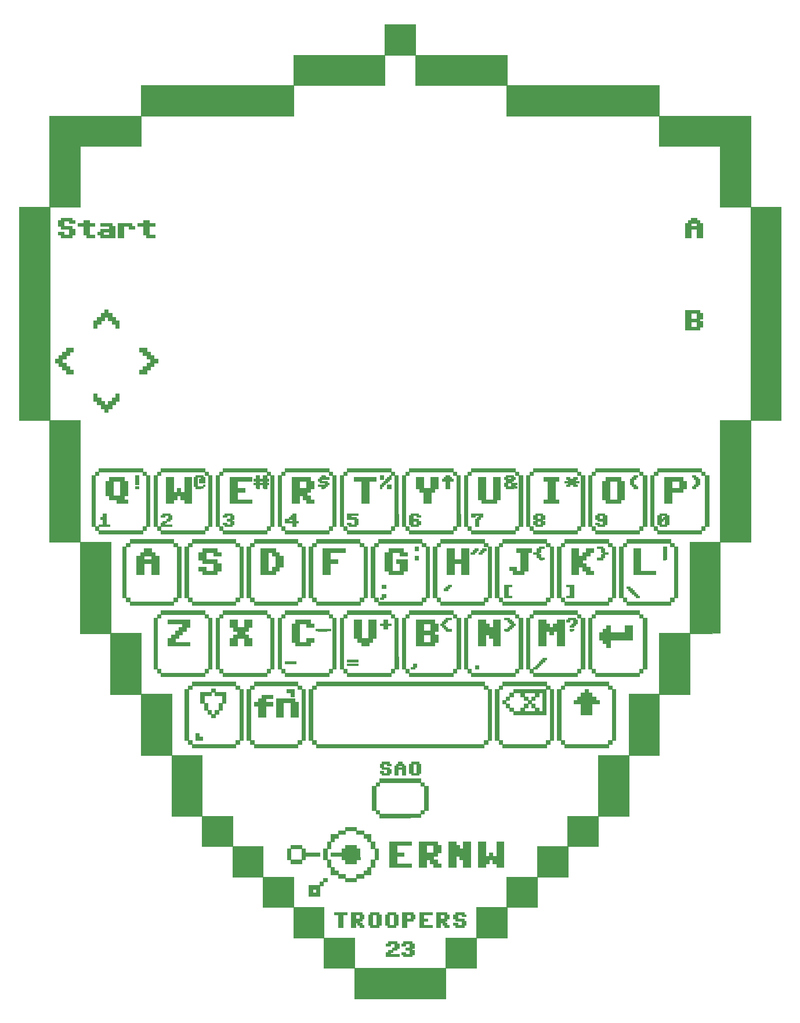
<source format=gbr>
G04 #@! TF.GenerationSoftware,KiCad,Pcbnew,7.99.0-1.20230226git51d46c0.fc37*
G04 #@! TF.CreationDate,2023-03-29T21:29:06+01:00*
G04 #@! TF.ProjectId,tr23-badge-r1,74723233-2d62-4616-9467-652d72312e6b,rev?*
G04 #@! TF.SameCoordinates,Original*
G04 #@! TF.FileFunction,Legend,Top*
G04 #@! TF.FilePolarity,Positive*
%FSLAX46Y46*%
G04 Gerber Fmt 4.6, Leading zero omitted, Abs format (unit mm)*
G04 Created by KiCad (PCBNEW 7.99.0-1.20230226git51d46c0.fc37) date 2023-03-29 21:29:06*
%MOMM*%
%LPD*%
G01*
G04 APERTURE LIST*
%ADD10C,0.010000*%
G04 APERTURE END LIST*
G04 #@! TO.C,GRAPHIC1*
D10*
X-55591700Y115638500D02*
X-51146700Y115638500D01*
X-51146700Y128973500D01*
X-37801117Y128973500D01*
X-37801117Y133418500D01*
X-15565534Y133418500D01*
X-15565534Y137863500D01*
X-2219950Y137863500D01*
X-2219950Y142308500D01*
X2235633Y142308500D01*
X2235633Y137863500D01*
X15581216Y137863500D01*
X15581216Y133418500D01*
X37816800Y133418500D01*
X37816800Y128973500D01*
X51162383Y128973500D01*
X51162383Y115638500D01*
X55607383Y115638500D01*
X55607383Y84502334D01*
X51162383Y84502334D01*
X51162383Y66711750D01*
X46717400Y66711750D01*
X46714745Y60041605D01*
X46712091Y53371459D01*
X44486945Y53368788D01*
X42261800Y53366118D01*
X42261800Y44476167D01*
X37816800Y44476167D01*
X37816800Y35575584D01*
X33371800Y35575584D01*
X33371800Y26685584D01*
X28916216Y26685584D01*
X28916216Y22230000D01*
X24471216Y22230000D01*
X24471216Y17785000D01*
X20026216Y17785000D01*
X20026216Y13340000D01*
X15581216Y13340000D01*
X15581216Y8895000D01*
X11125633Y8895000D01*
X11125633Y4439417D01*
X6680633Y4439417D01*
X6680633Y-5583D01*
X9605Y-5583D01*
X-365337Y-5572D01*
X-735031Y-5539D01*
X-1098913Y-5485D01*
X-1456416Y-5410D01*
X-1806977Y-5315D01*
X-2150029Y-5201D01*
X-2485008Y-5068D01*
X-2811349Y-4917D01*
X-3128486Y-4749D01*
X-3435854Y-4563D01*
X-3732888Y-4361D01*
X-4019023Y-4143D01*
X-4293694Y-3909D01*
X-4556335Y-3661D01*
X-4806382Y-3400D01*
X-5043268Y-3124D01*
X-5266430Y-2836D01*
X-5475302Y-2536D01*
X-5669319Y-2224D01*
X-5847915Y-1901D01*
X-6010526Y-1567D01*
X-6156586Y-1224D01*
X-6285530Y-871D01*
X-6396794Y-510D01*
X-6489811Y-140D01*
X-6564017Y237D01*
X-6618846Y620D01*
X-6653734Y1010D01*
X-6668114Y1406D01*
X-6668478Y1473D01*
X-6669163Y12585D01*
X-6669830Y43880D01*
X-6670475Y94375D01*
X-6671096Y163087D01*
X-6671690Y249031D01*
X-6672253Y351224D01*
X-6672782Y468683D01*
X-6673274Y600425D01*
X-6673727Y745465D01*
X-6674136Y902821D01*
X-6674499Y1071508D01*
X-6674813Y1250544D01*
X-6675074Y1438945D01*
X-6675280Y1635728D01*
X-6675427Y1839908D01*
X-6675512Y2050503D01*
X-6675534Y2223973D01*
X-6675534Y4439417D01*
X-11120534Y4439417D01*
X-11120534Y8895000D01*
X-15565534Y8895000D01*
X-15565534Y13340000D01*
X-20010534Y13340000D01*
X-20010534Y17785000D01*
X-24466117Y17785000D01*
X-24466117Y22230000D01*
X-28911117Y22230000D01*
X-28911117Y26685584D01*
X-33356117Y26685584D01*
X-33356117Y35575584D01*
X-37801117Y35575584D01*
X-37801117Y44476167D01*
X-42256700Y44476167D01*
X-42256700Y53366167D01*
X-46701700Y53366167D01*
X-46701700Y66711750D01*
X-51146700Y66711750D01*
X-51146700Y84502334D01*
X-55591700Y84502334D01*
X-55591700Y84512917D01*
X-51136117Y84512917D01*
X-46691117Y84512917D01*
X-46691117Y66722334D01*
X-42246117Y66722334D01*
X-42246117Y53376800D01*
X-40020971Y53374129D01*
X-37795825Y53371459D01*
X-37793167Y48929129D01*
X-37790509Y44486800D01*
X-35570667Y44484129D01*
X-33350825Y44481459D01*
X-33345509Y35586167D01*
X-28900534Y35586167D01*
X-28900534Y26696167D01*
X-24455534Y26696167D01*
X-24455534Y22240584D01*
X-19999950Y22240584D01*
X-19999950Y17795584D01*
X-15554950Y17795584D01*
X-15554950Y13350584D01*
X-11109950Y13350584D01*
X-11109950Y8905633D01*
X-8890096Y8902963D01*
X-6670242Y8900292D01*
X-6667572Y6675146D01*
X-6664901Y4450000D01*
X6670000Y4450000D01*
X6672671Y6675146D01*
X6675341Y8900292D01*
X8895171Y8902963D01*
X11115000Y8905633D01*
X11117671Y11125463D01*
X11120341Y13345292D01*
X13345487Y13347963D01*
X15570633Y13350633D01*
X15570633Y17795584D01*
X20015633Y17795584D01*
X20015633Y22240584D01*
X24460583Y22240584D01*
X24463254Y24465730D01*
X24465925Y26690875D01*
X26691070Y26693546D01*
X28916216Y26696217D01*
X28916216Y35586167D01*
X33361216Y35586167D01*
X33361216Y44486750D01*
X37806216Y44486750D01*
X37806216Y53376750D01*
X42251216Y53376750D01*
X42251216Y66722334D01*
X46706800Y66722334D01*
X46706800Y84512917D01*
X51151800Y84512917D01*
X51151800Y115627917D01*
X46706800Y115627917D01*
X46706800Y124507309D01*
X37811508Y124512625D01*
X37808837Y126737771D01*
X37806167Y128962917D01*
X15570633Y128962917D01*
X15570633Y133407917D01*
X2225050Y133407917D01*
X2225050Y137852917D01*
X-2209367Y137852917D01*
X-2209367Y133407917D01*
X-15554950Y133407917D01*
X-15554950Y128962917D01*
X-37790484Y128962917D01*
X-37793155Y126737771D01*
X-37795825Y124512625D01*
X-46691117Y124507309D01*
X-46691117Y115627917D01*
X-51136117Y115627917D01*
X-51136117Y84512917D01*
X-55591700Y84512917D01*
X-55591700Y115627917D01*
X-55591700Y115638500D01*
G36*
X-55591700Y115638500D02*
G01*
X-51146700Y115638500D01*
X-51146700Y128973500D01*
X-37801117Y128973500D01*
X-37801117Y133418500D01*
X-15565534Y133418500D01*
X-15565534Y137863500D01*
X-2219950Y137863500D01*
X-2219950Y142308500D01*
X2235633Y142308500D01*
X2235633Y137863500D01*
X15581216Y137863500D01*
X15581216Y133418500D01*
X37816800Y133418500D01*
X37816800Y128973500D01*
X51162383Y128973500D01*
X51162383Y115638500D01*
X55607383Y115638500D01*
X55607383Y84502334D01*
X51162383Y84502334D01*
X51162383Y66711750D01*
X46717400Y66711750D01*
X46714745Y60041605D01*
X46712091Y53371459D01*
X44486945Y53368788D01*
X42261800Y53366118D01*
X42261800Y44476167D01*
X37816800Y44476167D01*
X37816800Y35575584D01*
X33371800Y35575584D01*
X33371800Y26685584D01*
X28916216Y26685584D01*
X28916216Y22230000D01*
X24471216Y22230000D01*
X24471216Y17785000D01*
X20026216Y17785000D01*
X20026216Y13340000D01*
X15581216Y13340000D01*
X15581216Y8895000D01*
X11125633Y8895000D01*
X11125633Y4439417D01*
X6680633Y4439417D01*
X6680633Y-5583D01*
X9605Y-5583D01*
X-365337Y-5572D01*
X-735031Y-5539D01*
X-1098913Y-5485D01*
X-1456416Y-5410D01*
X-1806977Y-5315D01*
X-2150029Y-5201D01*
X-2485008Y-5068D01*
X-2811349Y-4917D01*
X-3128486Y-4749D01*
X-3435854Y-4563D01*
X-3732888Y-4361D01*
X-4019023Y-4143D01*
X-4293694Y-3909D01*
X-4556335Y-3661D01*
X-4806382Y-3400D01*
X-5043268Y-3124D01*
X-5266430Y-2836D01*
X-5475302Y-2536D01*
X-5669319Y-2224D01*
X-5847915Y-1901D01*
X-6010526Y-1567D01*
X-6156586Y-1224D01*
X-6285530Y-871D01*
X-6396794Y-510D01*
X-6489811Y-140D01*
X-6564017Y237D01*
X-6618846Y620D01*
X-6653734Y1010D01*
X-6668114Y1406D01*
X-6668478Y1473D01*
X-6669163Y12585D01*
X-6669830Y43880D01*
X-6670475Y94375D01*
X-6671096Y163087D01*
X-6671690Y249031D01*
X-6672253Y351224D01*
X-6672782Y468683D01*
X-6673274Y600425D01*
X-6673727Y745465D01*
X-6674136Y902821D01*
X-6674499Y1071508D01*
X-6674813Y1250544D01*
X-6675074Y1438945D01*
X-6675280Y1635728D01*
X-6675427Y1839908D01*
X-6675512Y2050503D01*
X-6675534Y2223973D01*
X-6675534Y4439417D01*
X-11120534Y4439417D01*
X-11120534Y8895000D01*
X-15565534Y8895000D01*
X-15565534Y13340000D01*
X-20010534Y13340000D01*
X-20010534Y17785000D01*
X-24466117Y17785000D01*
X-24466117Y22230000D01*
X-28911117Y22230000D01*
X-28911117Y26685584D01*
X-33356117Y26685584D01*
X-33356117Y35575584D01*
X-37801117Y35575584D01*
X-37801117Y44476167D01*
X-42256700Y44476167D01*
X-42256700Y53366167D01*
X-46701700Y53366167D01*
X-46701700Y66711750D01*
X-51146700Y66711750D01*
X-51146700Y84502334D01*
X-55591700Y84502334D01*
X-55591700Y84512917D01*
X-51136117Y84512917D01*
X-46691117Y84512917D01*
X-46691117Y66722334D01*
X-42246117Y66722334D01*
X-42246117Y53376800D01*
X-40020971Y53374129D01*
X-37795825Y53371459D01*
X-37793167Y48929129D01*
X-37790509Y44486800D01*
X-35570667Y44484129D01*
X-33350825Y44481459D01*
X-33345509Y35586167D01*
X-28900534Y35586167D01*
X-28900534Y26696167D01*
X-24455534Y26696167D01*
X-24455534Y22240584D01*
X-19999950Y22240584D01*
X-19999950Y17795584D01*
X-15554950Y17795584D01*
X-15554950Y13350584D01*
X-11109950Y13350584D01*
X-11109950Y8905633D01*
X-8890096Y8902963D01*
X-6670242Y8900292D01*
X-6667572Y6675146D01*
X-6664901Y4450000D01*
X6670000Y4450000D01*
X6672671Y6675146D01*
X6675341Y8900292D01*
X8895171Y8902963D01*
X11115000Y8905633D01*
X11117671Y11125463D01*
X11120341Y13345292D01*
X13345487Y13347963D01*
X15570633Y13350633D01*
X15570633Y17795584D01*
X20015633Y17795584D01*
X20015633Y22240584D01*
X24460583Y22240584D01*
X24463254Y24465730D01*
X24465925Y26690875D01*
X26691070Y26693546D01*
X28916216Y26696217D01*
X28916216Y35586167D01*
X33361216Y35586167D01*
X33361216Y44486750D01*
X37806216Y44486750D01*
X37806216Y53376750D01*
X42251216Y53376750D01*
X42251216Y66722334D01*
X46706800Y66722334D01*
X46706800Y84512917D01*
X51151800Y84512917D01*
X51151800Y115627917D01*
X46706800Y115627917D01*
X46706800Y124507309D01*
X37811508Y124512625D01*
X37808837Y126737771D01*
X37806167Y128962917D01*
X15570633Y128962917D01*
X15570633Y133407917D01*
X2225050Y133407917D01*
X2225050Y137852917D01*
X-2209367Y137852917D01*
X-2209367Y133407917D01*
X-15554950Y133407917D01*
X-15554950Y128962917D01*
X-37790484Y128962917D01*
X-37793155Y126737771D01*
X-37795825Y124512625D01*
X-46691117Y124507309D01*
X-46691117Y115627917D01*
X-51136117Y115627917D01*
X-51136117Y84512917D01*
X-55591700Y84512917D01*
X-55591700Y115627917D01*
X-55591700Y115638500D01*
G37*
X-473700Y8016584D02*
X-166784Y8016584D01*
X-166784Y7392167D01*
X-473700Y7392167D01*
X-473700Y7085250D01*
X-1098117Y7085250D01*
X-1098117Y6767750D01*
X-1405034Y6767750D01*
X-1405034Y6471417D01*
X-166784Y6471417D01*
X-166784Y6153917D01*
X-2040034Y6153917D01*
X-2040034Y6778334D01*
X-1722534Y6778334D01*
X-1722534Y7095834D01*
X-1108700Y7095834D01*
X-1108700Y7402750D01*
X-801784Y7402750D01*
X-801784Y8016584D01*
X-1405034Y8016584D01*
X-1405034Y7699084D01*
X-2040034Y7699084D01*
X-2040034Y8016584D01*
X-1722534Y8016584D01*
X-1722534Y8334084D01*
X-473700Y8334084D01*
X-473700Y8016584D01*
G36*
X-473700Y8016584D02*
G01*
X-166784Y8016584D01*
X-166784Y7392167D01*
X-473700Y7392167D01*
X-473700Y7085250D01*
X-1098117Y7085250D01*
X-1098117Y6767750D01*
X-1405034Y6767750D01*
X-1405034Y6471417D01*
X-166784Y6471417D01*
X-166784Y6153917D01*
X-2040034Y6153917D01*
X-2040034Y6778334D01*
X-1722534Y6778334D01*
X-1722534Y7095834D01*
X-1108700Y7095834D01*
X-1108700Y7402750D01*
X-801784Y7402750D01*
X-801784Y8016584D01*
X-1405034Y8016584D01*
X-1405034Y7699084D01*
X-2040034Y7699084D01*
X-2040034Y8016584D01*
X-1722534Y8016584D01*
X-1722534Y8334084D01*
X-473700Y8334084D01*
X-473700Y8016584D01*
G37*
X1738216Y8016584D02*
X2045133Y8016584D01*
X2045133Y7392167D01*
X1738216Y7392167D01*
X1738216Y7095834D01*
X2045133Y7095834D01*
X2045133Y6460834D01*
X1738216Y6460834D01*
X1738216Y6153917D01*
X489383Y6153917D01*
X489383Y6460834D01*
X182466Y6460834D01*
X182466Y6778334D01*
X806883Y6778334D01*
X806883Y6471417D01*
X1420716Y6471417D01*
X1420716Y7085250D01*
X796300Y7085250D01*
X796300Y7402750D01*
X1420716Y7402750D01*
X1420716Y8016584D01*
X806883Y8016584D01*
X806883Y7699084D01*
X182466Y7699084D01*
X182466Y8016584D01*
X489383Y8016584D01*
X489383Y8334084D01*
X1738216Y8334084D01*
X1738216Y8016584D01*
G36*
X1738216Y8016584D02*
G01*
X2045133Y8016584D01*
X2045133Y7392167D01*
X1738216Y7392167D01*
X1738216Y7095834D01*
X2045133Y7095834D01*
X2045133Y6460834D01*
X1738216Y6460834D01*
X1738216Y6153917D01*
X489383Y6153917D01*
X489383Y6460834D01*
X182466Y6460834D01*
X182466Y6778334D01*
X806883Y6778334D01*
X806883Y6471417D01*
X1420716Y6471417D01*
X1420716Y7085250D01*
X796300Y7085250D01*
X796300Y7402750D01*
X1420716Y7402750D01*
X1420716Y8016584D01*
X806883Y8016584D01*
X806883Y7699084D01*
X182466Y7699084D01*
X182466Y8016584D01*
X489383Y8016584D01*
X489383Y8334084D01*
X1738216Y8334084D01*
X1738216Y8016584D01*
G37*
X-7744450Y12292250D02*
X-8358284Y12292250D01*
X-8358284Y10429584D01*
X-8993284Y10429584D01*
X-8993284Y12292250D01*
X-9607117Y12292250D01*
X-9607117Y12609750D01*
X-7744450Y12609750D01*
X-7744450Y12292250D01*
G36*
X-7744450Y12292250D02*
G01*
X-8358284Y12292250D01*
X-8358284Y10429584D01*
X-8993284Y10429584D01*
X-8993284Y12292250D01*
X-9607117Y12292250D01*
X-9607117Y12609750D01*
X-7744450Y12609750D01*
X-7744450Y12292250D01*
G37*
X-5574867Y12302834D02*
X-5257367Y12302834D01*
X-5257367Y11667834D01*
X-5574867Y11667834D01*
X-5574867Y11360917D01*
X-5881784Y11360917D01*
X-5881784Y11054000D01*
X-5574867Y11054000D01*
X-5574867Y10747084D01*
X-5257367Y10747084D01*
X-5257367Y10429584D01*
X-5892367Y10429584D01*
X-5892367Y10736500D01*
X-6199284Y10736500D01*
X-6199284Y11054000D01*
X-6495297Y11054000D01*
X-6498103Y10744438D01*
X-6500909Y10434875D01*
X-7130617Y10429269D01*
X-7130617Y12292250D01*
X-6495617Y12292250D01*
X-6495617Y11678417D01*
X-5892367Y11678417D01*
X-5892367Y12292250D01*
X-6495617Y12292250D01*
X-7130617Y12292250D01*
X-7130617Y12609750D01*
X-5574867Y12609750D01*
X-5574867Y12302834D01*
G36*
X-5574867Y12302834D02*
G01*
X-5257367Y12302834D01*
X-5257367Y11667834D01*
X-5574867Y11667834D01*
X-5574867Y11360917D01*
X-5881784Y11360917D01*
X-5881784Y11054000D01*
X-5574867Y11054000D01*
X-5574867Y10747084D01*
X-5257367Y10747084D01*
X-5257367Y10429584D01*
X-5892367Y10429584D01*
X-5892367Y10736500D01*
X-6199284Y10736500D01*
X-6199284Y11054000D01*
X-6495297Y11054000D01*
X-6498103Y10744438D01*
X-6500909Y10434875D01*
X-7130617Y10429269D01*
X-7130617Y12292250D01*
X-6495617Y12292250D01*
X-6495617Y11678417D01*
X-5892367Y11678417D01*
X-5892367Y12292250D01*
X-6495617Y12292250D01*
X-7130617Y12292250D01*
X-7130617Y12609750D01*
X-5574867Y12609750D01*
X-5574867Y12302834D01*
G37*
X-3087784Y12302834D02*
X-2780867Y12302834D01*
X-2780867Y10736500D01*
X-3087784Y10736500D01*
X-3087784Y10429584D01*
X-4336617Y10429584D01*
X-4336617Y10735935D01*
X-4492721Y10738863D01*
X-4648825Y10741792D01*
X-4648825Y12292250D01*
X-4019117Y12292250D01*
X-4019117Y10747084D01*
X-3405284Y10747084D01*
X-3405284Y12292250D01*
X-4019117Y12292250D01*
X-4648825Y12292250D01*
X-4648825Y12297542D01*
X-4336617Y12303400D01*
X-4336617Y12609750D01*
X-3087784Y12609750D01*
X-3087784Y12302834D01*
G36*
X-3087784Y12302834D02*
G01*
X-2780867Y12302834D01*
X-2780867Y10736500D01*
X-3087784Y10736500D01*
X-3087784Y10429584D01*
X-4336617Y10429584D01*
X-4336617Y10735935D01*
X-4492721Y10738863D01*
X-4648825Y10741792D01*
X-4648825Y12292250D01*
X-4019117Y12292250D01*
X-4019117Y10747084D01*
X-3405284Y10747084D01*
X-3405284Y12292250D01*
X-4019117Y12292250D01*
X-4648825Y12292250D01*
X-4648825Y12297542D01*
X-4336617Y12303400D01*
X-4336617Y12609750D01*
X-3087784Y12609750D01*
X-3087784Y12302834D01*
G37*
X-611284Y12302834D02*
X-304367Y12302834D01*
X-304367Y10736500D01*
X-611284Y10736500D01*
X-611284Y10429584D01*
X-1860117Y10429584D01*
X-1860117Y10736500D01*
X-2167034Y10736500D01*
X-2167034Y12292250D01*
X-1542617Y12292250D01*
X-1542617Y10747084D01*
X-928784Y10747084D01*
X-928784Y12292250D01*
X-1542617Y12292250D01*
X-2167034Y12292250D01*
X-2167034Y12302834D01*
X-1860117Y12302834D01*
X-1860117Y12609750D01*
X-611284Y12609750D01*
X-611284Y12302834D01*
G36*
X-611284Y12302834D02*
G01*
X-304367Y12302834D01*
X-304367Y10736500D01*
X-611284Y10736500D01*
X-611284Y10429584D01*
X-1860117Y10429584D01*
X-1860117Y10736500D01*
X-2167034Y10736500D01*
X-2167034Y12292250D01*
X-1542617Y12292250D01*
X-1542617Y10747084D01*
X-928784Y10747084D01*
X-928784Y12292250D01*
X-1542617Y12292250D01*
X-2167034Y12292250D01*
X-2167034Y12302834D01*
X-1860117Y12302834D01*
X-1860117Y12609750D01*
X-611284Y12609750D01*
X-611284Y12302834D01*
G37*
X1870508Y12604459D02*
X1873444Y12453646D01*
X1876381Y12302834D01*
X2182716Y12302834D01*
X2182716Y11667834D01*
X1876381Y11667834D01*
X1873444Y11517021D01*
X1870508Y11366209D01*
X944466Y11360695D01*
X944466Y10429584D01*
X309466Y10429584D01*
X309466Y12292250D01*
X944466Y12292250D01*
X944466Y11678417D01*
X1547716Y11678417D01*
X1547716Y12292250D01*
X944466Y12292250D01*
X309466Y12292250D01*
X309466Y12609887D01*
X1870508Y12604459D01*
G36*
X1870508Y12604459D02*
G01*
X1873444Y12453646D01*
X1876381Y12302834D01*
X2182716Y12302834D01*
X2182716Y11667834D01*
X1876381Y11667834D01*
X1873444Y11517021D01*
X1870508Y11366209D01*
X944466Y11360695D01*
X944466Y10429584D01*
X309466Y10429584D01*
X309466Y12292250D01*
X944466Y12292250D01*
X944466Y11678417D01*
X1547716Y11678417D01*
X1547716Y12292250D01*
X944466Y12292250D01*
X309466Y12292250D01*
X309466Y12609887D01*
X1870508Y12604459D01*
G37*
X4659216Y12292250D02*
X3420966Y12292250D01*
X3420966Y11678417D01*
X4045383Y11678417D01*
X4045383Y11360917D01*
X3420966Y11360917D01*
X3420966Y10747084D01*
X4659216Y10747084D01*
X4659216Y10429584D01*
X2796550Y10429584D01*
X2796550Y12609750D01*
X4659216Y12609750D01*
X4659216Y12292250D01*
G36*
X4659216Y12292250D02*
G01*
X3420966Y12292250D01*
X3420966Y11678417D01*
X4045383Y11678417D01*
X4045383Y11360917D01*
X3420966Y11360917D01*
X3420966Y10747084D01*
X4659216Y10747084D01*
X4659216Y10429584D01*
X2796550Y10429584D01*
X2796550Y12609750D01*
X4659216Y12609750D01*
X4659216Y12292250D01*
G37*
X6828800Y12303400D02*
X7141008Y12297542D01*
X7141008Y11673125D01*
X6984904Y11670197D01*
X6828800Y11667268D01*
X6828800Y11360917D01*
X6521883Y11360917D01*
X6521883Y11054000D01*
X6828800Y11054000D01*
X6828800Y10747084D01*
X7146300Y10747084D01*
X7146300Y10429584D01*
X6511300Y10429584D01*
X6511300Y10736500D01*
X6204383Y10736500D01*
X6204383Y11054000D01*
X5897466Y11054000D01*
X5897466Y10429584D01*
X5273050Y10429584D01*
X5273050Y12292250D01*
X5897466Y12292250D01*
X5897466Y11678417D01*
X6511300Y11678417D01*
X6511300Y12292250D01*
X5897466Y12292250D01*
X5273050Y12292250D01*
X5273050Y12609750D01*
X6828800Y12609750D01*
X6828800Y12303400D01*
G36*
X6828800Y12303400D02*
G01*
X7141008Y12297542D01*
X7141008Y11673125D01*
X6984904Y11670197D01*
X6828800Y11667268D01*
X6828800Y11360917D01*
X6521883Y11360917D01*
X6521883Y11054000D01*
X6828800Y11054000D01*
X6828800Y10747084D01*
X7146300Y10747084D01*
X7146300Y10429584D01*
X6511300Y10429584D01*
X6511300Y10736500D01*
X6204383Y10736500D01*
X6204383Y11054000D01*
X5897466Y11054000D01*
X5897466Y10429584D01*
X5273050Y10429584D01*
X5273050Y12292250D01*
X5897466Y12292250D01*
X5897466Y11678417D01*
X6511300Y11678417D01*
X6511300Y12292250D01*
X5897466Y12292250D01*
X5273050Y12292250D01*
X5273050Y12609750D01*
X6828800Y12609750D01*
X6828800Y12303400D01*
G37*
X9315883Y12302834D02*
X9623351Y12302834D01*
X9620429Y12141438D01*
X9617508Y11980042D01*
X8993091Y11980042D01*
X8990162Y12136146D01*
X8987234Y12292250D01*
X8384550Y12292250D01*
X8384550Y11678417D01*
X9315883Y11678417D01*
X9315883Y11371500D01*
X9622800Y11371500D01*
X9622800Y10736500D01*
X9315883Y10736500D01*
X9315883Y10429584D01*
X8067050Y10429584D01*
X8067050Y10736500D01*
X7749550Y10736500D01*
X7749550Y11054000D01*
X8384550Y11054000D01*
X8384550Y10747084D01*
X8987800Y10747084D01*
X8987800Y11360917D01*
X8067050Y11360917D01*
X8067050Y11667834D01*
X7749550Y11667834D01*
X7749550Y12302834D01*
X8067050Y12302834D01*
X8067050Y12609750D01*
X9315883Y12609750D01*
X9315883Y12302834D01*
G36*
X9315883Y12302834D02*
G01*
X9623351Y12302834D01*
X9620429Y12141438D01*
X9617508Y11980042D01*
X8993091Y11980042D01*
X8990162Y12136146D01*
X8987234Y12292250D01*
X8384550Y12292250D01*
X8384550Y11678417D01*
X9315883Y11678417D01*
X9315883Y11371500D01*
X9622800Y11371500D01*
X9622800Y10736500D01*
X9315883Y10736500D01*
X9315883Y10429584D01*
X8067050Y10429584D01*
X8067050Y10736500D01*
X7749550Y10736500D01*
X7749550Y11054000D01*
X8384550Y11054000D01*
X8384550Y10747084D01*
X8987800Y10747084D01*
X8987800Y11360917D01*
X8067050Y11360917D01*
X8067050Y11667834D01*
X7749550Y11667834D01*
X7749550Y12302834D01*
X8067050Y12302834D01*
X8067050Y12609750D01*
X9315883Y12609750D01*
X9315883Y12302834D01*
G37*
X-10644284Y17075917D02*
X-11184034Y17075917D01*
X-11184034Y16536167D01*
X-11713200Y16536167D01*
X-11713200Y14938084D01*
X-13321867Y14938084D01*
X-13321867Y16007000D01*
X-12782117Y16007000D01*
X-12782117Y15488417D01*
X-12263534Y15488417D01*
X-12263534Y16007000D01*
X-12782117Y16007000D01*
X-13321867Y16007000D01*
X-13321867Y16546750D01*
X-11723784Y16546750D01*
X-11723784Y17086500D01*
X-11194617Y17086500D01*
X-11194617Y17615667D01*
X-10644284Y17615667D01*
X-10644284Y17075917D01*
G36*
X-10644284Y17075917D02*
G01*
X-11184034Y17075917D01*
X-11184034Y16536167D01*
X-11713200Y16536167D01*
X-11713200Y14938084D01*
X-13321867Y14938084D01*
X-13321867Y16007000D01*
X-12782117Y16007000D01*
X-12782117Y15488417D01*
X-12263534Y15488417D01*
X-12263534Y16007000D01*
X-12782117Y16007000D01*
X-13321867Y16007000D01*
X-13321867Y16546750D01*
X-11723784Y16546750D01*
X-11723784Y17086500D01*
X-11194617Y17086500D01*
X-11194617Y17615667D01*
X-10644284Y17615667D01*
X-10644284Y17075917D01*
G37*
X-11194617Y21891334D02*
X-10654867Y21891334D01*
X-10654867Y22960250D01*
X-10125700Y22960250D01*
X-10125700Y24018584D01*
X-9056784Y24018584D01*
X-9056784Y24558334D01*
X-7987867Y24558334D01*
X-7987867Y25087500D01*
X-6379200Y25087500D01*
X-6379200Y24558334D01*
X-5310284Y24558334D01*
X-5310284Y24018584D01*
X-4241367Y24018584D01*
X-4241367Y22960250D01*
X-3712200Y22960250D01*
X-3712200Y21891334D01*
X-3172450Y21891334D01*
X-3172450Y20282667D01*
X-3712200Y20282667D01*
X-3712200Y19213750D01*
X-4241367Y19213750D01*
X-4241367Y18144834D01*
X-5310284Y18144834D01*
X-5310284Y17605084D01*
X-6379200Y17605084D01*
X-6379200Y17075917D01*
X-7987867Y17075917D01*
X-7987867Y17605084D01*
X-9056784Y17605084D01*
X-9056784Y18144834D01*
X-10125700Y18144834D01*
X-10125700Y19213750D01*
X-10654867Y19213750D01*
X-10654867Y20282667D01*
X-10644284Y20282667D01*
X-10115117Y20282667D01*
X-10115117Y19224697D01*
X-9847888Y19221870D01*
X-9580659Y19219042D01*
X-9577831Y18951813D01*
X-9575004Y18684584D01*
X-9046200Y18684584D01*
X-9046200Y18155417D01*
X-7977284Y18155417D01*
X-7977284Y17615667D01*
X-6389784Y17615667D01*
X-6389784Y18155417D01*
X-5320867Y18155417D01*
X-5320867Y18684584D01*
X-4781117Y18684584D01*
X-4781117Y19224334D01*
X-4251950Y19224334D01*
X-4251950Y20282667D01*
X-3722784Y20282667D01*
X-3722784Y21880750D01*
X-4251950Y21880750D01*
X-4251950Y22949667D01*
X-4781117Y22949667D01*
X-4781117Y23478834D01*
X-5320867Y23478834D01*
X-5320867Y24018584D01*
X-6389784Y24018584D01*
X-6389784Y24547750D01*
X-7977284Y24547750D01*
X-7977284Y24018584D01*
X-9046200Y24018584D01*
X-9046200Y23478834D01*
X-9575367Y23478834D01*
X-9575367Y22949667D01*
X-10115117Y22949667D01*
X-10115117Y21880750D01*
X-10644284Y21880750D01*
X-10644284Y20282667D01*
X-10654867Y20282667D01*
X-11194617Y20282667D01*
X-11194617Y21880750D01*
X-11194617Y21891334D01*
G36*
X-11194617Y21891334D02*
G01*
X-10654867Y21891334D01*
X-10654867Y22960250D01*
X-10125700Y22960250D01*
X-10125700Y24018584D01*
X-9056784Y24018584D01*
X-9056784Y24558334D01*
X-7987867Y24558334D01*
X-7987867Y25087500D01*
X-6379200Y25087500D01*
X-6379200Y24558334D01*
X-5310284Y24558334D01*
X-5310284Y24018584D01*
X-4241367Y24018584D01*
X-4241367Y22960250D01*
X-3712200Y22960250D01*
X-3712200Y21891334D01*
X-3172450Y21891334D01*
X-3172450Y20282667D01*
X-3712200Y20282667D01*
X-3712200Y19213750D01*
X-4241367Y19213750D01*
X-4241367Y18144834D01*
X-5310284Y18144834D01*
X-5310284Y17605084D01*
X-6379200Y17605084D01*
X-6379200Y17075917D01*
X-7987867Y17075917D01*
X-7987867Y17605084D01*
X-9056784Y17605084D01*
X-9056784Y18144834D01*
X-10125700Y18144834D01*
X-10125700Y19213750D01*
X-10654867Y19213750D01*
X-10654867Y20282667D01*
X-10644284Y20282667D01*
X-10115117Y20282667D01*
X-10115117Y19224697D01*
X-9847888Y19221870D01*
X-9580659Y19219042D01*
X-9577831Y18951813D01*
X-9575004Y18684584D01*
X-9046200Y18684584D01*
X-9046200Y18155417D01*
X-7977284Y18155417D01*
X-7977284Y17615667D01*
X-6389784Y17615667D01*
X-6389784Y18155417D01*
X-5320867Y18155417D01*
X-5320867Y18684584D01*
X-4781117Y18684584D01*
X-4781117Y19224334D01*
X-4251950Y19224334D01*
X-4251950Y20282667D01*
X-3722784Y20282667D01*
X-3722784Y21880750D01*
X-4251950Y21880750D01*
X-4251950Y22949667D01*
X-4781117Y22949667D01*
X-4781117Y23478834D01*
X-5320867Y23478834D01*
X-5320867Y24018584D01*
X-6389784Y24018584D01*
X-6389784Y24547750D01*
X-7977284Y24547750D01*
X-7977284Y24018584D01*
X-9046200Y24018584D01*
X-9046200Y23478834D01*
X-9575367Y23478834D01*
X-9575367Y22949667D01*
X-10115117Y22949667D01*
X-10115117Y21880750D01*
X-10644284Y21880750D01*
X-10644284Y20282667D01*
X-10654867Y20282667D01*
X-11194617Y20282667D01*
X-11194617Y21880750D01*
X-11194617Y21891334D01*
G37*
X1664133Y22431084D02*
X-494867Y22431084D01*
X-494867Y21362361D01*
X579341Y21356875D01*
X582166Y21084355D01*
X584990Y20811834D01*
X-494867Y20811834D01*
X-494867Y19742917D01*
X1664133Y19742917D01*
X1664133Y19192584D01*
X-1584950Y19192584D01*
X-1584950Y22970834D01*
X1664133Y22970834D01*
X1664133Y22431084D01*
G36*
X1664133Y22431084D02*
G01*
X-494867Y22431084D01*
X-494867Y21362361D01*
X579341Y21356875D01*
X582166Y21084355D01*
X584990Y20811834D01*
X-494867Y20811834D01*
X-494867Y19742917D01*
X1664133Y19742917D01*
X1664133Y19192584D01*
X-1584950Y19192584D01*
X-1584950Y22970834D01*
X1664133Y22970834D01*
X1664133Y22431084D01*
G37*
X5442383Y22431084D02*
X5971550Y22431084D01*
X5971550Y21351584D01*
X5442383Y21351584D01*
X5442383Y20811834D01*
X4902633Y20811834D01*
X4902633Y20283031D01*
X5437091Y20277375D01*
X5439919Y20010146D01*
X5442746Y19742917D01*
X5971550Y19742917D01*
X5971550Y19192584D01*
X4892050Y19192584D01*
X4892050Y19732334D01*
X4352300Y19732334D01*
X4352300Y20272084D01*
X3823133Y20272084D01*
X3823133Y19192584D01*
X2733050Y19192584D01*
X2733050Y22431084D01*
X3823133Y22431084D01*
X3823133Y21362167D01*
X4892050Y21362167D01*
X4892050Y22431084D01*
X3823133Y22431084D01*
X2733050Y22431084D01*
X2733050Y22970834D01*
X5442383Y22970834D01*
X5442383Y22431084D01*
G36*
X5442383Y22431084D02*
G01*
X5971550Y22431084D01*
X5971550Y21351584D01*
X5442383Y21351584D01*
X5442383Y20811834D01*
X4902633Y20811834D01*
X4902633Y20283031D01*
X5437091Y20277375D01*
X5439919Y20010146D01*
X5442746Y19742917D01*
X5971550Y19742917D01*
X5971550Y19192584D01*
X4892050Y19192584D01*
X4892050Y19732334D01*
X4352300Y19732334D01*
X4352300Y20272084D01*
X3823133Y20272084D01*
X3823133Y19192584D01*
X2733050Y19192584D01*
X2733050Y22431084D01*
X3823133Y22431084D01*
X3823133Y21362167D01*
X4892050Y21362167D01*
X4892050Y22431084D01*
X3823133Y22431084D01*
X2733050Y22431084D01*
X2733050Y22970834D01*
X5442383Y22970834D01*
X5442383Y22431084D01*
G37*
X8130550Y22431084D02*
X8670300Y22431084D01*
X8670300Y21891334D01*
X9199466Y21891334D01*
X9199466Y22970834D01*
X10289550Y22970834D01*
X10289550Y19192584D01*
X9199466Y19192584D01*
X9199466Y20272084D01*
X8659716Y20272084D01*
X8659716Y20811834D01*
X8130550Y20811834D01*
X8130550Y19192584D01*
X7051050Y19192584D01*
X7051050Y22970834D01*
X8130550Y22970834D01*
X8130550Y22431084D01*
G36*
X8130550Y22431084D02*
G01*
X8670300Y22431084D01*
X8670300Y21891334D01*
X9199466Y21891334D01*
X9199466Y22970834D01*
X10289550Y22970834D01*
X10289550Y19192584D01*
X9199466Y19192584D01*
X9199466Y20272084D01*
X8659716Y20272084D01*
X8659716Y20811834D01*
X8130550Y20811834D01*
X8130550Y19192584D01*
X7051050Y19192584D01*
X7051050Y22970834D01*
X8130550Y22970834D01*
X8130550Y22431084D01*
G37*
X12448550Y20822417D02*
X12977353Y20822417D01*
X12980180Y21089646D01*
X12983008Y21356875D01*
X13522758Y21356875D01*
X13525585Y21089646D01*
X13528413Y20822417D01*
X14057216Y20822417D01*
X14057216Y22970834D01*
X15147300Y22970834D01*
X15147300Y19192584D01*
X14057216Y19192584D01*
X14057216Y19732334D01*
X13517466Y19732334D01*
X13517466Y20272084D01*
X12988300Y20272084D01*
X12988300Y19732334D01*
X12448550Y19732334D01*
X12448550Y19192584D01*
X11358466Y19192584D01*
X11358466Y22970834D01*
X12448550Y22970834D01*
X12448550Y20822417D01*
G36*
X12448550Y20822417D02*
G01*
X12977353Y20822417D01*
X12980180Y21089646D01*
X12983008Y21356875D01*
X13522758Y21356875D01*
X13525585Y21089646D01*
X13528413Y20822417D01*
X14057216Y20822417D01*
X14057216Y22970834D01*
X15147300Y22970834D01*
X15147300Y19192584D01*
X14057216Y19192584D01*
X14057216Y19732334D01*
X13517466Y19732334D01*
X13517466Y20272084D01*
X12988300Y20272084D01*
X12988300Y19732334D01*
X12448550Y19732334D01*
X12448550Y19192584D01*
X11358466Y19192584D01*
X11358466Y22970834D01*
X12448550Y22970834D01*
X12448550Y20822417D01*
G37*
X-15166013Y22428505D02*
X-14364325Y22425792D01*
X-14361498Y22158563D01*
X-14358670Y21891334D01*
X-13829867Y21891334D01*
X-13829867Y21362167D01*
X-11692034Y21362167D01*
X-11692034Y20811834D01*
X-13829867Y20811834D01*
X-13829867Y20282667D01*
X-14359034Y20282667D01*
X-14359034Y19753500D01*
X-15967700Y19753500D01*
X-15967700Y20282667D01*
X-16507450Y20282667D01*
X-16507450Y21880750D01*
X-15967700Y21880750D01*
X-15967700Y20293250D01*
X-14369617Y20293250D01*
X-14369617Y21880750D01*
X-15967700Y21880750D01*
X-16507450Y21880750D01*
X-16507450Y21891334D01*
X-15967700Y21891334D01*
X-15967700Y22431217D01*
X-15166013Y22428505D01*
G36*
X-15166013Y22428505D02*
G01*
X-14364325Y22425792D01*
X-14361498Y22158563D01*
X-14358670Y21891334D01*
X-13829867Y21891334D01*
X-13829867Y21362167D01*
X-11692034Y21362167D01*
X-11692034Y20811834D01*
X-13829867Y20811834D01*
X-13829867Y20282667D01*
X-14359034Y20282667D01*
X-14359034Y19753500D01*
X-15967700Y19753500D01*
X-15967700Y20282667D01*
X-16507450Y20282667D01*
X-16507450Y21880750D01*
X-15967700Y21880750D01*
X-15967700Y20293250D01*
X-14369617Y20293250D01*
X-14369617Y21880750D01*
X-15967700Y21880750D01*
X-16507450Y21880750D01*
X-16507450Y21891334D01*
X-15967700Y21891334D01*
X-15967700Y22431217D01*
X-15166013Y22428505D01*
G37*
X-4072034Y31077667D02*
X-3542867Y31077667D01*
X-3542867Y31606834D01*
X-3003117Y31606834D01*
X-3003117Y32146621D01*
X5195Y32143956D01*
X3013508Y32141292D01*
X3016335Y31874063D01*
X3019163Y31606834D01*
X3547966Y31606834D01*
X3547966Y31077667D01*
X4087716Y31077667D01*
X4087716Y27511084D01*
X3547966Y27511084D01*
X3547966Y26981917D01*
X3019163Y26981917D01*
X3016335Y26714688D01*
X3013508Y26447459D01*
X5195Y26444795D01*
X-3003117Y26442130D01*
X-3003117Y26981917D01*
X-3542867Y26981917D01*
X-3542867Y27511084D01*
X-4072034Y27511084D01*
X-4072034Y27521667D01*
X-3532284Y27521667D01*
X-2992534Y27521667D01*
X-2992534Y26992500D01*
X3008216Y26992500D01*
X3008216Y27521667D01*
X3537383Y27521667D01*
X3537383Y31067084D01*
X3008216Y31067084D01*
X3008216Y31596250D01*
X-2992534Y31596250D01*
X-2992534Y31067084D01*
X-3532284Y31067084D01*
X-3532284Y27521667D01*
X-4072034Y27521667D01*
X-4072034Y31067084D01*
X-4072034Y31077667D01*
G36*
X-4072034Y31077667D02*
G01*
X-3542867Y31077667D01*
X-3542867Y31606834D01*
X-3003117Y31606834D01*
X-3003117Y32146621D01*
X5195Y32143956D01*
X3013508Y32141292D01*
X3016335Y31874063D01*
X3019163Y31606834D01*
X3547966Y31606834D01*
X3547966Y31077667D01*
X4087716Y31077667D01*
X4087716Y27511084D01*
X3547966Y27511084D01*
X3547966Y26981917D01*
X3019163Y26981917D01*
X3016335Y26714688D01*
X3013508Y26447459D01*
X5195Y26444795D01*
X-3003117Y26442130D01*
X-3003117Y26981917D01*
X-3542867Y26981917D01*
X-3542867Y27511084D01*
X-4072034Y27511084D01*
X-4072034Y27521667D01*
X-3532284Y27521667D01*
X-2992534Y27521667D01*
X-2992534Y26992500D01*
X3008216Y26992500D01*
X3008216Y27521667D01*
X3537383Y27521667D01*
X3537383Y31067084D01*
X3008216Y31067084D01*
X3008216Y31596250D01*
X-2992534Y31596250D01*
X-2992534Y31067084D01*
X-3532284Y31067084D01*
X-3532284Y27521667D01*
X-4072034Y27521667D01*
X-4072034Y31067084D01*
X-4072034Y31077667D01*
G37*
X-1606117Y34316167D02*
X-1341534Y34316167D01*
X-1341534Y34030060D01*
X-1614055Y34032884D01*
X-1886575Y34035709D01*
X-1889538Y34170646D01*
X-1892500Y34305584D01*
X-2421034Y34305584D01*
X-2421034Y33776417D01*
X-1606117Y33776417D01*
X-1606117Y33501250D01*
X-1341534Y33501250D01*
X-1341534Y32961500D01*
X-1606117Y32961500D01*
X-1606117Y32686334D01*
X-2696200Y32686334D01*
X-2696200Y32961500D01*
X-2960784Y32961500D01*
X-2960784Y33236667D01*
X-2421034Y33236667D01*
X-2421034Y32961500D01*
X-1891867Y32961500D01*
X-1891867Y33490413D01*
X-2690909Y33495959D01*
X-2693871Y33630896D01*
X-2696833Y33765834D01*
X-2960784Y33765834D01*
X-2960784Y34316167D01*
X-2696200Y34316167D01*
X-2696200Y34580750D01*
X-1606117Y34580750D01*
X-1606117Y34316167D01*
G36*
X-1606117Y34316167D02*
G01*
X-1341534Y34316167D01*
X-1341534Y34030060D01*
X-1614055Y34032884D01*
X-1886575Y34035709D01*
X-1889538Y34170646D01*
X-1892500Y34305584D01*
X-2421034Y34305584D01*
X-2421034Y33776417D01*
X-1606117Y33776417D01*
X-1606117Y33501250D01*
X-1341534Y33501250D01*
X-1341534Y32961500D01*
X-1606117Y32961500D01*
X-1606117Y32686334D01*
X-2696200Y32686334D01*
X-2696200Y32961500D01*
X-2960784Y32961500D01*
X-2960784Y33236667D01*
X-2421034Y33236667D01*
X-2421034Y32961500D01*
X-1891867Y32961500D01*
X-1891867Y33490413D01*
X-2690909Y33495959D01*
X-2693871Y33630896D01*
X-2696833Y33765834D01*
X-2960784Y33765834D01*
X-2960784Y34316167D01*
X-2696200Y34316167D01*
X-2696200Y34580750D01*
X-1606117Y34580750D01*
X-1606117Y34316167D01*
G37*
X277716Y34316167D02*
X552883Y34316167D01*
X552883Y34041000D01*
X817466Y34041000D01*
X817466Y32686334D01*
X267133Y32686334D01*
X267133Y33490667D01*
X-262034Y33490667D01*
X-262034Y32686334D01*
X-812367Y32686334D01*
X-812367Y34030417D01*
X-262034Y34030417D01*
X-262034Y33776417D01*
X267133Y33776417D01*
X267133Y34030417D01*
X-262034Y34030417D01*
X-812367Y34030417D01*
X-812367Y34041000D01*
X-537200Y34041000D01*
X-537200Y34316167D01*
X-272617Y34316167D01*
X-272617Y34580750D01*
X277716Y34580750D01*
X277716Y34316167D01*
G36*
X277716Y34316167D02*
G01*
X552883Y34316167D01*
X552883Y34041000D01*
X817466Y34041000D01*
X817466Y32686334D01*
X267133Y32686334D01*
X267133Y33490667D01*
X-262034Y33490667D01*
X-262034Y32686334D01*
X-812367Y32686334D01*
X-812367Y34030417D01*
X-262034Y34030417D01*
X-262034Y33776417D01*
X267133Y33776417D01*
X267133Y34030417D01*
X-262034Y34030417D01*
X-812367Y34030417D01*
X-812367Y34041000D01*
X-537200Y34041000D01*
X-537200Y34316167D01*
X-272617Y34316167D01*
X-272617Y34580750D01*
X277716Y34580750D01*
X277716Y34316167D01*
G37*
X2711883Y34316167D02*
X2976466Y34316167D01*
X2976466Y32961500D01*
X2711883Y32961500D01*
X2711883Y32686334D01*
X1621800Y32686334D01*
X1621800Y32961500D01*
X1346633Y32961500D01*
X1346633Y34305584D01*
X1896966Y34305584D01*
X1896966Y32961500D01*
X2426133Y32961500D01*
X2426133Y34305584D01*
X1896966Y34305584D01*
X1346633Y34305584D01*
X1346633Y34316167D01*
X1621800Y34316167D01*
X1621800Y34580750D01*
X2711883Y34580750D01*
X2711883Y34316167D01*
G36*
X2711883Y34316167D02*
G01*
X2976466Y34316167D01*
X2976466Y32961500D01*
X2711883Y32961500D01*
X2711883Y32686334D01*
X1621800Y32686334D01*
X1621800Y32961500D01*
X1346633Y32961500D01*
X1346633Y34305584D01*
X1896966Y34305584D01*
X1896966Y32961500D01*
X2426133Y32961500D01*
X2426133Y34305584D01*
X1896966Y34305584D01*
X1346633Y34305584D01*
X1346633Y34316167D01*
X1621800Y34316167D01*
X1621800Y34580750D01*
X2711883Y34580750D01*
X2711883Y34316167D01*
G37*
X-31451117Y45195834D02*
X-30911367Y45195834D01*
X-30911367Y45725000D01*
X-30382200Y45725000D01*
X-30382200Y46264750D01*
X-23968700Y46264750D01*
X-23968700Y45725000D01*
X-23439534Y45725000D01*
X-23439534Y45195834D01*
X-22910367Y45195834D01*
X-22910367Y37713417D01*
X-23439170Y37713417D01*
X-23441998Y37446188D01*
X-23444825Y37178959D01*
X-23706763Y37176128D01*
X-23968700Y37173297D01*
X-23968700Y36644500D01*
X-30382200Y36644500D01*
X-30382200Y37173667D01*
X-30911367Y37173667D01*
X-30911367Y37713417D01*
X-31451117Y37713417D01*
X-31451117Y37724000D01*
X-30900784Y37724000D01*
X-30371617Y37724000D01*
X-30371617Y37184250D01*
X-23989867Y37184250D01*
X-23989867Y37724000D01*
X-23450117Y37724000D01*
X-23450117Y45185250D01*
X-23989867Y45185250D01*
X-23989867Y45714417D01*
X-30371617Y45714417D01*
X-30371617Y45185250D01*
X-30900784Y45185250D01*
X-30900784Y37724000D01*
X-31451117Y37724000D01*
X-31451117Y45185250D01*
X-31451117Y45195834D01*
G36*
X-31451117Y45195834D02*
G01*
X-30911367Y45195834D01*
X-30911367Y45725000D01*
X-30382200Y45725000D01*
X-30382200Y46264750D01*
X-23968700Y46264750D01*
X-23968700Y45725000D01*
X-23439534Y45725000D01*
X-23439534Y45195834D01*
X-22910367Y45195834D01*
X-22910367Y37713417D01*
X-23439170Y37713417D01*
X-23441998Y37446188D01*
X-23444825Y37178959D01*
X-23706763Y37176128D01*
X-23968700Y37173297D01*
X-23968700Y36644500D01*
X-30382200Y36644500D01*
X-30382200Y37173667D01*
X-30911367Y37173667D01*
X-30911367Y37713417D01*
X-31451117Y37713417D01*
X-31451117Y37724000D01*
X-30900784Y37724000D01*
X-30371617Y37724000D01*
X-30371617Y37184250D01*
X-23989867Y37184250D01*
X-23989867Y37724000D01*
X-23450117Y37724000D01*
X-23450117Y45185250D01*
X-23989867Y45185250D01*
X-23989867Y45714417D01*
X-30371617Y45714417D01*
X-30371617Y45185250D01*
X-30900784Y45185250D01*
X-30900784Y37724000D01*
X-31451117Y37724000D01*
X-31451117Y45185250D01*
X-31451117Y45195834D01*
G37*
X-22381200Y45195834D02*
X-21852034Y45195834D01*
X-21852034Y45725000D01*
X-21323231Y45725000D01*
X-21320403Y45992230D01*
X-21317575Y46259459D01*
X-14909367Y46264785D01*
X-14909367Y45725000D01*
X-14380200Y45725000D01*
X-14380200Y45195834D01*
X-13851034Y45195834D01*
X-13851034Y37713417D01*
X-14379837Y37713417D01*
X-14382665Y37446188D01*
X-14385492Y37178959D01*
X-14647430Y37176128D01*
X-14909367Y37173297D01*
X-14909367Y36644500D01*
X-21322867Y36644500D01*
X-21322867Y37173297D01*
X-21584805Y37176128D01*
X-21846742Y37178959D01*
X-21849570Y37446188D01*
X-21852397Y37713417D01*
X-22381200Y37713417D01*
X-22381200Y37724000D01*
X-21841450Y37724000D01*
X-21312284Y37724000D01*
X-21312284Y37184250D01*
X-14930897Y37184250D01*
X-14928070Y37451480D01*
X-14925242Y37718709D01*
X-14658013Y37721536D01*
X-14390784Y37724364D01*
X-14390784Y45184887D01*
X-14658013Y45187715D01*
X-14925242Y45190542D01*
X-14928073Y45452480D01*
X-14930904Y45714417D01*
X-21312284Y45714417D01*
X-21312284Y45185250D01*
X-21841450Y45185250D01*
X-21841450Y37724000D01*
X-22381200Y37724000D01*
X-22381200Y45185250D01*
X-22381200Y45195834D01*
G36*
X-22381200Y45195834D02*
G01*
X-21852034Y45195834D01*
X-21852034Y45725000D01*
X-21323231Y45725000D01*
X-21320403Y45992230D01*
X-21317575Y46259459D01*
X-14909367Y46264785D01*
X-14909367Y45725000D01*
X-14380200Y45725000D01*
X-14380200Y45195834D01*
X-13851034Y45195834D01*
X-13851034Y37713417D01*
X-14379837Y37713417D01*
X-14382665Y37446188D01*
X-14385492Y37178959D01*
X-14647430Y37176128D01*
X-14909367Y37173297D01*
X-14909367Y36644500D01*
X-21322867Y36644500D01*
X-21322867Y37173297D01*
X-21584805Y37176128D01*
X-21846742Y37178959D01*
X-21849570Y37446188D01*
X-21852397Y37713417D01*
X-22381200Y37713417D01*
X-22381200Y37724000D01*
X-21841450Y37724000D01*
X-21312284Y37724000D01*
X-21312284Y37184250D01*
X-14930897Y37184250D01*
X-14928070Y37451480D01*
X-14925242Y37718709D01*
X-14658013Y37721536D01*
X-14390784Y37724364D01*
X-14390784Y45184887D01*
X-14658013Y45187715D01*
X-14925242Y45190542D01*
X-14928073Y45452480D01*
X-14930904Y45714417D01*
X-21312284Y45714417D01*
X-21312284Y45185250D01*
X-21841450Y45185250D01*
X-21841450Y37724000D01*
X-22381200Y37724000D01*
X-22381200Y45185250D01*
X-22381200Y45195834D01*
G37*
X-13321867Y45195834D02*
X-12792700Y45195834D01*
X-12792700Y45725000D01*
X-12252950Y45725000D01*
X-12252950Y46264750D01*
X12279216Y46264750D01*
X12279216Y45725000D01*
X12797800Y45725000D01*
X12797800Y45195834D01*
X13337550Y45195834D01*
X13337550Y37713417D01*
X12797800Y37713417D01*
X12797800Y37173667D01*
X12279586Y37173667D01*
X12276755Y36911730D01*
X12273925Y36649792D01*
X5195Y36647142D01*
X-12263534Y36644491D01*
X-12263534Y37173297D01*
X-12525471Y37176128D01*
X-12787409Y37178959D01*
X-12790236Y37446188D01*
X-12793064Y37713417D01*
X-13321867Y37713417D01*
X-13321867Y37724000D01*
X-12782117Y37724000D01*
X-12252950Y37724000D01*
X-12252950Y37184250D01*
X12258050Y37184250D01*
X12258050Y37724000D01*
X12797800Y37724000D01*
X12797800Y45185250D01*
X12258050Y45185250D01*
X12258050Y45714417D01*
X-12252950Y45714417D01*
X-12252950Y45185250D01*
X-12782117Y45185250D01*
X-12782117Y37724000D01*
X-13321867Y37724000D01*
X-13321867Y45185250D01*
X-13321867Y45195834D01*
G36*
X-13321867Y45195834D02*
G01*
X-12792700Y45195834D01*
X-12792700Y45725000D01*
X-12252950Y45725000D01*
X-12252950Y46264750D01*
X12279216Y46264750D01*
X12279216Y45725000D01*
X12797800Y45725000D01*
X12797800Y45195834D01*
X13337550Y45195834D01*
X13337550Y37713417D01*
X12797800Y37713417D01*
X12797800Y37173667D01*
X12279586Y37173667D01*
X12276755Y36911730D01*
X12273925Y36649792D01*
X5195Y36647142D01*
X-12263534Y36644491D01*
X-12263534Y37173297D01*
X-12525471Y37176128D01*
X-12787409Y37178959D01*
X-12790236Y37446188D01*
X-12793064Y37713417D01*
X-13321867Y37713417D01*
X-13321867Y37724000D01*
X-12782117Y37724000D01*
X-12252950Y37724000D01*
X-12252950Y37184250D01*
X12258050Y37184250D01*
X12258050Y37724000D01*
X12797800Y37724000D01*
X12797800Y45185250D01*
X12258050Y45185250D01*
X12258050Y45714417D01*
X-12252950Y45714417D01*
X-12252950Y45185250D01*
X-12782117Y45185250D01*
X-12782117Y37724000D01*
X-13321867Y37724000D01*
X-13321867Y45185250D01*
X-13321867Y45195834D01*
G37*
X13856133Y45195834D02*
X14395883Y45195834D01*
X14395883Y45725000D01*
X14925050Y45725000D01*
X14925050Y46264750D01*
X21338550Y46264750D01*
X21338550Y45725000D01*
X21867716Y45725000D01*
X21867716Y45195834D01*
X22396883Y45195834D01*
X22396883Y37713417D01*
X21868080Y37713417D01*
X21865252Y37446188D01*
X21862425Y37178959D01*
X21600487Y37176128D01*
X21338550Y37173297D01*
X21338550Y36644500D01*
X14925050Y36644500D01*
X14925050Y37173667D01*
X14395883Y37173667D01*
X14395883Y37713417D01*
X13856133Y37713417D01*
X13856133Y37724000D01*
X14406466Y37724000D01*
X14935633Y37724000D01*
X14935633Y37184250D01*
X21317383Y37184250D01*
X21317383Y37724000D01*
X21857133Y37724000D01*
X21857133Y45185250D01*
X21327966Y45185250D01*
X21327966Y41449334D01*
X16523133Y41449334D01*
X16523133Y41989084D01*
X15983383Y41989084D01*
X15983383Y42518250D01*
X15454216Y42518250D01*
X15454216Y43047054D01*
X15186987Y43049881D01*
X14919758Y43052709D01*
X14919758Y43058000D01*
X15464800Y43058000D01*
X15993966Y43058000D01*
X15993966Y42528834D01*
X16533716Y42528834D01*
X16533716Y41989084D01*
X17581466Y41989084D01*
X18121216Y41989084D01*
X19719300Y41989084D01*
X19719300Y42528834D01*
X20259050Y42528834D01*
X20259050Y41989084D01*
X20788216Y41989084D01*
X20788216Y44656084D01*
X20259050Y44656084D01*
X20259050Y44116334D01*
X19719300Y44116334D01*
X19719300Y44656084D01*
X18131800Y44656084D01*
X18131800Y44126917D01*
X18650383Y44126917D01*
X18650383Y43597750D01*
X19168966Y43597750D01*
X19168966Y44126917D01*
X19708716Y44126917D01*
X19708716Y43587167D01*
X19179550Y43587167D01*
X19179550Y43058000D01*
X19708716Y43058000D01*
X19708716Y42518250D01*
X19168966Y42518250D01*
X19168966Y43047417D01*
X18650383Y43047417D01*
X18650383Y42518250D01*
X18121216Y42518250D01*
X18121216Y41989084D01*
X17581466Y41989084D01*
X17581466Y42518250D01*
X17581466Y42528834D01*
X18110633Y42528834D01*
X18110633Y43058000D01*
X18639800Y43058000D01*
X18639800Y43587167D01*
X18110633Y43587167D01*
X18110633Y44116334D01*
X17592050Y44116334D01*
X17592050Y44656084D01*
X16523133Y44656084D01*
X16523133Y44116334D01*
X15993966Y44116334D01*
X15993966Y43587167D01*
X15464800Y43587167D01*
X15464800Y43058000D01*
X14919758Y43058000D01*
X14919758Y43587167D01*
X14919758Y43592459D01*
X15186987Y43595286D01*
X15454216Y43598114D01*
X15454216Y44126917D01*
X15983383Y44126917D01*
X15983383Y44656084D01*
X16523133Y44656084D01*
X16523133Y45195834D01*
X21317383Y45195834D01*
X21317383Y45714417D01*
X14935633Y45714417D01*
X14935633Y45185250D01*
X14406466Y45185250D01*
X14406466Y37724000D01*
X13856133Y37724000D01*
X13856133Y45185250D01*
X13856133Y45195834D01*
G36*
X13856133Y45195834D02*
G01*
X14395883Y45195834D01*
X14395883Y45725000D01*
X14925050Y45725000D01*
X14925050Y46264750D01*
X21338550Y46264750D01*
X21338550Y45725000D01*
X21867716Y45725000D01*
X21867716Y45195834D01*
X22396883Y45195834D01*
X22396883Y37713417D01*
X21868080Y37713417D01*
X21865252Y37446188D01*
X21862425Y37178959D01*
X21600487Y37176128D01*
X21338550Y37173297D01*
X21338550Y36644500D01*
X14925050Y36644500D01*
X14925050Y37173667D01*
X14395883Y37173667D01*
X14395883Y37713417D01*
X13856133Y37713417D01*
X13856133Y37724000D01*
X14406466Y37724000D01*
X14935633Y37724000D01*
X14935633Y37184250D01*
X21317383Y37184250D01*
X21317383Y37724000D01*
X21857133Y37724000D01*
X21857133Y45185250D01*
X21327966Y45185250D01*
X21327966Y41449334D01*
X16523133Y41449334D01*
X16523133Y41989084D01*
X15983383Y41989084D01*
X15983383Y42518250D01*
X15454216Y42518250D01*
X15454216Y43047054D01*
X15186987Y43049881D01*
X14919758Y43052709D01*
X14919758Y43058000D01*
X15464800Y43058000D01*
X15993966Y43058000D01*
X15993966Y42528834D01*
X16533716Y42528834D01*
X16533716Y41989084D01*
X17581466Y41989084D01*
X18121216Y41989084D01*
X19719300Y41989084D01*
X19719300Y42528834D01*
X20259050Y42528834D01*
X20259050Y41989084D01*
X20788216Y41989084D01*
X20788216Y44656084D01*
X20259050Y44656084D01*
X20259050Y44116334D01*
X19719300Y44116334D01*
X19719300Y44656084D01*
X18131800Y44656084D01*
X18131800Y44126917D01*
X18650383Y44126917D01*
X18650383Y43597750D01*
X19168966Y43597750D01*
X19168966Y44126917D01*
X19708716Y44126917D01*
X19708716Y43587167D01*
X19179550Y43587167D01*
X19179550Y43058000D01*
X19708716Y43058000D01*
X19708716Y42518250D01*
X19168966Y42518250D01*
X19168966Y43047417D01*
X18650383Y43047417D01*
X18650383Y42518250D01*
X18121216Y42518250D01*
X18121216Y41989084D01*
X17581466Y41989084D01*
X17581466Y42518250D01*
X17581466Y42528834D01*
X18110633Y42528834D01*
X18110633Y43058000D01*
X18639800Y43058000D01*
X18639800Y43587167D01*
X18110633Y43587167D01*
X18110633Y44116334D01*
X17592050Y44116334D01*
X17592050Y44656084D01*
X16523133Y44656084D01*
X16523133Y44116334D01*
X15993966Y44116334D01*
X15993966Y43587167D01*
X15464800Y43587167D01*
X15464800Y43058000D01*
X14919758Y43058000D01*
X14919758Y43587167D01*
X14919758Y43592459D01*
X15186987Y43595286D01*
X15454216Y43598114D01*
X15454216Y44126917D01*
X15983383Y44126917D01*
X15983383Y44656084D01*
X16523133Y44656084D01*
X16523133Y45195834D01*
X21317383Y45195834D01*
X21317383Y45714417D01*
X14935633Y45714417D01*
X14935633Y45185250D01*
X14406466Y45185250D01*
X14406466Y37724000D01*
X13856133Y37724000D01*
X13856133Y45185250D01*
X13856133Y45195834D01*
G37*
X22926050Y45195834D02*
X23455216Y45195834D01*
X23455216Y45725000D01*
X23984019Y45725000D01*
X23986847Y45992230D01*
X23989675Y46259459D01*
X30397883Y46264785D01*
X30397883Y45725000D01*
X30927050Y45725000D01*
X30927050Y45195834D01*
X31456216Y45195834D01*
X31456216Y37713417D01*
X30927413Y37713417D01*
X30924585Y37446188D01*
X30921758Y37178959D01*
X30659820Y37176128D01*
X30397883Y37173297D01*
X30397883Y36644500D01*
X23984383Y36644500D01*
X23984383Y37173297D01*
X23722445Y37176128D01*
X23460508Y37178959D01*
X23457680Y37446188D01*
X23454853Y37713417D01*
X22926050Y37713417D01*
X22926050Y37724000D01*
X23465800Y37724000D01*
X23994966Y37724000D01*
X23994966Y37184250D01*
X30387300Y37184250D01*
X30387300Y37724000D01*
X30916466Y37724000D01*
X30916466Y45185250D01*
X30387300Y45185250D01*
X30387300Y45714417D01*
X23994966Y45714417D01*
X23994966Y45185250D01*
X23465800Y45185250D01*
X23465800Y37724000D01*
X22926050Y37724000D01*
X22926050Y45185250D01*
X22926050Y45195834D01*
G36*
X22926050Y45195834D02*
G01*
X23455216Y45195834D01*
X23455216Y45725000D01*
X23984019Y45725000D01*
X23986847Y45992230D01*
X23989675Y46259459D01*
X30397883Y46264785D01*
X30397883Y45725000D01*
X30927050Y45725000D01*
X30927050Y45195834D01*
X31456216Y45195834D01*
X31456216Y37713417D01*
X30927413Y37713417D01*
X30924585Y37446188D01*
X30921758Y37178959D01*
X30659820Y37176128D01*
X30397883Y37173297D01*
X30397883Y36644500D01*
X23984383Y36644500D01*
X23984383Y37173297D01*
X23722445Y37176128D01*
X23460508Y37178959D01*
X23457680Y37446188D01*
X23454853Y37713417D01*
X22926050Y37713417D01*
X22926050Y37724000D01*
X23465800Y37724000D01*
X23994966Y37724000D01*
X23994966Y37184250D01*
X30387300Y37184250D01*
X30387300Y37724000D01*
X30916466Y37724000D01*
X30916466Y45185250D01*
X30387300Y45185250D01*
X30387300Y45714417D01*
X23994966Y45714417D01*
X23994966Y45185250D01*
X23465800Y45185250D01*
X23465800Y37724000D01*
X22926050Y37724000D01*
X22926050Y45185250D01*
X22926050Y45195834D01*
G37*
X-35980784Y55609834D02*
X-35441034Y55609834D01*
X-35441034Y56139000D01*
X-34911867Y56139000D01*
X-34911867Y56678750D01*
X-28498367Y56678750D01*
X-28498367Y56139370D01*
X-28236430Y56136540D01*
X-27974492Y56133709D01*
X-27971661Y55871771D01*
X-27968831Y55609834D01*
X-27440034Y55609834D01*
X-27440034Y48127417D01*
X-27968837Y48127417D01*
X-27971665Y47860188D01*
X-27974492Y47592959D01*
X-28236430Y47590128D01*
X-28498367Y47587297D01*
X-28498367Y47058500D01*
X-34911867Y47058500D01*
X-34911867Y47587667D01*
X-35441034Y47587667D01*
X-35441034Y48127417D01*
X-35980784Y48127417D01*
X-35980784Y48138000D01*
X-35430450Y48138000D01*
X-34901284Y48138000D01*
X-34901284Y47598250D01*
X-28519534Y47598250D01*
X-28519534Y48138000D01*
X-27979784Y48138000D01*
X-27979784Y55599250D01*
X-28519534Y55599250D01*
X-28519534Y56128417D01*
X-34901284Y56128417D01*
X-34901284Y55599250D01*
X-35430450Y55599250D01*
X-35430450Y48138000D01*
X-35980784Y48138000D01*
X-35980784Y55599250D01*
X-35980784Y55609834D01*
G36*
X-35980784Y55609834D02*
G01*
X-35441034Y55609834D01*
X-35441034Y56139000D01*
X-34911867Y56139000D01*
X-34911867Y56678750D01*
X-28498367Y56678750D01*
X-28498367Y56139370D01*
X-28236430Y56136540D01*
X-27974492Y56133709D01*
X-27971661Y55871771D01*
X-27968831Y55609834D01*
X-27440034Y55609834D01*
X-27440034Y48127417D01*
X-27968837Y48127417D01*
X-27971665Y47860188D01*
X-27974492Y47592959D01*
X-28236430Y47590128D01*
X-28498367Y47587297D01*
X-28498367Y47058500D01*
X-34911867Y47058500D01*
X-34911867Y47587667D01*
X-35441034Y47587667D01*
X-35441034Y48127417D01*
X-35980784Y48127417D01*
X-35980784Y48138000D01*
X-35430450Y48138000D01*
X-34901284Y48138000D01*
X-34901284Y47598250D01*
X-28519534Y47598250D01*
X-28519534Y48138000D01*
X-27979784Y48138000D01*
X-27979784Y55599250D01*
X-28519534Y55599250D01*
X-28519534Y56128417D01*
X-34901284Y56128417D01*
X-34901284Y55599250D01*
X-35430450Y55599250D01*
X-35430450Y48138000D01*
X-35980784Y48138000D01*
X-35980784Y55599250D01*
X-35980784Y55609834D01*
G37*
X-26916159Y55604542D02*
X-26648930Y55607370D01*
X-26381700Y55610197D01*
X-26381700Y56139000D01*
X-25852534Y56139000D01*
X-25852534Y56678750D01*
X-19439034Y56678750D01*
X-19439034Y56139000D01*
X-18909867Y56139000D01*
X-18909867Y55609834D01*
X-18380700Y55609834D01*
X-18380700Y48127417D01*
X-18909504Y48127417D01*
X-18912331Y47860188D01*
X-18915159Y47592959D01*
X-19177096Y47590128D01*
X-19439034Y47587297D01*
X-19439034Y47058500D01*
X-25852534Y47058500D01*
X-25852534Y47587667D01*
X-26381700Y47587667D01*
X-26381700Y48127417D01*
X-26921480Y48127417D01*
X-26921472Y48138000D01*
X-26371117Y48138000D01*
X-25841950Y48138000D01*
X-25841950Y47598250D01*
X-19460564Y47598250D01*
X-19457736Y47865480D01*
X-19454909Y48132709D01*
X-19187680Y48135536D01*
X-18920450Y48138364D01*
X-18920450Y55599250D01*
X-19460200Y55599250D01*
X-19460200Y56128417D01*
X-25841950Y56128417D01*
X-25841950Y55599250D01*
X-26371117Y55599250D01*
X-26371117Y48138000D01*
X-26921472Y48138000D01*
X-26918819Y51865980D01*
X-26916163Y55599250D01*
X-26916159Y55604542D01*
G36*
X-26916159Y55604542D02*
G01*
X-26648930Y55607370D01*
X-26381700Y55610197D01*
X-26381700Y56139000D01*
X-25852534Y56139000D01*
X-25852534Y56678750D01*
X-19439034Y56678750D01*
X-19439034Y56139000D01*
X-18909867Y56139000D01*
X-18909867Y55609834D01*
X-18380700Y55609834D01*
X-18380700Y48127417D01*
X-18909504Y48127417D01*
X-18912331Y47860188D01*
X-18915159Y47592959D01*
X-19177096Y47590128D01*
X-19439034Y47587297D01*
X-19439034Y47058500D01*
X-25852534Y47058500D01*
X-25852534Y47587667D01*
X-26381700Y47587667D01*
X-26381700Y48127417D01*
X-26921480Y48127417D01*
X-26921472Y48138000D01*
X-26371117Y48138000D01*
X-25841950Y48138000D01*
X-25841950Y47598250D01*
X-19460564Y47598250D01*
X-19457736Y47865480D01*
X-19454909Y48132709D01*
X-19187680Y48135536D01*
X-18920450Y48138364D01*
X-18920450Y55599250D01*
X-19460200Y55599250D01*
X-19460200Y56128417D01*
X-25841950Y56128417D01*
X-25841950Y55599250D01*
X-26371117Y55599250D01*
X-26371117Y48138000D01*
X-26921472Y48138000D01*
X-26918819Y51865980D01*
X-26916163Y55599250D01*
X-26916159Y55604542D01*
G37*
X-17851534Y55609834D02*
X-17322367Y55609834D01*
X-17322367Y56139000D01*
X-16793564Y56139000D01*
X-16790736Y56406230D01*
X-16787909Y56673459D01*
X-10374409Y56673459D01*
X-10371581Y56406230D01*
X-10368754Y56139000D01*
X-9850534Y56139000D01*
X-9850534Y55609834D01*
X-9321367Y55609834D01*
X-9321367Y48127417D01*
X-9850534Y48127417D01*
X-9850534Y47587667D01*
X-10369117Y47587667D01*
X-10369117Y47058500D01*
X-13574103Y47058500D01*
X-13833243Y47058524D01*
X-14086908Y47058591D01*
X-14334279Y47058702D01*
X-14574541Y47058854D01*
X-14806878Y47059046D01*
X-15030472Y47059275D01*
X-15244507Y47059540D01*
X-15448167Y47059839D01*
X-15640634Y47060171D01*
X-15821092Y47060533D01*
X-15988725Y47060923D01*
X-16142716Y47061341D01*
X-16282248Y47061783D01*
X-16406505Y47062249D01*
X-16514670Y47062736D01*
X-16605927Y47063243D01*
X-16679458Y47063768D01*
X-16734448Y47064309D01*
X-16770079Y47064865D01*
X-16785536Y47065433D01*
X-16786145Y47065556D01*
X-16788104Y47077680D01*
X-16789854Y47107992D01*
X-16791316Y47153515D01*
X-16792410Y47211269D01*
X-16793057Y47278277D01*
X-16793200Y47330139D01*
X-16793200Y47587667D01*
X-17322367Y47587667D01*
X-17322367Y48127417D01*
X-17851534Y48127417D01*
X-17851534Y48138000D01*
X-17311784Y48138000D01*
X-16782617Y48138000D01*
X-16782617Y47598250D01*
X-10390284Y47598250D01*
X-10390284Y48138000D01*
X-9861117Y48138000D01*
X-9861117Y55599250D01*
X-10390284Y55599250D01*
X-10390284Y56128417D01*
X-16782617Y56128417D01*
X-16782617Y55599250D01*
X-17311784Y55599250D01*
X-17311784Y48138000D01*
X-17851534Y48138000D01*
X-17851534Y55599250D01*
X-17851534Y55609834D01*
G36*
X-17851534Y55609834D02*
G01*
X-17322367Y55609834D01*
X-17322367Y56139000D01*
X-16793564Y56139000D01*
X-16790736Y56406230D01*
X-16787909Y56673459D01*
X-10374409Y56673459D01*
X-10371581Y56406230D01*
X-10368754Y56139000D01*
X-9850534Y56139000D01*
X-9850534Y55609834D01*
X-9321367Y55609834D01*
X-9321367Y48127417D01*
X-9850534Y48127417D01*
X-9850534Y47587667D01*
X-10369117Y47587667D01*
X-10369117Y47058500D01*
X-13574103Y47058500D01*
X-13833243Y47058524D01*
X-14086908Y47058591D01*
X-14334279Y47058702D01*
X-14574541Y47058854D01*
X-14806878Y47059046D01*
X-15030472Y47059275D01*
X-15244507Y47059540D01*
X-15448167Y47059839D01*
X-15640634Y47060171D01*
X-15821092Y47060533D01*
X-15988725Y47060923D01*
X-16142716Y47061341D01*
X-16282248Y47061783D01*
X-16406505Y47062249D01*
X-16514670Y47062736D01*
X-16605927Y47063243D01*
X-16679458Y47063768D01*
X-16734448Y47064309D01*
X-16770079Y47064865D01*
X-16785536Y47065433D01*
X-16786145Y47065556D01*
X-16788104Y47077680D01*
X-16789854Y47107992D01*
X-16791316Y47153515D01*
X-16792410Y47211269D01*
X-16793057Y47278277D01*
X-16793200Y47330139D01*
X-16793200Y47587667D01*
X-17322367Y47587667D01*
X-17322367Y48127417D01*
X-17851534Y48127417D01*
X-17851534Y48138000D01*
X-17311784Y48138000D01*
X-16782617Y48138000D01*
X-16782617Y47598250D01*
X-10390284Y47598250D01*
X-10390284Y48138000D01*
X-9861117Y48138000D01*
X-9861117Y55599250D01*
X-10390284Y55599250D01*
X-10390284Y56128417D01*
X-16782617Y56128417D01*
X-16782617Y55599250D01*
X-17311784Y55599250D01*
X-17311784Y48138000D01*
X-17851534Y48138000D01*
X-17851534Y55599250D01*
X-17851534Y55609834D01*
G37*
X-8792200Y55609834D02*
X-8263034Y55609834D01*
X-8263034Y56139000D01*
X-7723284Y56139000D01*
X-7723284Y56678750D01*
X-1309784Y56678750D01*
X-1309784Y56139000D01*
X-791200Y56139000D01*
X-791200Y55610197D01*
X-523971Y55607370D01*
X-256742Y55604542D01*
X-254082Y51865980D01*
X-251421Y48127417D01*
X-791200Y48127417D01*
X-791200Y47587667D01*
X-1309784Y47587667D01*
X-1309784Y47058500D01*
X-7723284Y47058500D01*
X-7723284Y47587304D01*
X-7990513Y47590131D01*
X-8257742Y47592959D01*
X-8260570Y47860188D01*
X-8263397Y48127417D01*
X-8792200Y48127417D01*
X-8792200Y48138364D01*
X-8252450Y48138364D01*
X-7985221Y48135536D01*
X-7717992Y48132709D01*
X-7715165Y47865480D01*
X-7712337Y47598250D01*
X-1330950Y47598250D01*
X-1330950Y48138000D01*
X-801784Y48138000D01*
X-801784Y55599250D01*
X-1330950Y55599250D01*
X-1330950Y56128417D01*
X-7712700Y56128417D01*
X-7712700Y55599250D01*
X-8252450Y55599250D01*
X-8252450Y48138364D01*
X-8792200Y48138364D01*
X-8792200Y55599250D01*
X-8792200Y55609834D01*
G36*
X-8792200Y55609834D02*
G01*
X-8263034Y55609834D01*
X-8263034Y56139000D01*
X-7723284Y56139000D01*
X-7723284Y56678750D01*
X-1309784Y56678750D01*
X-1309784Y56139000D01*
X-791200Y56139000D01*
X-791200Y55610197D01*
X-523971Y55607370D01*
X-256742Y55604542D01*
X-254082Y51865980D01*
X-251421Y48127417D01*
X-791200Y48127417D01*
X-791200Y47587667D01*
X-1309784Y47587667D01*
X-1309784Y47058500D01*
X-7723284Y47058500D01*
X-7723284Y47587304D01*
X-7990513Y47590131D01*
X-8257742Y47592959D01*
X-8260570Y47860188D01*
X-8263397Y48127417D01*
X-8792200Y48127417D01*
X-8792200Y48138364D01*
X-8252450Y48138364D01*
X-7985221Y48135536D01*
X-7717992Y48132709D01*
X-7715165Y47865480D01*
X-7712337Y47598250D01*
X-1330950Y47598250D01*
X-1330950Y48138000D01*
X-801784Y48138000D01*
X-801784Y55599250D01*
X-1330950Y55599250D01*
X-1330950Y56128417D01*
X-7712700Y56128417D01*
X-7712700Y55599250D01*
X-8252450Y55599250D01*
X-8252450Y48138364D01*
X-8792200Y48138364D01*
X-8792200Y55599250D01*
X-8792200Y55609834D01*
G37*
X267133Y55609834D02*
X796300Y55609834D01*
X796300Y56139000D01*
X1336050Y56139000D01*
X1336050Y56678750D01*
X7749550Y56678750D01*
X7749550Y56139000D01*
X8268133Y56139000D01*
X8268133Y55609834D01*
X8807883Y55609834D01*
X8807883Y48127417D01*
X8268133Y48127417D01*
X8268133Y47587667D01*
X7749550Y47587667D01*
X7749550Y47058500D01*
X1336050Y47058500D01*
X1336050Y47587304D01*
X1068820Y47590131D01*
X801591Y47592959D01*
X798764Y47860188D01*
X795936Y48127417D01*
X267133Y48127417D01*
X267133Y48138000D01*
X806883Y48138000D01*
X1346633Y48138000D01*
X1346633Y47598250D01*
X7728383Y47598250D01*
X7728383Y48138000D01*
X8257550Y48138000D01*
X8257550Y55599250D01*
X7728383Y55599250D01*
X7728383Y56128417D01*
X1346633Y56128417D01*
X1346633Y55599250D01*
X806883Y55599250D01*
X806883Y48138000D01*
X267133Y48138000D01*
X267133Y55599250D01*
X267133Y55609834D01*
G36*
X267133Y55609834D02*
G01*
X796300Y55609834D01*
X796300Y56139000D01*
X1336050Y56139000D01*
X1336050Y56678750D01*
X7749550Y56678750D01*
X7749550Y56139000D01*
X8268133Y56139000D01*
X8268133Y55609834D01*
X8807883Y55609834D01*
X8807883Y48127417D01*
X8268133Y48127417D01*
X8268133Y47587667D01*
X7749550Y47587667D01*
X7749550Y47058500D01*
X1336050Y47058500D01*
X1336050Y47587304D01*
X1068820Y47590131D01*
X801591Y47592959D01*
X798764Y47860188D01*
X795936Y48127417D01*
X267133Y48127417D01*
X267133Y48138000D01*
X806883Y48138000D01*
X1346633Y48138000D01*
X1346633Y47598250D01*
X7728383Y47598250D01*
X7728383Y48138000D01*
X8257550Y48138000D01*
X8257550Y55599250D01*
X7728383Y55599250D01*
X7728383Y56128417D01*
X1346633Y56128417D01*
X1346633Y55599250D01*
X806883Y55599250D01*
X806883Y48138000D01*
X267133Y48138000D01*
X267133Y55599250D01*
X267133Y55609834D01*
G37*
X9326466Y55609834D02*
X9866216Y55609834D01*
X9866216Y56139000D01*
X10395383Y56139000D01*
X10395383Y56678750D01*
X16808883Y56678750D01*
X16808883Y56139000D01*
X17338050Y56139000D01*
X17338050Y55609834D01*
X17867216Y55609834D01*
X17867216Y48127417D01*
X17338413Y48127417D01*
X17335585Y47860188D01*
X17332758Y47592959D01*
X17070820Y47590128D01*
X16808883Y47587297D01*
X16808883Y47058500D01*
X10395383Y47058500D01*
X10395383Y47587667D01*
X9866216Y47587667D01*
X9866216Y48127417D01*
X9326466Y48127417D01*
X9326466Y48138000D01*
X9876800Y48138000D01*
X10405966Y48138000D01*
X10405966Y47598250D01*
X16787716Y47598250D01*
X16787716Y48138000D01*
X17327466Y48138000D01*
X17327466Y55599250D01*
X16787716Y55599250D01*
X16787716Y56128417D01*
X10405966Y56128417D01*
X10405966Y55599250D01*
X9876800Y55599250D01*
X9876800Y48138000D01*
X9326466Y48138000D01*
X9326466Y55599250D01*
X9326466Y55609834D01*
G36*
X9326466Y55609834D02*
G01*
X9866216Y55609834D01*
X9866216Y56139000D01*
X10395383Y56139000D01*
X10395383Y56678750D01*
X16808883Y56678750D01*
X16808883Y56139000D01*
X17338050Y56139000D01*
X17338050Y55609834D01*
X17867216Y55609834D01*
X17867216Y48127417D01*
X17338413Y48127417D01*
X17335585Y47860188D01*
X17332758Y47592959D01*
X17070820Y47590128D01*
X16808883Y47587297D01*
X16808883Y47058500D01*
X10395383Y47058500D01*
X10395383Y47587667D01*
X9866216Y47587667D01*
X9866216Y48127417D01*
X9326466Y48127417D01*
X9326466Y48138000D01*
X9876800Y48138000D01*
X10405966Y48138000D01*
X10405966Y47598250D01*
X16787716Y47598250D01*
X16787716Y48138000D01*
X17327466Y48138000D01*
X17327466Y55599250D01*
X16787716Y55599250D01*
X16787716Y56128417D01*
X10405966Y56128417D01*
X10405966Y55599250D01*
X9876800Y55599250D01*
X9876800Y48138000D01*
X9326466Y48138000D01*
X9326466Y55599250D01*
X9326466Y55609834D01*
G37*
X18391091Y55604542D02*
X18658320Y55607370D01*
X18925550Y55610197D01*
X18925550Y56139000D01*
X19454353Y56139000D01*
X19457180Y56406230D01*
X19460008Y56673459D01*
X25868216Y56678785D01*
X25868216Y56139000D01*
X26397383Y56139000D01*
X26397383Y55609834D01*
X26926550Y55609834D01*
X26926550Y48127417D01*
X26397746Y48127417D01*
X26394919Y47860188D01*
X26392091Y47592959D01*
X26130154Y47590128D01*
X25868216Y47587297D01*
X25868216Y47058500D01*
X19454716Y47058500D01*
X19454716Y47587667D01*
X18925550Y47587667D01*
X18925550Y48127417D01*
X18385770Y48127417D01*
X18385778Y48138000D01*
X18936133Y48138000D01*
X19465300Y48138000D01*
X19465300Y47598250D01*
X25846686Y47598250D01*
X25849514Y47865480D01*
X25852341Y48132709D01*
X26119570Y48135536D01*
X26386800Y48138364D01*
X26386800Y55599250D01*
X25847050Y55599250D01*
X25847050Y56128417D01*
X19465300Y56128417D01*
X19465300Y55599250D01*
X18936133Y55599250D01*
X18936133Y48138000D01*
X18385778Y48138000D01*
X18388431Y51865980D01*
X18391087Y55599250D01*
X18391091Y55604542D01*
G36*
X18391091Y55604542D02*
G01*
X18658320Y55607370D01*
X18925550Y55610197D01*
X18925550Y56139000D01*
X19454353Y56139000D01*
X19457180Y56406230D01*
X19460008Y56673459D01*
X25868216Y56678785D01*
X25868216Y56139000D01*
X26397383Y56139000D01*
X26397383Y55609834D01*
X26926550Y55609834D01*
X26926550Y48127417D01*
X26397746Y48127417D01*
X26394919Y47860188D01*
X26392091Y47592959D01*
X26130154Y47590128D01*
X25868216Y47587297D01*
X25868216Y47058500D01*
X19454716Y47058500D01*
X19454716Y47587667D01*
X18925550Y47587667D01*
X18925550Y48127417D01*
X18385770Y48127417D01*
X18385778Y48138000D01*
X18936133Y48138000D01*
X19465300Y48138000D01*
X19465300Y47598250D01*
X25846686Y47598250D01*
X25849514Y47865480D01*
X25852341Y48132709D01*
X26119570Y48135536D01*
X26386800Y48138364D01*
X26386800Y55599250D01*
X25847050Y55599250D01*
X25847050Y56128417D01*
X19465300Y56128417D01*
X19465300Y55599250D01*
X18936133Y55599250D01*
X18936133Y48138000D01*
X18385778Y48138000D01*
X18388431Y51865980D01*
X18391087Y55599250D01*
X18391091Y55604542D01*
G37*
X27455716Y55609834D02*
X27984883Y55609834D01*
X27984883Y56139000D01*
X28524633Y56139000D01*
X28524633Y56678785D01*
X34932841Y56673459D01*
X34935669Y56406230D01*
X34938496Y56139000D01*
X35456716Y56139000D01*
X35456716Y55609834D01*
X35985883Y55609834D01*
X35985883Y48127417D01*
X35456716Y48127417D01*
X35456716Y47587667D01*
X34938133Y47587667D01*
X34938133Y47058500D01*
X28524633Y47058500D01*
X28524633Y47587667D01*
X27984883Y47587667D01*
X27984883Y48127417D01*
X27455716Y48127417D01*
X27455716Y48138000D01*
X27995466Y48138000D01*
X28524633Y48138000D01*
X28524633Y47598250D01*
X34916966Y47598250D01*
X34916966Y48138000D01*
X35446133Y48138000D01*
X35446133Y55599250D01*
X34916966Y55599250D01*
X34916966Y56128417D01*
X28524633Y56128417D01*
X28524633Y55599250D01*
X27995466Y55599250D01*
X27995466Y48138000D01*
X27455716Y48138000D01*
X27455716Y55599250D01*
X27455716Y55609834D01*
G36*
X27455716Y55609834D02*
G01*
X27984883Y55609834D01*
X27984883Y56139000D01*
X28524633Y56139000D01*
X28524633Y56678785D01*
X34932841Y56673459D01*
X34935669Y56406230D01*
X34938496Y56139000D01*
X35456716Y56139000D01*
X35456716Y55609834D01*
X35985883Y55609834D01*
X35985883Y48127417D01*
X35456716Y48127417D01*
X35456716Y47587667D01*
X34938133Y47587667D01*
X34938133Y47058500D01*
X28524633Y47058500D01*
X28524633Y47587667D01*
X27984883Y47587667D01*
X27984883Y48127417D01*
X27455716Y48127417D01*
X27455716Y48138000D01*
X27995466Y48138000D01*
X28524633Y48138000D01*
X28524633Y47598250D01*
X34916966Y47598250D01*
X34916966Y48138000D01*
X35446133Y48138000D01*
X35446133Y55599250D01*
X34916966Y55599250D01*
X34916966Y56128417D01*
X28524633Y56128417D01*
X28524633Y55599250D01*
X27995466Y55599250D01*
X27995466Y48138000D01*
X27455716Y48138000D01*
X27455716Y55599250D01*
X27455716Y55609834D01*
G37*
X-40510450Y66023834D02*
X-39970700Y66023834D01*
X-39970700Y66553000D01*
X-39441534Y66553000D01*
X-39441534Y67092750D01*
X-33028034Y67092750D01*
X-33028034Y66553000D01*
X-32509450Y66553000D01*
X-32509450Y66023834D01*
X-31969700Y66023834D01*
X-31969700Y58541417D01*
X-32509450Y58541417D01*
X-32509450Y58001667D01*
X-33028034Y58001667D01*
X-33028034Y57472500D01*
X-39441534Y57472500D01*
X-39441534Y58001667D01*
X-39970700Y58001667D01*
X-39970700Y58541417D01*
X-40510450Y58541417D01*
X-40510450Y58552000D01*
X-39970700Y58552000D01*
X-39430950Y58552000D01*
X-39430950Y58012250D01*
X-33049200Y58012250D01*
X-33049200Y58552000D01*
X-32520034Y58552000D01*
X-32520034Y66013250D01*
X-33049200Y66013250D01*
X-33049200Y66542417D01*
X-39430950Y66542417D01*
X-39430950Y66013250D01*
X-39970700Y66013250D01*
X-39970700Y58552000D01*
X-40510450Y58552000D01*
X-40510450Y66013250D01*
X-40510450Y66023834D01*
G36*
X-40510450Y66023834D02*
G01*
X-39970700Y66023834D01*
X-39970700Y66553000D01*
X-39441534Y66553000D01*
X-39441534Y67092750D01*
X-33028034Y67092750D01*
X-33028034Y66553000D01*
X-32509450Y66553000D01*
X-32509450Y66023834D01*
X-31969700Y66023834D01*
X-31969700Y58541417D01*
X-32509450Y58541417D01*
X-32509450Y58001667D01*
X-33028034Y58001667D01*
X-33028034Y57472500D01*
X-39441534Y57472500D01*
X-39441534Y58001667D01*
X-39970700Y58001667D01*
X-39970700Y58541417D01*
X-40510450Y58541417D01*
X-40510450Y58552000D01*
X-39970700Y58552000D01*
X-39430950Y58552000D01*
X-39430950Y58012250D01*
X-33049200Y58012250D01*
X-33049200Y58552000D01*
X-32520034Y58552000D01*
X-32520034Y66013250D01*
X-33049200Y66013250D01*
X-33049200Y66542417D01*
X-39430950Y66542417D01*
X-39430950Y66013250D01*
X-39970700Y66013250D01*
X-39970700Y58552000D01*
X-40510450Y58552000D01*
X-40510450Y66013250D01*
X-40510450Y66023834D01*
G37*
X-31451117Y66023834D02*
X-30911367Y66023834D01*
X-30911367Y66553000D01*
X-30382564Y66553000D01*
X-30379736Y66820230D01*
X-30376909Y67087459D01*
X-27172805Y67090122D01*
X-23968700Y67092785D01*
X-23968700Y66553000D01*
X-23439534Y66553000D01*
X-23439534Y66023834D01*
X-22910367Y66023834D01*
X-22910367Y58541417D01*
X-23439170Y58541417D01*
X-23441998Y58274188D01*
X-23444825Y58006959D01*
X-23706763Y58004128D01*
X-23968700Y58001297D01*
X-23968700Y57472500D01*
X-30382200Y57472500D01*
X-30382200Y58001667D01*
X-30911367Y58001667D01*
X-30911367Y58541417D01*
X-31451117Y58541417D01*
X-31451117Y58552000D01*
X-30900784Y58552000D01*
X-30371617Y58552000D01*
X-30371617Y58012250D01*
X-23989867Y58012250D01*
X-23989867Y58552000D01*
X-23450117Y58552000D01*
X-23450117Y66013250D01*
X-23989867Y66013250D01*
X-23989867Y66542417D01*
X-30371617Y66542417D01*
X-30371617Y66013250D01*
X-30900784Y66013250D01*
X-30900784Y58552000D01*
X-31451117Y58552000D01*
X-31451117Y66013250D01*
X-31451117Y66023834D01*
G36*
X-31451117Y66023834D02*
G01*
X-30911367Y66023834D01*
X-30911367Y66553000D01*
X-30382564Y66553000D01*
X-30379736Y66820230D01*
X-30376909Y67087459D01*
X-27172805Y67090122D01*
X-23968700Y67092785D01*
X-23968700Y66553000D01*
X-23439534Y66553000D01*
X-23439534Y66023834D01*
X-22910367Y66023834D01*
X-22910367Y58541417D01*
X-23439170Y58541417D01*
X-23441998Y58274188D01*
X-23444825Y58006959D01*
X-23706763Y58004128D01*
X-23968700Y58001297D01*
X-23968700Y57472500D01*
X-30382200Y57472500D01*
X-30382200Y58001667D01*
X-30911367Y58001667D01*
X-30911367Y58541417D01*
X-31451117Y58541417D01*
X-31451117Y58552000D01*
X-30900784Y58552000D01*
X-30371617Y58552000D01*
X-30371617Y58012250D01*
X-23989867Y58012250D01*
X-23989867Y58552000D01*
X-23450117Y58552000D01*
X-23450117Y66013250D01*
X-23989867Y66013250D01*
X-23989867Y66542417D01*
X-30371617Y66542417D01*
X-30371617Y66013250D01*
X-30900784Y66013250D01*
X-30900784Y58552000D01*
X-31451117Y58552000D01*
X-31451117Y66013250D01*
X-31451117Y66023834D01*
G37*
X-22381200Y66023834D02*
X-21852034Y66023834D01*
X-21852034Y66553000D01*
X-21323231Y66553000D01*
X-21320403Y66820230D01*
X-21317575Y67087459D01*
X-14909367Y67092785D01*
X-14909367Y66553000D01*
X-14380200Y66553000D01*
X-14380200Y66023834D01*
X-13851034Y66023834D01*
X-13851034Y58541417D01*
X-14380200Y58541417D01*
X-14380200Y58001667D01*
X-14909367Y58001667D01*
X-14909367Y57472500D01*
X-21322867Y57472500D01*
X-21322867Y58001667D01*
X-21852034Y58001667D01*
X-21852034Y58541417D01*
X-22381200Y58541417D01*
X-22381200Y58552000D01*
X-21841450Y58552000D01*
X-21312284Y58552000D01*
X-21312284Y58012250D01*
X-14930897Y58012250D01*
X-14928070Y58279480D01*
X-14925242Y58546709D01*
X-14658013Y58549536D01*
X-14390784Y58552364D01*
X-14390784Y66012887D01*
X-14658013Y66015715D01*
X-14925242Y66018542D01*
X-14928073Y66280480D01*
X-14930904Y66542417D01*
X-21312284Y66542417D01*
X-21312284Y66013250D01*
X-21841450Y66013250D01*
X-21841450Y58552000D01*
X-22381200Y58552000D01*
X-22381200Y66013250D01*
X-22381200Y66023834D01*
G36*
X-22381200Y66023834D02*
G01*
X-21852034Y66023834D01*
X-21852034Y66553000D01*
X-21323231Y66553000D01*
X-21320403Y66820230D01*
X-21317575Y67087459D01*
X-14909367Y67092785D01*
X-14909367Y66553000D01*
X-14380200Y66553000D01*
X-14380200Y66023834D01*
X-13851034Y66023834D01*
X-13851034Y58541417D01*
X-14380200Y58541417D01*
X-14380200Y58001667D01*
X-14909367Y58001667D01*
X-14909367Y57472500D01*
X-21322867Y57472500D01*
X-21322867Y58001667D01*
X-21852034Y58001667D01*
X-21852034Y58541417D01*
X-22381200Y58541417D01*
X-22381200Y58552000D01*
X-21841450Y58552000D01*
X-21312284Y58552000D01*
X-21312284Y58012250D01*
X-14930897Y58012250D01*
X-14928070Y58279480D01*
X-14925242Y58546709D01*
X-14658013Y58549536D01*
X-14390784Y58552364D01*
X-14390784Y66012887D01*
X-14658013Y66015715D01*
X-14925242Y66018542D01*
X-14928073Y66280480D01*
X-14930904Y66542417D01*
X-21312284Y66542417D01*
X-21312284Y66013250D01*
X-21841450Y66013250D01*
X-21841450Y58552000D01*
X-22381200Y58552000D01*
X-22381200Y66013250D01*
X-22381200Y66023834D01*
G37*
X-13321867Y66023834D02*
X-12792700Y66023834D01*
X-12792700Y66553000D01*
X-12252950Y66553000D01*
X-12252950Y67092785D01*
X-5844742Y67087459D01*
X-5841915Y66820230D01*
X-5839087Y66553000D01*
X-5320867Y66553000D01*
X-5320867Y66023834D01*
X-4791700Y66023834D01*
X-4791700Y58541417D01*
X-5320867Y58541417D01*
X-5320867Y58001667D01*
X-5839450Y58001667D01*
X-5839450Y57472500D01*
X-12252950Y57472500D01*
X-12252950Y58001667D01*
X-12792700Y58001667D01*
X-12792700Y58541417D01*
X-13321867Y58541417D01*
X-13321867Y58552000D01*
X-12782117Y58552000D01*
X-12252950Y58552000D01*
X-12252950Y58012250D01*
X-5860617Y58012250D01*
X-5860617Y58552000D01*
X-5331450Y58552000D01*
X-5331450Y66013250D01*
X-5860617Y66013250D01*
X-5860617Y66542417D01*
X-12252950Y66542417D01*
X-12252950Y66013250D01*
X-12782117Y66013250D01*
X-12782117Y58552000D01*
X-13321867Y58552000D01*
X-13321867Y66013250D01*
X-13321867Y66023834D01*
G36*
X-13321867Y66023834D02*
G01*
X-12792700Y66023834D01*
X-12792700Y66553000D01*
X-12252950Y66553000D01*
X-12252950Y67092785D01*
X-5844742Y67087459D01*
X-5841915Y66820230D01*
X-5839087Y66553000D01*
X-5320867Y66553000D01*
X-5320867Y66023834D01*
X-4791700Y66023834D01*
X-4791700Y58541417D01*
X-5320867Y58541417D01*
X-5320867Y58001667D01*
X-5839450Y58001667D01*
X-5839450Y57472500D01*
X-12252950Y57472500D01*
X-12252950Y58001667D01*
X-12792700Y58001667D01*
X-12792700Y58541417D01*
X-13321867Y58541417D01*
X-13321867Y58552000D01*
X-12782117Y58552000D01*
X-12252950Y58552000D01*
X-12252950Y58012250D01*
X-5860617Y58012250D01*
X-5860617Y58552000D01*
X-5331450Y58552000D01*
X-5331450Y66013250D01*
X-5860617Y66013250D01*
X-5860617Y66542417D01*
X-12252950Y66542417D01*
X-12252950Y66013250D01*
X-12782117Y66013250D01*
X-12782117Y58552000D01*
X-13321867Y58552000D01*
X-13321867Y66013250D01*
X-13321867Y66023834D01*
G37*
X-4262534Y66023834D02*
X-3733367Y66023834D01*
X-3733367Y66553000D01*
X-3193617Y66553000D01*
X-3193617Y67092785D01*
X3214591Y67087459D01*
X3217419Y66820230D01*
X3220246Y66553000D01*
X3738466Y66553000D01*
X3738466Y66024197D01*
X4005695Y66021370D01*
X4272925Y66018542D01*
X4275585Y62279980D01*
X4278246Y58541417D01*
X3738466Y58541417D01*
X3738466Y58001667D01*
X3219883Y58001667D01*
X3219883Y57472500D01*
X-3193617Y57472500D01*
X-3193617Y58001304D01*
X-3460846Y58004131D01*
X-3728075Y58006959D01*
X-3733731Y58541417D01*
X-4262534Y58541417D01*
X-4262534Y58552364D01*
X-3722784Y58552364D01*
X-3455555Y58549536D01*
X-3188325Y58546709D01*
X-3185498Y58279480D01*
X-3182670Y58012250D01*
X3198716Y58012250D01*
X3198716Y58552000D01*
X3727883Y58552000D01*
X3727883Y66013250D01*
X3198716Y66013250D01*
X3198716Y66542417D01*
X-3183034Y66542417D01*
X-3183034Y66013250D01*
X-3722784Y66013250D01*
X-3722784Y58552364D01*
X-4262534Y58552364D01*
X-4262534Y66013250D01*
X-4262534Y66023834D01*
G36*
X-4262534Y66023834D02*
G01*
X-3733367Y66023834D01*
X-3733367Y66553000D01*
X-3193617Y66553000D01*
X-3193617Y67092785D01*
X3214591Y67087459D01*
X3217419Y66820230D01*
X3220246Y66553000D01*
X3738466Y66553000D01*
X3738466Y66024197D01*
X4005695Y66021370D01*
X4272925Y66018542D01*
X4275585Y62279980D01*
X4278246Y58541417D01*
X3738466Y58541417D01*
X3738466Y58001667D01*
X3219883Y58001667D01*
X3219883Y57472500D01*
X-3193617Y57472500D01*
X-3193617Y58001304D01*
X-3460846Y58004131D01*
X-3728075Y58006959D01*
X-3733731Y58541417D01*
X-4262534Y58541417D01*
X-4262534Y58552364D01*
X-3722784Y58552364D01*
X-3455555Y58549536D01*
X-3188325Y58546709D01*
X-3185498Y58279480D01*
X-3182670Y58012250D01*
X3198716Y58012250D01*
X3198716Y58552000D01*
X3727883Y58552000D01*
X3727883Y66013250D01*
X3198716Y66013250D01*
X3198716Y66542417D01*
X-3183034Y66542417D01*
X-3183034Y66013250D01*
X-3722784Y66013250D01*
X-3722784Y58552364D01*
X-4262534Y58552364D01*
X-4262534Y66013250D01*
X-4262534Y66023834D01*
G37*
X4796800Y66023834D02*
X5336550Y66023834D01*
X5336550Y66553000D01*
X5865716Y66553000D01*
X5865716Y67092750D01*
X12279216Y67092750D01*
X12279216Y66553000D01*
X12797800Y66553000D01*
X12797800Y66023834D01*
X13337550Y66023834D01*
X13337550Y58541417D01*
X12797800Y58541417D01*
X12797800Y58001667D01*
X12279216Y58001667D01*
X12279216Y57472500D01*
X5865716Y57472500D01*
X5865716Y58001667D01*
X5336550Y58001667D01*
X5336550Y58541417D01*
X4796800Y58541417D01*
X4796800Y58552000D01*
X5336550Y58552000D01*
X5876300Y58552000D01*
X5876300Y58012250D01*
X12258050Y58012250D01*
X12258050Y58552000D01*
X12797800Y58552000D01*
X12797800Y66013250D01*
X12258050Y66013250D01*
X12258050Y66542417D01*
X5876300Y66542417D01*
X5876300Y66013250D01*
X5336550Y66013250D01*
X5336550Y58552000D01*
X4796800Y58552000D01*
X4796800Y66013250D01*
X4796800Y66023834D01*
G36*
X4796800Y66023834D02*
G01*
X5336550Y66023834D01*
X5336550Y66553000D01*
X5865716Y66553000D01*
X5865716Y67092750D01*
X12279216Y67092750D01*
X12279216Y66553000D01*
X12797800Y66553000D01*
X12797800Y66023834D01*
X13337550Y66023834D01*
X13337550Y58541417D01*
X12797800Y58541417D01*
X12797800Y58001667D01*
X12279216Y58001667D01*
X12279216Y57472500D01*
X5865716Y57472500D01*
X5865716Y58001667D01*
X5336550Y58001667D01*
X5336550Y58541417D01*
X4796800Y58541417D01*
X4796800Y58552000D01*
X5336550Y58552000D01*
X5876300Y58552000D01*
X5876300Y58012250D01*
X12258050Y58012250D01*
X12258050Y58552000D01*
X12797800Y58552000D01*
X12797800Y66013250D01*
X12258050Y66013250D01*
X12258050Y66542417D01*
X5876300Y66542417D01*
X5876300Y66013250D01*
X5336550Y66013250D01*
X5336550Y58552000D01*
X4796800Y58552000D01*
X4796800Y66013250D01*
X4796800Y66023834D01*
G37*
X13861425Y66018542D02*
X14128654Y66021370D01*
X14395883Y66024197D01*
X14395883Y66553000D01*
X14924686Y66553000D01*
X14927514Y66820230D01*
X14930341Y67087459D01*
X18134445Y67090122D01*
X21338550Y67092785D01*
X21338550Y66553000D01*
X21867716Y66553000D01*
X21867716Y66023834D01*
X22396883Y66023834D01*
X22396883Y58541417D01*
X21868080Y58541417D01*
X21865252Y58274188D01*
X21862425Y58006959D01*
X21600487Y58004128D01*
X21338550Y58001297D01*
X21338550Y57472500D01*
X14925050Y57472500D01*
X14925050Y58001667D01*
X14395883Y58001667D01*
X14395883Y58541417D01*
X13856103Y58541417D01*
X13856111Y58552000D01*
X14406466Y58552000D01*
X14935633Y58552000D01*
X14935633Y58012250D01*
X21317019Y58012250D01*
X21319847Y58279480D01*
X21322675Y58546709D01*
X21589904Y58549536D01*
X21857133Y58552364D01*
X21857133Y66013250D01*
X21317383Y66013250D01*
X21317383Y66542417D01*
X14935633Y66542417D01*
X14935633Y66013250D01*
X14406466Y66013250D01*
X14406466Y58552000D01*
X13856111Y58552000D01*
X13858764Y62279980D01*
X13861421Y66013250D01*
X13861425Y66018542D01*
G36*
X13861425Y66018542D02*
G01*
X14128654Y66021370D01*
X14395883Y66024197D01*
X14395883Y66553000D01*
X14924686Y66553000D01*
X14927514Y66820230D01*
X14930341Y67087459D01*
X18134445Y67090122D01*
X21338550Y67092785D01*
X21338550Y66553000D01*
X21867716Y66553000D01*
X21867716Y66023834D01*
X22396883Y66023834D01*
X22396883Y58541417D01*
X21868080Y58541417D01*
X21865252Y58274188D01*
X21862425Y58006959D01*
X21600487Y58004128D01*
X21338550Y58001297D01*
X21338550Y57472500D01*
X14925050Y57472500D01*
X14925050Y58001667D01*
X14395883Y58001667D01*
X14395883Y58541417D01*
X13856103Y58541417D01*
X13856111Y58552000D01*
X14406466Y58552000D01*
X14935633Y58552000D01*
X14935633Y58012250D01*
X21317019Y58012250D01*
X21319847Y58279480D01*
X21322675Y58546709D01*
X21589904Y58549536D01*
X21857133Y58552364D01*
X21857133Y66013250D01*
X21317383Y66013250D01*
X21317383Y66542417D01*
X14935633Y66542417D01*
X14935633Y66013250D01*
X14406466Y66013250D01*
X14406466Y58552000D01*
X13856111Y58552000D01*
X13858764Y62279980D01*
X13861421Y66013250D01*
X13861425Y66018542D01*
G37*
X22926050Y66023834D02*
X23455216Y66023834D01*
X23455216Y66553000D01*
X23984019Y66553000D01*
X23986847Y66820230D01*
X23989675Y67087459D01*
X30397883Y67092785D01*
X30397883Y66553000D01*
X30927050Y66553000D01*
X30927050Y66023834D01*
X31456216Y66023834D01*
X31456216Y58541417D01*
X30927050Y58541417D01*
X30927050Y58001667D01*
X30397883Y58001667D01*
X30397883Y57472500D01*
X23984383Y57472500D01*
X23984383Y58001667D01*
X23455216Y58001667D01*
X23455216Y58541417D01*
X22926050Y58541417D01*
X22926050Y58552000D01*
X23465800Y58552000D01*
X23994966Y58552000D01*
X23994966Y58012250D01*
X30387300Y58012250D01*
X30387300Y58552000D01*
X30916466Y58552000D01*
X30916466Y66013250D01*
X30387300Y66013250D01*
X30387300Y66542417D01*
X23994966Y66542417D01*
X23994966Y66013250D01*
X23465800Y66013250D01*
X23465800Y58552000D01*
X22926050Y58552000D01*
X22926050Y66013250D01*
X22926050Y66023834D01*
G36*
X22926050Y66023834D02*
G01*
X23455216Y66023834D01*
X23455216Y66553000D01*
X23984019Y66553000D01*
X23986847Y66820230D01*
X23989675Y67087459D01*
X30397883Y67092785D01*
X30397883Y66553000D01*
X30927050Y66553000D01*
X30927050Y66023834D01*
X31456216Y66023834D01*
X31456216Y58541417D01*
X30927050Y58541417D01*
X30927050Y58001667D01*
X30397883Y58001667D01*
X30397883Y57472500D01*
X23984383Y57472500D01*
X23984383Y58001667D01*
X23455216Y58001667D01*
X23455216Y58541417D01*
X22926050Y58541417D01*
X22926050Y58552000D01*
X23465800Y58552000D01*
X23994966Y58552000D01*
X23994966Y58012250D01*
X30387300Y58012250D01*
X30387300Y58552000D01*
X30916466Y58552000D01*
X30916466Y66013250D01*
X30387300Y66013250D01*
X30387300Y66542417D01*
X23994966Y66542417D01*
X23994966Y66013250D01*
X23465800Y66013250D01*
X23465800Y58552000D01*
X22926050Y58552000D01*
X22926050Y66013250D01*
X22926050Y66023834D01*
G37*
X31985383Y66023834D02*
X32514550Y66023834D01*
X32514550Y66553000D01*
X33054300Y66553000D01*
X33054300Y67092785D01*
X39462508Y67087459D01*
X39465335Y66820230D01*
X39468163Y66553000D01*
X39986383Y66553000D01*
X39986383Y66024197D01*
X40253612Y66021370D01*
X40520841Y66018542D01*
X40520841Y58546709D01*
X40253612Y58543881D01*
X39986383Y58541054D01*
X39986383Y58001667D01*
X39467800Y58001667D01*
X39467800Y57472500D01*
X33054300Y57472500D01*
X33054300Y58001667D01*
X32514550Y58001667D01*
X32514550Y58541417D01*
X31985383Y58541417D01*
X31985383Y58552364D01*
X32525133Y58552364D01*
X32792362Y58549536D01*
X33059591Y58546709D01*
X33062419Y58279480D01*
X33065246Y58012250D01*
X39446633Y58012250D01*
X39446633Y58552000D01*
X39975800Y58552000D01*
X39975800Y66013250D01*
X39446633Y66013250D01*
X39446633Y66542417D01*
X33064883Y66542417D01*
X33064883Y66013250D01*
X32525133Y66013250D01*
X32525133Y58552364D01*
X31985383Y58552364D01*
X31985383Y66013250D01*
X31985383Y66023834D01*
G36*
X31985383Y66023834D02*
G01*
X32514550Y66023834D01*
X32514550Y66553000D01*
X33054300Y66553000D01*
X33054300Y67092785D01*
X39462508Y67087459D01*
X39465335Y66820230D01*
X39468163Y66553000D01*
X39986383Y66553000D01*
X39986383Y66024197D01*
X40253612Y66021370D01*
X40520841Y66018542D01*
X40520841Y58546709D01*
X40253612Y58543881D01*
X39986383Y58541054D01*
X39986383Y58001667D01*
X39467800Y58001667D01*
X39467800Y57472500D01*
X33054300Y57472500D01*
X33054300Y58001667D01*
X32514550Y58001667D01*
X32514550Y58541417D01*
X31985383Y58541417D01*
X31985383Y58552364D01*
X32525133Y58552364D01*
X32792362Y58549536D01*
X33059591Y58546709D01*
X33062419Y58279480D01*
X33065246Y58012250D01*
X39446633Y58012250D01*
X39446633Y58552000D01*
X39975800Y58552000D01*
X39975800Y66013250D01*
X39446633Y66013250D01*
X39446633Y66542417D01*
X33064883Y66542417D01*
X33064883Y66013250D01*
X32525133Y66013250D01*
X32525133Y58552364D01*
X31985383Y58552364D01*
X31985383Y66013250D01*
X31985383Y66023834D01*
G37*
X-45040117Y76437834D02*
X-44510950Y76437834D01*
X-44510950Y76967000D01*
X-43971200Y76967000D01*
X-43971200Y77496167D01*
X-37557700Y77496167D01*
X-37557700Y76967000D01*
X-37039117Y76967000D01*
X-37039117Y76438197D01*
X-36771888Y76435370D01*
X-36504659Y76432542D01*
X-36501998Y72693980D01*
X-36499338Y68955417D01*
X-37039117Y68955417D01*
X-37039117Y68415667D01*
X-37557700Y68415667D01*
X-37557700Y67886500D01*
X-43971200Y67886500D01*
X-43971200Y68415304D01*
X-44238430Y68418131D01*
X-44505659Y68420959D01*
X-44508486Y68688188D01*
X-44511314Y68955417D01*
X-45040117Y68955417D01*
X-45040117Y68966364D01*
X-44500367Y68966364D01*
X-44233138Y68963536D01*
X-43965909Y68960709D01*
X-43963081Y68693480D01*
X-43960254Y68426250D01*
X-37578867Y68426250D01*
X-37578867Y68966000D01*
X-37049700Y68966000D01*
X-37049700Y76427250D01*
X-37578867Y76427250D01*
X-37578867Y76956417D01*
X-43960617Y76956417D01*
X-43960617Y76427250D01*
X-44500367Y76427250D01*
X-44500367Y68966364D01*
X-45040117Y68966364D01*
X-45040117Y76427250D01*
X-45040117Y76437834D01*
G36*
X-45040117Y76437834D02*
G01*
X-44510950Y76437834D01*
X-44510950Y76967000D01*
X-43971200Y76967000D01*
X-43971200Y77496167D01*
X-37557700Y77496167D01*
X-37557700Y76967000D01*
X-37039117Y76967000D01*
X-37039117Y76438197D01*
X-36771888Y76435370D01*
X-36504659Y76432542D01*
X-36501998Y72693980D01*
X-36499338Y68955417D01*
X-37039117Y68955417D01*
X-37039117Y68415667D01*
X-37557700Y68415667D01*
X-37557700Y67886500D01*
X-43971200Y67886500D01*
X-43971200Y68415304D01*
X-44238430Y68418131D01*
X-44505659Y68420959D01*
X-44508486Y68688188D01*
X-44511314Y68955417D01*
X-45040117Y68955417D01*
X-45040117Y68966364D01*
X-44500367Y68966364D01*
X-44233138Y68963536D01*
X-43965909Y68960709D01*
X-43963081Y68693480D01*
X-43960254Y68426250D01*
X-37578867Y68426250D01*
X-37578867Y68966000D01*
X-37049700Y68966000D01*
X-37049700Y76427250D01*
X-37578867Y76427250D01*
X-37578867Y76956417D01*
X-43960617Y76956417D01*
X-43960617Y76427250D01*
X-44500367Y76427250D01*
X-44500367Y68966364D01*
X-45040117Y68966364D01*
X-45040117Y76427250D01*
X-45040117Y76437834D01*
G37*
X-35980784Y76437834D02*
X-35441034Y76437834D01*
X-35441034Y76967000D01*
X-34911867Y76967000D01*
X-34911867Y77496167D01*
X-28498367Y77496167D01*
X-28498367Y76967370D01*
X-28236430Y76964540D01*
X-27974492Y76961709D01*
X-27971661Y76699771D01*
X-27968831Y76437834D01*
X-27440034Y76437834D01*
X-27440034Y68955417D01*
X-27968837Y68955417D01*
X-27971665Y68688188D01*
X-27974492Y68420959D01*
X-28236430Y68418128D01*
X-28498367Y68415297D01*
X-28498367Y67886500D01*
X-34911867Y67886500D01*
X-34911867Y68415667D01*
X-35441034Y68415667D01*
X-35441034Y68955417D01*
X-35980784Y68955417D01*
X-35980784Y68966000D01*
X-35430450Y68966000D01*
X-34911867Y68966000D01*
X-34911867Y69516334D01*
X-34636700Y69516334D01*
X-34636700Y69791500D01*
X-34108185Y69791500D01*
X-34105214Y69921146D01*
X-34102242Y70050792D01*
X-33967305Y70053754D01*
X-33832367Y70056716D01*
X-33832367Y70585250D01*
X-34361534Y70585250D01*
X-34361534Y70320667D01*
X-34911867Y70320667D01*
X-34911867Y70595834D01*
X-34636700Y70595834D01*
X-34636700Y70871000D01*
X-33557200Y70871000D01*
X-33557200Y70595834D01*
X-33282034Y70595834D01*
X-33282034Y70045500D01*
X-33557200Y70045500D01*
X-33557200Y69780917D01*
X-34096950Y69780917D01*
X-34096950Y69505750D01*
X-34361534Y69505750D01*
X-34361534Y69251750D01*
X-33282034Y69251750D01*
X-33282034Y68966000D01*
X-34901284Y68966000D01*
X-34901284Y68426250D01*
X-28519897Y68426250D01*
X-28517070Y68693480D01*
X-28514242Y68960709D01*
X-28247013Y68963536D01*
X-27979784Y68966364D01*
X-27979784Y76427250D01*
X-28519534Y76427250D01*
X-28519534Y76956417D01*
X-34901284Y76956417D01*
X-34901284Y76427250D01*
X-35430450Y76427250D01*
X-35430450Y68966000D01*
X-35980784Y68966000D01*
X-35980784Y76427250D01*
X-35980784Y76437834D01*
G36*
X-35980784Y76437834D02*
G01*
X-35441034Y76437834D01*
X-35441034Y76967000D01*
X-34911867Y76967000D01*
X-34911867Y77496167D01*
X-28498367Y77496167D01*
X-28498367Y76967370D01*
X-28236430Y76964540D01*
X-27974492Y76961709D01*
X-27971661Y76699771D01*
X-27968831Y76437834D01*
X-27440034Y76437834D01*
X-27440034Y68955417D01*
X-27968837Y68955417D01*
X-27971665Y68688188D01*
X-27974492Y68420959D01*
X-28236430Y68418128D01*
X-28498367Y68415297D01*
X-28498367Y67886500D01*
X-34911867Y67886500D01*
X-34911867Y68415667D01*
X-35441034Y68415667D01*
X-35441034Y68955417D01*
X-35980784Y68955417D01*
X-35980784Y68966000D01*
X-35430450Y68966000D01*
X-34911867Y68966000D01*
X-34911867Y69516334D01*
X-34636700Y69516334D01*
X-34636700Y69791500D01*
X-34108185Y69791500D01*
X-34105214Y69921146D01*
X-34102242Y70050792D01*
X-33967305Y70053754D01*
X-33832367Y70056716D01*
X-33832367Y70585250D01*
X-34361534Y70585250D01*
X-34361534Y70320667D01*
X-34911867Y70320667D01*
X-34911867Y70595834D01*
X-34636700Y70595834D01*
X-34636700Y70871000D01*
X-33557200Y70871000D01*
X-33557200Y70595834D01*
X-33282034Y70595834D01*
X-33282034Y70045500D01*
X-33557200Y70045500D01*
X-33557200Y69780917D01*
X-34096950Y69780917D01*
X-34096950Y69505750D01*
X-34361534Y69505750D01*
X-34361534Y69251750D01*
X-33282034Y69251750D01*
X-33282034Y68966000D01*
X-34901284Y68966000D01*
X-34901284Y68426250D01*
X-28519897Y68426250D01*
X-28517070Y68693480D01*
X-28514242Y68960709D01*
X-28247013Y68963536D01*
X-27979784Y68966364D01*
X-27979784Y76427250D01*
X-28519534Y76427250D01*
X-28519534Y76956417D01*
X-34901284Y76956417D01*
X-34901284Y76427250D01*
X-35430450Y76427250D01*
X-35430450Y68966000D01*
X-35980784Y68966000D01*
X-35980784Y76427250D01*
X-35980784Y76437834D01*
G37*
X-26916159Y76432542D02*
X-26648930Y76435370D01*
X-26381700Y76438197D01*
X-26381700Y76967000D01*
X-25852534Y76967000D01*
X-25852534Y77496167D01*
X-19439034Y77496167D01*
X-19439034Y76967000D01*
X-18909867Y76967000D01*
X-18909867Y76437834D01*
X-18380700Y76437834D01*
X-18380700Y68955417D01*
X-18909867Y68955417D01*
X-18909867Y68415667D01*
X-19439034Y68415667D01*
X-19439034Y67886500D01*
X-25852534Y67886500D01*
X-25852534Y68415667D01*
X-26381700Y68415667D01*
X-26381700Y68955417D01*
X-26921480Y68955417D01*
X-26921472Y68966000D01*
X-26371117Y68966000D01*
X-25841950Y68966000D01*
X-25841950Y68426250D01*
X-19460564Y68426250D01*
X-19457736Y68693480D01*
X-19454909Y68960709D01*
X-19187680Y68963536D01*
X-18920450Y68966364D01*
X-18920450Y76427250D01*
X-19449617Y76427250D01*
X-19449617Y75898084D01*
X-19174450Y75898084D01*
X-19174450Y75612334D01*
X-19449617Y75612334D01*
X-19449617Y75358334D01*
X-19174450Y75358334D01*
X-19174450Y75072584D01*
X-19449617Y75072584D01*
X-19449617Y74532476D01*
X-19722138Y74535301D01*
X-19994659Y74538125D01*
X-19997486Y74805355D01*
X-20000314Y75072584D01*
X-20529117Y75072584D01*
X-20529117Y74532476D01*
X-20801638Y74535301D01*
X-21074159Y74538125D01*
X-21076986Y74805355D01*
X-21079814Y75072584D01*
X-21344034Y75072584D01*
X-21344034Y75358334D01*
X-21079450Y75358334D01*
X-21079450Y75612334D01*
X-20529117Y75612334D01*
X-20529117Y75358334D01*
X-19999950Y75358334D01*
X-19999950Y75612334D01*
X-20529117Y75612334D01*
X-21079450Y75612334D01*
X-21344034Y75612334D01*
X-21344034Y75898084D01*
X-21079814Y75898084D01*
X-21076986Y76165313D01*
X-21074159Y76432542D01*
X-20801638Y76435367D01*
X-20529117Y76438191D01*
X-20529117Y75898084D01*
X-20000314Y75898084D01*
X-19997486Y76165313D01*
X-19994659Y76432542D01*
X-19727430Y76435370D01*
X-19460200Y76438197D01*
X-19460200Y76956417D01*
X-25841950Y76956417D01*
X-25841950Y76427250D01*
X-26371117Y76427250D01*
X-26371117Y68966000D01*
X-26921472Y68966000D01*
X-26918819Y72693980D01*
X-26916163Y76427250D01*
X-26916159Y76432542D01*
G36*
X-26916159Y76432542D02*
G01*
X-26648930Y76435370D01*
X-26381700Y76438197D01*
X-26381700Y76967000D01*
X-25852534Y76967000D01*
X-25852534Y77496167D01*
X-19439034Y77496167D01*
X-19439034Y76967000D01*
X-18909867Y76967000D01*
X-18909867Y76437834D01*
X-18380700Y76437834D01*
X-18380700Y68955417D01*
X-18909867Y68955417D01*
X-18909867Y68415667D01*
X-19439034Y68415667D01*
X-19439034Y67886500D01*
X-25852534Y67886500D01*
X-25852534Y68415667D01*
X-26381700Y68415667D01*
X-26381700Y68955417D01*
X-26921480Y68955417D01*
X-26921472Y68966000D01*
X-26371117Y68966000D01*
X-25841950Y68966000D01*
X-25841950Y68426250D01*
X-19460564Y68426250D01*
X-19457736Y68693480D01*
X-19454909Y68960709D01*
X-19187680Y68963536D01*
X-18920450Y68966364D01*
X-18920450Y76427250D01*
X-19449617Y76427250D01*
X-19449617Y75898084D01*
X-19174450Y75898084D01*
X-19174450Y75612334D01*
X-19449617Y75612334D01*
X-19449617Y75358334D01*
X-19174450Y75358334D01*
X-19174450Y75072584D01*
X-19449617Y75072584D01*
X-19449617Y74532476D01*
X-19722138Y74535301D01*
X-19994659Y74538125D01*
X-19997486Y74805355D01*
X-20000314Y75072584D01*
X-20529117Y75072584D01*
X-20529117Y74532476D01*
X-20801638Y74535301D01*
X-21074159Y74538125D01*
X-21076986Y74805355D01*
X-21079814Y75072584D01*
X-21344034Y75072584D01*
X-21344034Y75358334D01*
X-21079450Y75358334D01*
X-21079450Y75612334D01*
X-20529117Y75612334D01*
X-20529117Y75358334D01*
X-19999950Y75358334D01*
X-19999950Y75612334D01*
X-20529117Y75612334D01*
X-21079450Y75612334D01*
X-21344034Y75612334D01*
X-21344034Y75898084D01*
X-21079814Y75898084D01*
X-21076986Y76165313D01*
X-21074159Y76432542D01*
X-20801638Y76435367D01*
X-20529117Y76438191D01*
X-20529117Y75898084D01*
X-20000314Y75898084D01*
X-19997486Y76165313D01*
X-19994659Y76432542D01*
X-19727430Y76435370D01*
X-19460200Y76438197D01*
X-19460200Y76956417D01*
X-25841950Y76956417D01*
X-25841950Y76427250D01*
X-26371117Y76427250D01*
X-26371117Y68966000D01*
X-26921472Y68966000D01*
X-26918819Y72693980D01*
X-26916163Y76427250D01*
X-26916159Y76432542D01*
G37*
X-17851534Y76437834D02*
X-17322367Y76437834D01*
X-17322367Y76967000D01*
X-16793200Y76967000D01*
X-16793200Y77496167D01*
X-10369117Y77496167D01*
X-10369117Y76967000D01*
X-9850534Y76967000D01*
X-9850534Y76437834D01*
X-9321367Y76437834D01*
X-9321367Y68955417D01*
X-9850534Y68955417D01*
X-9850534Y68415667D01*
X-10369117Y68415667D01*
X-10369117Y67886500D01*
X-16793200Y67886500D01*
X-16793200Y68415667D01*
X-17322367Y68415667D01*
X-17322367Y68955417D01*
X-17851534Y68955417D01*
X-17851534Y68966000D01*
X-17311784Y68966000D01*
X-16782617Y68966000D01*
X-16782617Y68426250D01*
X-10390284Y68426250D01*
X-10390284Y68966000D01*
X-9861117Y68966000D01*
X-9861117Y76427250D01*
X-10390284Y76427250D01*
X-10390284Y76956417D01*
X-16782617Y76956417D01*
X-16782617Y76427250D01*
X-17311784Y76427250D01*
X-17311784Y68966000D01*
X-17851534Y68966000D01*
X-17851534Y76427250D01*
X-17851534Y76437834D01*
G36*
X-17851534Y76437834D02*
G01*
X-17322367Y76437834D01*
X-17322367Y76967000D01*
X-16793200Y76967000D01*
X-16793200Y77496167D01*
X-10369117Y77496167D01*
X-10369117Y76967000D01*
X-9850534Y76967000D01*
X-9850534Y76437834D01*
X-9321367Y76437834D01*
X-9321367Y68955417D01*
X-9850534Y68955417D01*
X-9850534Y68415667D01*
X-10369117Y68415667D01*
X-10369117Y67886500D01*
X-16793200Y67886500D01*
X-16793200Y68415667D01*
X-17322367Y68415667D01*
X-17322367Y68955417D01*
X-17851534Y68955417D01*
X-17851534Y68966000D01*
X-17311784Y68966000D01*
X-16782617Y68966000D01*
X-16782617Y68426250D01*
X-10390284Y68426250D01*
X-10390284Y68966000D01*
X-9861117Y68966000D01*
X-9861117Y76427250D01*
X-10390284Y76427250D01*
X-10390284Y76956417D01*
X-16782617Y76956417D01*
X-16782617Y76427250D01*
X-17311784Y76427250D01*
X-17311784Y68966000D01*
X-17851534Y68966000D01*
X-17851534Y76427250D01*
X-17851534Y76437834D01*
G37*
X-8792200Y76437834D02*
X-8263034Y76437834D01*
X-8263034Y76967000D01*
X-7723284Y76967000D01*
X-7723284Y77496167D01*
X-1309784Y77496167D01*
X-1309784Y76967000D01*
X-791200Y76967000D01*
X-791200Y76438197D01*
X-523971Y76435370D01*
X-256742Y76432542D01*
X-254082Y72693980D01*
X-251421Y68955417D01*
X-791200Y68955417D01*
X-791200Y68415667D01*
X-1309784Y68415667D01*
X-1309784Y67886500D01*
X-7723284Y67886500D01*
X-7723284Y68415667D01*
X-8263034Y68415667D01*
X-8263034Y68955417D01*
X-8792200Y68955417D01*
X-8792200Y68966364D01*
X-8252450Y68966364D01*
X-7985221Y68963536D01*
X-7717992Y68960709D01*
X-7715165Y68693480D01*
X-7712337Y68426250D01*
X-1330950Y68426250D01*
X-1330950Y68966000D01*
X-801784Y68966000D01*
X-801784Y76427250D01*
X-1320367Y76427250D01*
X-1320367Y75887500D01*
X-1595534Y75887500D01*
X-1595534Y75612334D01*
X-1860117Y75612334D01*
X-1860117Y75347750D01*
X-2135284Y75347750D01*
X-2135284Y75072584D01*
X-2399867Y75072584D01*
X-2399867Y74808000D01*
X-2675034Y74808000D01*
X-2675034Y74532834D01*
X-2950200Y74532834D01*
X-2950200Y75083167D01*
X-2686250Y75083167D01*
X-2683288Y75218105D01*
X-2680325Y75353042D01*
X-2545388Y75356004D01*
X-2410450Y75358966D01*
X-2410450Y75622917D01*
X-2146500Y75622917D01*
X-2143538Y75757855D01*
X-2140575Y75892792D01*
X-2005638Y75895754D01*
X-1870700Y75898716D01*
X-1870700Y76162667D01*
X-1606750Y76162667D01*
X-1603788Y76297605D01*
X-1600825Y76432542D01*
X-1465888Y76435504D01*
X-1330950Y76438466D01*
X-1330950Y76956417D01*
X-7712700Y76956417D01*
X-7712700Y76427250D01*
X-8252450Y76427250D01*
X-8252450Y68966364D01*
X-8792200Y68966364D01*
X-8792200Y76427250D01*
X-8792200Y76437834D01*
G36*
X-8792200Y76437834D02*
G01*
X-8263034Y76437834D01*
X-8263034Y76967000D01*
X-7723284Y76967000D01*
X-7723284Y77496167D01*
X-1309784Y77496167D01*
X-1309784Y76967000D01*
X-791200Y76967000D01*
X-791200Y76438197D01*
X-523971Y76435370D01*
X-256742Y76432542D01*
X-254082Y72693980D01*
X-251421Y68955417D01*
X-791200Y68955417D01*
X-791200Y68415667D01*
X-1309784Y68415667D01*
X-1309784Y67886500D01*
X-7723284Y67886500D01*
X-7723284Y68415667D01*
X-8263034Y68415667D01*
X-8263034Y68955417D01*
X-8792200Y68955417D01*
X-8792200Y68966364D01*
X-8252450Y68966364D01*
X-7985221Y68963536D01*
X-7717992Y68960709D01*
X-7715165Y68693480D01*
X-7712337Y68426250D01*
X-1330950Y68426250D01*
X-1330950Y68966000D01*
X-801784Y68966000D01*
X-801784Y76427250D01*
X-1320367Y76427250D01*
X-1320367Y75887500D01*
X-1595534Y75887500D01*
X-1595534Y75612334D01*
X-1860117Y75612334D01*
X-1860117Y75347750D01*
X-2135284Y75347750D01*
X-2135284Y75072584D01*
X-2399867Y75072584D01*
X-2399867Y74808000D01*
X-2675034Y74808000D01*
X-2675034Y74532834D01*
X-2950200Y74532834D01*
X-2950200Y75083167D01*
X-2686250Y75083167D01*
X-2683288Y75218105D01*
X-2680325Y75353042D01*
X-2545388Y75356004D01*
X-2410450Y75358966D01*
X-2410450Y75622917D01*
X-2146500Y75622917D01*
X-2143538Y75757855D01*
X-2140575Y75892792D01*
X-2005638Y75895754D01*
X-1870700Y75898716D01*
X-1870700Y76162667D01*
X-1606750Y76162667D01*
X-1603788Y76297605D01*
X-1600825Y76432542D01*
X-1465888Y76435504D01*
X-1330950Y76438466D01*
X-1330950Y76956417D01*
X-7712700Y76956417D01*
X-7712700Y76427250D01*
X-8252450Y76427250D01*
X-8252450Y68966364D01*
X-8792200Y68966364D01*
X-8792200Y76427250D01*
X-8792200Y76437834D01*
G37*
X267133Y76437834D02*
X796300Y76437834D01*
X796300Y76967000D01*
X1336050Y76967000D01*
X1336050Y77496167D01*
X7749550Y77496167D01*
X7749550Y76967000D01*
X8268133Y76967000D01*
X8268133Y76438197D01*
X8535362Y76435370D01*
X8802591Y76432542D01*
X8805252Y72693980D01*
X8807912Y68955417D01*
X8268133Y68955417D01*
X8268133Y68415667D01*
X7749550Y68415667D01*
X7749550Y67886500D01*
X1336050Y67886500D01*
X1336050Y68415304D01*
X1068820Y68418131D01*
X801591Y68420959D01*
X798764Y68688188D01*
X795936Y68955417D01*
X267133Y68955417D01*
X267133Y68966364D01*
X806883Y68966364D01*
X1074112Y68963536D01*
X1341341Y68960709D01*
X1344169Y68693480D01*
X1346996Y68426250D01*
X7728383Y68426250D01*
X7728383Y68966000D01*
X8257550Y68966000D01*
X8257550Y76427250D01*
X7728383Y76427250D01*
X7728383Y76956417D01*
X1346633Y76956417D01*
X1346633Y76427250D01*
X806883Y76427250D01*
X806883Y68966364D01*
X267133Y68966364D01*
X267133Y76427250D01*
X267133Y76437834D01*
G36*
X267133Y76437834D02*
G01*
X796300Y76437834D01*
X796300Y76967000D01*
X1336050Y76967000D01*
X1336050Y77496167D01*
X7749550Y77496167D01*
X7749550Y76967000D01*
X8268133Y76967000D01*
X8268133Y76438197D01*
X8535362Y76435370D01*
X8802591Y76432542D01*
X8805252Y72693980D01*
X8807912Y68955417D01*
X8268133Y68955417D01*
X8268133Y68415667D01*
X7749550Y68415667D01*
X7749550Y67886500D01*
X1336050Y67886500D01*
X1336050Y68415304D01*
X1068820Y68418131D01*
X801591Y68420959D01*
X798764Y68688188D01*
X795936Y68955417D01*
X267133Y68955417D01*
X267133Y68966364D01*
X806883Y68966364D01*
X1074112Y68963536D01*
X1341341Y68960709D01*
X1344169Y68693480D01*
X1346996Y68426250D01*
X7728383Y68426250D01*
X7728383Y68966000D01*
X8257550Y68966000D01*
X8257550Y76427250D01*
X7728383Y76427250D01*
X7728383Y76956417D01*
X1346633Y76956417D01*
X1346633Y76427250D01*
X806883Y76427250D01*
X806883Y68966364D01*
X267133Y68966364D01*
X267133Y76427250D01*
X267133Y76437834D01*
G37*
X9331758Y76432542D02*
X9598987Y76435370D01*
X9866216Y76438197D01*
X9866216Y76967000D01*
X10395383Y76967000D01*
X10395383Y77496167D01*
X16808883Y77496167D01*
X16808883Y76967000D01*
X17338050Y76967000D01*
X17338050Y76437834D01*
X17867216Y76437834D01*
X17867216Y68955417D01*
X17338413Y68955417D01*
X17335585Y68688188D01*
X17332758Y68420959D01*
X17070820Y68418128D01*
X16808883Y68415297D01*
X16808883Y67886500D01*
X10395383Y67886500D01*
X10395383Y68415667D01*
X9866216Y68415667D01*
X9866216Y68955417D01*
X9326437Y68955417D01*
X9326445Y68966000D01*
X9876800Y68966000D01*
X10405966Y68966000D01*
X10405966Y68426250D01*
X16787353Y68426250D01*
X16790180Y68693480D01*
X16793008Y68960709D01*
X17060237Y68963536D01*
X17327466Y68966364D01*
X17327466Y76427250D01*
X16787716Y76427250D01*
X16787716Y76956417D01*
X10405966Y76956417D01*
X10405966Y76427250D01*
X9876800Y76427250D01*
X9876800Y68966000D01*
X9326445Y68966000D01*
X9329097Y72693980D01*
X9331754Y76427250D01*
X9331758Y76432542D01*
G36*
X9331758Y76432542D02*
G01*
X9598987Y76435370D01*
X9866216Y76438197D01*
X9866216Y76967000D01*
X10395383Y76967000D01*
X10395383Y77496167D01*
X16808883Y77496167D01*
X16808883Y76967000D01*
X17338050Y76967000D01*
X17338050Y76437834D01*
X17867216Y76437834D01*
X17867216Y68955417D01*
X17338413Y68955417D01*
X17335585Y68688188D01*
X17332758Y68420959D01*
X17070820Y68418128D01*
X16808883Y68415297D01*
X16808883Y67886500D01*
X10395383Y67886500D01*
X10395383Y68415667D01*
X9866216Y68415667D01*
X9866216Y68955417D01*
X9326437Y68955417D01*
X9326445Y68966000D01*
X9876800Y68966000D01*
X10405966Y68966000D01*
X10405966Y68426250D01*
X16787353Y68426250D01*
X16790180Y68693480D01*
X16793008Y68960709D01*
X17060237Y68963536D01*
X17327466Y68966364D01*
X17327466Y76427250D01*
X16787716Y76427250D01*
X16787716Y76956417D01*
X10405966Y76956417D01*
X10405966Y76427250D01*
X9876800Y76427250D01*
X9876800Y68966000D01*
X9326445Y68966000D01*
X9329097Y72693980D01*
X9331754Y76427250D01*
X9331758Y76432542D01*
G37*
X18391091Y76432542D02*
X18658320Y76435370D01*
X18925550Y76438197D01*
X18925550Y76967000D01*
X19454716Y76967000D01*
X19454716Y77496167D01*
X25868216Y77496167D01*
X25868216Y76967000D01*
X26397383Y76967000D01*
X26397383Y76437834D01*
X26926550Y76437834D01*
X26926550Y68955417D01*
X26397383Y68955417D01*
X26397383Y68415667D01*
X25868216Y68415667D01*
X25868216Y67886500D01*
X19454716Y67886500D01*
X19454716Y68415667D01*
X18925550Y68415667D01*
X18925550Y68955417D01*
X18385770Y68955417D01*
X18385778Y68966000D01*
X18936133Y68966000D01*
X19465300Y68966000D01*
X19465300Y68426250D01*
X25846686Y68426250D01*
X25849514Y68693480D01*
X25852341Y68960709D01*
X26119570Y68963536D01*
X26386800Y68966364D01*
X26386800Y76427250D01*
X25847050Y76427250D01*
X25847050Y76956417D01*
X19465300Y76956417D01*
X19465300Y76427250D01*
X18936133Y76427250D01*
X18936133Y68966000D01*
X18385778Y68966000D01*
X18388431Y72693980D01*
X18391087Y76427250D01*
X18391091Y76432542D01*
G36*
X18391091Y76432542D02*
G01*
X18658320Y76435370D01*
X18925550Y76438197D01*
X18925550Y76967000D01*
X19454716Y76967000D01*
X19454716Y77496167D01*
X25868216Y77496167D01*
X25868216Y76967000D01*
X26397383Y76967000D01*
X26397383Y76437834D01*
X26926550Y76437834D01*
X26926550Y68955417D01*
X26397383Y68955417D01*
X26397383Y68415667D01*
X25868216Y68415667D01*
X25868216Y67886500D01*
X19454716Y67886500D01*
X19454716Y68415667D01*
X18925550Y68415667D01*
X18925550Y68955417D01*
X18385770Y68955417D01*
X18385778Y68966000D01*
X18936133Y68966000D01*
X19465300Y68966000D01*
X19465300Y68426250D01*
X25846686Y68426250D01*
X25849514Y68693480D01*
X25852341Y68960709D01*
X26119570Y68963536D01*
X26386800Y68966364D01*
X26386800Y76427250D01*
X25847050Y76427250D01*
X25847050Y76956417D01*
X19465300Y76956417D01*
X19465300Y76427250D01*
X18936133Y76427250D01*
X18936133Y68966000D01*
X18385778Y68966000D01*
X18388431Y72693980D01*
X18391087Y76427250D01*
X18391091Y76432542D01*
G37*
X27455716Y76437834D02*
X27984883Y76437834D01*
X27984883Y76967000D01*
X28524633Y76967000D01*
X28524633Y77496167D01*
X34938133Y77496167D01*
X34938133Y76967000D01*
X35456716Y76967000D01*
X35456716Y76437834D01*
X35985883Y76437834D01*
X35985883Y68955417D01*
X35456716Y68955417D01*
X35456716Y68415667D01*
X34938133Y68415667D01*
X34938133Y67886500D01*
X28524633Y67886500D01*
X28524633Y68415667D01*
X27984883Y68415667D01*
X27984883Y68955417D01*
X27455716Y68955417D01*
X27455716Y68966000D01*
X27995466Y68966000D01*
X28524633Y68966000D01*
X28524633Y68426250D01*
X34916966Y68426250D01*
X34916966Y68966000D01*
X35446133Y68966000D01*
X35446133Y76427250D01*
X34916966Y76427250D01*
X34916966Y76956417D01*
X28524633Y76956417D01*
X28524633Y76427250D01*
X27995466Y76427250D01*
X27995466Y68966000D01*
X27455716Y68966000D01*
X27455716Y76427250D01*
X27455716Y76437834D01*
G36*
X27455716Y76437834D02*
G01*
X27984883Y76437834D01*
X27984883Y76967000D01*
X28524633Y76967000D01*
X28524633Y77496167D01*
X34938133Y77496167D01*
X34938133Y76967000D01*
X35456716Y76967000D01*
X35456716Y76437834D01*
X35985883Y76437834D01*
X35985883Y68955417D01*
X35456716Y68955417D01*
X35456716Y68415667D01*
X34938133Y68415667D01*
X34938133Y67886500D01*
X28524633Y67886500D01*
X28524633Y68415667D01*
X27984883Y68415667D01*
X27984883Y68955417D01*
X27455716Y68955417D01*
X27455716Y68966000D01*
X27995466Y68966000D01*
X28524633Y68966000D01*
X28524633Y68426250D01*
X34916966Y68426250D01*
X34916966Y68966000D01*
X35446133Y68966000D01*
X35446133Y76427250D01*
X34916966Y76427250D01*
X34916966Y76956417D01*
X28524633Y76956417D01*
X28524633Y76427250D01*
X27995466Y76427250D01*
X27995466Y68966000D01*
X27455716Y68966000D01*
X27455716Y76427250D01*
X27455716Y76437834D01*
G37*
X36515050Y76437834D02*
X37044216Y76437834D01*
X37044216Y76967000D01*
X37583966Y76967000D01*
X37583966Y77496167D01*
X43997466Y77496167D01*
X43997466Y76967000D01*
X44516050Y76967000D01*
X44516050Y76438197D01*
X44783279Y76435370D01*
X45050508Y76432542D01*
X45053168Y72693980D01*
X45055829Y68955417D01*
X44516050Y68955417D01*
X44516050Y68415667D01*
X43997466Y68415667D01*
X43997466Y67886500D01*
X37583966Y67886500D01*
X37583966Y68415667D01*
X37044216Y68415667D01*
X37044216Y68955417D01*
X36515050Y68955417D01*
X36515050Y68966364D01*
X37054800Y68966364D01*
X37322029Y68963536D01*
X37589258Y68960709D01*
X37592085Y68693480D01*
X37594913Y68426250D01*
X43976300Y68426250D01*
X43976300Y68966000D01*
X44505466Y68966000D01*
X44505466Y76427250D01*
X43976300Y76427250D01*
X43976300Y76956417D01*
X37594550Y76956417D01*
X37594550Y76427250D01*
X37054800Y76427250D01*
X37054800Y68966364D01*
X36515050Y68966364D01*
X36515050Y76427250D01*
X36515050Y76437834D01*
G36*
X36515050Y76437834D02*
G01*
X37044216Y76437834D01*
X37044216Y76967000D01*
X37583966Y76967000D01*
X37583966Y77496167D01*
X43997466Y77496167D01*
X43997466Y76967000D01*
X44516050Y76967000D01*
X44516050Y76438197D01*
X44783279Y76435370D01*
X45050508Y76432542D01*
X45053168Y72693980D01*
X45055829Y68955417D01*
X44516050Y68955417D01*
X44516050Y68415667D01*
X43997466Y68415667D01*
X43997466Y67886500D01*
X37583966Y67886500D01*
X37583966Y68415667D01*
X37044216Y68415667D01*
X37044216Y68955417D01*
X36515050Y68955417D01*
X36515050Y68966364D01*
X37054800Y68966364D01*
X37322029Y68963536D01*
X37589258Y68960709D01*
X37592085Y68693480D01*
X37594913Y68426250D01*
X43976300Y68426250D01*
X43976300Y68966000D01*
X44505466Y68966000D01*
X44505466Y76427250D01*
X43976300Y76427250D01*
X43976300Y76956417D01*
X37594550Y76956417D01*
X37594550Y76427250D01*
X37054800Y76427250D01*
X37054800Y68966364D01*
X36515050Y68966364D01*
X36515050Y76427250D01*
X36515050Y76437834D01*
G37*
X-44204034Y87814917D02*
X-43664284Y87814917D01*
X-43664284Y87285750D01*
X-43135117Y87285750D01*
X-43135117Y86756584D01*
X-42605950Y86756584D01*
X-42605950Y87285750D01*
X-42076784Y87285750D01*
X-42076784Y87814917D01*
X-41547617Y87814917D01*
X-41547617Y88354667D01*
X-40997284Y88354667D01*
X-40997284Y87275167D01*
X-41537034Y87275167D01*
X-41537034Y86746000D01*
X-42066200Y86746000D01*
X-42066200Y86206250D01*
X-42605950Y86206250D01*
X-42605950Y85677084D01*
X-43145700Y85677084D01*
X-43145700Y86206250D01*
X-43674867Y86206250D01*
X-43674867Y86746000D01*
X-44214617Y86746000D01*
X-44214617Y87275167D01*
X-44743784Y87275167D01*
X-44743784Y88354667D01*
X-44204034Y88354667D01*
X-44204034Y87814917D01*
G36*
X-44204034Y87814917D02*
G01*
X-43664284Y87814917D01*
X-43664284Y87285750D01*
X-43135117Y87285750D01*
X-43135117Y86756584D01*
X-42605950Y86756584D01*
X-42605950Y87285750D01*
X-42076784Y87285750D01*
X-42076784Y87814917D01*
X-41547617Y87814917D01*
X-41547617Y88354667D01*
X-40997284Y88354667D01*
X-40997284Y87275167D01*
X-41537034Y87275167D01*
X-41537034Y86746000D01*
X-42066200Y86746000D01*
X-42066200Y86206250D01*
X-42605950Y86206250D01*
X-42605950Y85677084D01*
X-43145700Y85677084D01*
X-43145700Y86206250D01*
X-43674867Y86206250D01*
X-43674867Y86746000D01*
X-44214617Y86746000D01*
X-44214617Y87275167D01*
X-44743784Y87275167D01*
X-44743784Y88354667D01*
X-44204034Y88354667D01*
X-44204034Y87814917D01*
G37*
X-47685950Y94493000D02*
X-48225700Y94493000D01*
X-48225700Y93963834D01*
X-48754867Y93963834D01*
X-48754867Y93434667D01*
X-49284034Y93434667D01*
X-49284034Y92905500D01*
X-48754867Y92905500D01*
X-48754867Y92376334D01*
X-48225700Y92376334D01*
X-48225700Y91836584D01*
X-47685950Y91836584D01*
X-47685950Y91296834D01*
X-48765450Y91296834D01*
X-48765450Y91826000D01*
X-49294617Y91826000D01*
X-49294617Y92365750D01*
X-49834367Y92365750D01*
X-49834367Y92894917D01*
X-50363534Y92894917D01*
X-50363534Y93434667D01*
X-49834367Y93434667D01*
X-49834367Y93974417D01*
X-49294617Y93974417D01*
X-49294617Y94503584D01*
X-48765450Y94503584D01*
X-48765450Y95043334D01*
X-47685950Y95043334D01*
X-47685950Y94493000D01*
G36*
X-47685950Y94493000D02*
G01*
X-48225700Y94493000D01*
X-48225700Y93963834D01*
X-48754867Y93963834D01*
X-48754867Y93434667D01*
X-49284034Y93434667D01*
X-49284034Y92905500D01*
X-48754867Y92905500D01*
X-48754867Y92376334D01*
X-48225700Y92376334D01*
X-48225700Y91836584D01*
X-47685950Y91836584D01*
X-47685950Y91296834D01*
X-48765450Y91296834D01*
X-48765450Y91826000D01*
X-49294617Y91826000D01*
X-49294617Y92365750D01*
X-49834367Y92365750D01*
X-49834367Y92894917D01*
X-50363534Y92894917D01*
X-50363534Y93434667D01*
X-49834367Y93434667D01*
X-49834367Y93974417D01*
X-49294617Y93974417D01*
X-49294617Y94503584D01*
X-48765450Y94503584D01*
X-48765450Y95043334D01*
X-47685950Y95043334D01*
X-47685950Y94493000D01*
G37*
X-36986200Y94503584D02*
X-36446450Y94503584D01*
X-36446450Y93974417D01*
X-35917284Y93974417D01*
X-35917284Y93434667D01*
X-35377534Y93434667D01*
X-35377534Y92894917D01*
X-35917284Y92894917D01*
X-35917284Y92365750D01*
X-36446450Y92365750D01*
X-36446450Y91826000D01*
X-36986200Y91826000D01*
X-36986200Y91296834D01*
X-38055117Y91296834D01*
X-38055117Y91836584D01*
X-37525950Y91836584D01*
X-37525950Y92376334D01*
X-36986200Y92376334D01*
X-36986200Y92905500D01*
X-36457034Y92905500D01*
X-36457034Y93434667D01*
X-36986200Y93434667D01*
X-36986200Y93963834D01*
X-37525950Y93963834D01*
X-37525950Y94493000D01*
X-38055117Y94493000D01*
X-38055117Y95043334D01*
X-36986200Y95043334D01*
X-36986200Y94503584D01*
G36*
X-36986200Y94503584D02*
G01*
X-36446450Y94503584D01*
X-36446450Y93974417D01*
X-35917284Y93974417D01*
X-35917284Y93434667D01*
X-35377534Y93434667D01*
X-35377534Y92894917D01*
X-35917284Y92894917D01*
X-35917284Y92365750D01*
X-36446450Y92365750D01*
X-36446450Y91826000D01*
X-36986200Y91826000D01*
X-36986200Y91296834D01*
X-38055117Y91296834D01*
X-38055117Y91836584D01*
X-37525950Y91836584D01*
X-37525950Y92376334D01*
X-36986200Y92376334D01*
X-36986200Y92905500D01*
X-36457034Y92905500D01*
X-36457034Y93434667D01*
X-36986200Y93434667D01*
X-36986200Y93963834D01*
X-37525950Y93963834D01*
X-37525950Y94493000D01*
X-38055117Y94493000D01*
X-38055117Y95043334D01*
X-36986200Y95043334D01*
X-36986200Y94503584D01*
G37*
X43711716Y100165667D02*
X44124466Y100165667D01*
X44124466Y99329584D01*
X43711716Y99329584D01*
X43711716Y98927417D01*
X44124466Y98927417D01*
X44124466Y98091334D01*
X43711716Y98091334D01*
X43711716Y97678584D01*
X41637383Y97678584D01*
X41637383Y98916834D01*
X42473466Y98916834D01*
X42473466Y98101917D01*
X43288383Y98101917D01*
X43288383Y98916834D01*
X42473466Y98916834D01*
X41637383Y98916834D01*
X41637383Y100165667D01*
X42473466Y100165667D01*
X42473466Y99340167D01*
X43288383Y99340167D01*
X43288383Y100165667D01*
X42473466Y100165667D01*
X41637383Y100165667D01*
X41637383Y100578417D01*
X43711716Y100578417D01*
X43711716Y100165667D01*
G36*
X43711716Y100165667D02*
G01*
X44124466Y100165667D01*
X44124466Y99329584D01*
X43711716Y99329584D01*
X43711716Y98927417D01*
X44124466Y98927417D01*
X44124466Y98091334D01*
X43711716Y98091334D01*
X43711716Y97678584D01*
X41637383Y97678584D01*
X41637383Y98916834D01*
X42473466Y98916834D01*
X42473466Y98101917D01*
X43288383Y98101917D01*
X43288383Y98916834D01*
X42473466Y98916834D01*
X41637383Y98916834D01*
X41637383Y100165667D01*
X42473466Y100165667D01*
X42473466Y99340167D01*
X43288383Y99340167D01*
X43288383Y100165667D01*
X42473466Y100165667D01*
X41637383Y100165667D01*
X41637383Y100578417D01*
X43711716Y100578417D01*
X43711716Y100165667D01*
G37*
X-42605950Y100123334D02*
X-42066200Y100123334D01*
X-42066200Y99594167D01*
X-41537034Y99594167D01*
X-41537034Y99054417D01*
X-40997284Y99054417D01*
X-40997284Y97985500D01*
X-41547617Y97985500D01*
X-41547617Y98514667D01*
X-42076784Y98514667D01*
X-42076784Y99043834D01*
X-42605950Y99043834D01*
X-42605950Y99583584D01*
X-43134754Y99583584D01*
X-43137581Y99316355D01*
X-43140409Y99049125D01*
X-43402346Y99046295D01*
X-43664284Y99043464D01*
X-43664284Y98514667D01*
X-44204034Y98514667D01*
X-44204034Y97985500D01*
X-44743784Y97985500D01*
X-44743784Y99054417D01*
X-44214617Y99054417D01*
X-44214617Y99594167D01*
X-43674867Y99594167D01*
X-43674867Y100123334D01*
X-43145700Y100123334D01*
X-43145700Y100663084D01*
X-42605950Y100663084D01*
X-42605950Y100123334D01*
G36*
X-42605950Y100123334D02*
G01*
X-42066200Y100123334D01*
X-42066200Y99594167D01*
X-41537034Y99594167D01*
X-41537034Y99054417D01*
X-40997284Y99054417D01*
X-40997284Y97985500D01*
X-41547617Y97985500D01*
X-41547617Y98514667D01*
X-42076784Y98514667D01*
X-42076784Y99043834D01*
X-42605950Y99043834D01*
X-42605950Y99583584D01*
X-43134754Y99583584D01*
X-43137581Y99316355D01*
X-43140409Y99049125D01*
X-43402346Y99046295D01*
X-43664284Y99043464D01*
X-43664284Y98514667D01*
X-44204034Y98514667D01*
X-44204034Y97985500D01*
X-44743784Y97985500D01*
X-44743784Y99054417D01*
X-44214617Y99054417D01*
X-44214617Y99594167D01*
X-43674867Y99594167D01*
X-43674867Y100123334D01*
X-43145700Y100123334D01*
X-43145700Y100663084D01*
X-42605950Y100663084D01*
X-42605950Y100123334D01*
G37*
X-47865867Y113659417D02*
X-47453117Y113659417D01*
X-47453117Y113236084D01*
X-48289200Y113236084D01*
X-48289200Y113648834D01*
X-49104117Y113648834D01*
X-49104117Y112823334D01*
X-47865867Y112823334D01*
X-47865867Y112410584D01*
X-47453117Y112410584D01*
X-47453117Y111574500D01*
X-47865867Y111574500D01*
X-47865867Y111161750D01*
X-49527450Y111161750D01*
X-49527450Y111574500D01*
X-49940200Y111574500D01*
X-49940200Y111997834D01*
X-49104117Y111997834D01*
X-49104117Y111585084D01*
X-48289200Y111585084D01*
X-48289200Y112399830D01*
X-48905680Y112402561D01*
X-49522159Y112405292D01*
X-49525028Y112614313D01*
X-49527898Y112823334D01*
X-49940446Y112823334D01*
X-49937678Y113238730D01*
X-49934909Y113654125D01*
X-49731180Y113657000D01*
X-49527450Y113659874D01*
X-49527450Y114072167D01*
X-47865867Y114072167D01*
X-47865867Y113659417D01*
G36*
X-47865867Y113659417D02*
G01*
X-47453117Y113659417D01*
X-47453117Y113236084D01*
X-48289200Y113236084D01*
X-48289200Y113648834D01*
X-49104117Y113648834D01*
X-49104117Y112823334D01*
X-47865867Y112823334D01*
X-47865867Y112410584D01*
X-47453117Y112410584D01*
X-47453117Y111574500D01*
X-47865867Y111574500D01*
X-47865867Y111161750D01*
X-49527450Y111161750D01*
X-49527450Y111574500D01*
X-49940200Y111574500D01*
X-49940200Y111997834D01*
X-49104117Y111997834D01*
X-49104117Y111585084D01*
X-48289200Y111585084D01*
X-48289200Y112399830D01*
X-48905680Y112402561D01*
X-49522159Y112405292D01*
X-49525028Y112614313D01*
X-49527898Y112823334D01*
X-49940446Y112823334D01*
X-49937678Y113238730D01*
X-49934909Y113654125D01*
X-49731180Y113657000D01*
X-49527450Y113659874D01*
X-49527450Y114072167D01*
X-47865867Y114072167D01*
X-47865867Y113659417D01*
G37*
X-45368200Y113236084D02*
X-44542700Y113236084D01*
X-44542700Y112823334D01*
X-45368200Y112823334D01*
X-45368200Y111585084D01*
X-44542700Y111585084D01*
X-44542700Y111161750D01*
X-45791534Y111161750D01*
X-45791534Y111574500D01*
X-46204284Y111574500D01*
X-46204284Y112823334D01*
X-47029784Y112823334D01*
X-47029784Y113236084D01*
X-46204731Y113236084D01*
X-46201862Y113445105D01*
X-46198992Y113654125D01*
X-45368200Y113659663D01*
X-45368200Y113236084D01*
G36*
X-45368200Y113236084D02*
G01*
X-44542700Y113236084D01*
X-44542700Y112823334D01*
X-45368200Y112823334D01*
X-45368200Y111585084D01*
X-44542700Y111585084D01*
X-44542700Y111161750D01*
X-45791534Y111161750D01*
X-45791534Y111574500D01*
X-46204284Y111574500D01*
X-46204284Y112823334D01*
X-47029784Y112823334D01*
X-47029784Y113236084D01*
X-46204731Y113236084D01*
X-46201862Y113445105D01*
X-46198992Y113654125D01*
X-45368200Y113659663D01*
X-45368200Y113236084D01*
G37*
X-42045034Y112823334D02*
X-41632284Y112823334D01*
X-41632284Y111161750D01*
X-43706617Y111161750D01*
X-43706617Y111574500D01*
X-44119367Y111574500D01*
X-44119367Y111987250D01*
X-43283284Y111987250D01*
X-43283284Y111585084D01*
X-42468367Y111585084D01*
X-42468367Y111987250D01*
X-43283284Y111987250D01*
X-44119367Y111987250D01*
X-44119367Y111997834D01*
X-43706617Y111997834D01*
X-43706617Y112410584D01*
X-42468367Y112410584D01*
X-42468367Y112823334D01*
X-43706617Y112823334D01*
X-43706617Y113236084D01*
X-42045034Y113236084D01*
X-42045034Y112823334D01*
G36*
X-42045034Y112823334D02*
G01*
X-41632284Y112823334D01*
X-41632284Y111161750D01*
X-43706617Y111161750D01*
X-43706617Y111574500D01*
X-44119367Y111574500D01*
X-44119367Y111987250D01*
X-43283284Y111987250D01*
X-43283284Y111585084D01*
X-42468367Y111585084D01*
X-42468367Y111987250D01*
X-43283284Y111987250D01*
X-44119367Y111987250D01*
X-44119367Y111997834D01*
X-43706617Y111997834D01*
X-43706617Y112410584D01*
X-42468367Y112410584D01*
X-42468367Y112823334D01*
X-43706617Y112823334D01*
X-43706617Y113236084D01*
X-42045034Y113236084D01*
X-42045034Y112823334D01*
G37*
X-39134617Y112823334D02*
X-38721867Y112823334D01*
X-38721867Y112399755D01*
X-39137263Y112402523D01*
X-39552659Y112405292D01*
X-39555528Y112614313D01*
X-39558398Y112823334D01*
X-40372867Y112823334D01*
X-40372867Y111161750D01*
X-41208950Y111161750D01*
X-41208950Y113236084D01*
X-39134617Y113236084D01*
X-39134617Y112823334D01*
G36*
X-39134617Y112823334D02*
G01*
X-38721867Y112823334D01*
X-38721867Y112399755D01*
X-39137263Y112402523D01*
X-39552659Y112405292D01*
X-39555528Y112614313D01*
X-39558398Y112823334D01*
X-40372867Y112823334D01*
X-40372867Y111161750D01*
X-41208950Y111161750D01*
X-41208950Y113236084D01*
X-39134617Y113236084D01*
X-39134617Y112823334D01*
G37*
X-36636950Y113236084D02*
X-35811450Y113236084D01*
X-35811450Y112823334D01*
X-36636950Y112823334D01*
X-36636950Y111585084D01*
X-35811450Y111585084D01*
X-35811450Y111161750D01*
X-37060284Y111161750D01*
X-37060284Y111574500D01*
X-37473034Y111574500D01*
X-37473034Y112823334D01*
X-38298534Y112823334D01*
X-38298534Y113236084D01*
X-37473481Y113236084D01*
X-37470612Y113445105D01*
X-37467742Y113654125D01*
X-36636950Y113659663D01*
X-36636950Y113236084D01*
G36*
X-36636950Y113236084D02*
G01*
X-35811450Y113236084D01*
X-35811450Y112823334D01*
X-36636950Y112823334D01*
X-36636950Y111585084D01*
X-35811450Y111585084D01*
X-35811450Y111161750D01*
X-37060284Y111161750D01*
X-37060284Y111574500D01*
X-37473034Y111574500D01*
X-37473034Y112823334D01*
X-38298534Y112823334D01*
X-38298534Y113236084D01*
X-37473481Y113236084D01*
X-37470612Y113445105D01*
X-37467742Y113654125D01*
X-36636950Y113659663D01*
X-36636950Y113236084D01*
G37*
X43298966Y113659417D02*
X43711716Y113659417D01*
X43711716Y113236084D01*
X44124466Y113236084D01*
X44124466Y111161750D01*
X43288383Y111161750D01*
X43288383Y112400000D01*
X42473466Y112400000D01*
X42473466Y111161750D01*
X41637383Y111161750D01*
X41637383Y113236084D01*
X42050133Y113236084D01*
X42473466Y113236084D01*
X42473466Y112823334D01*
X43288383Y112823334D01*
X43288383Y113236084D01*
X42473466Y113236084D01*
X42050133Y113236084D01*
X42050133Y113659417D01*
X42462883Y113659417D01*
X42462883Y114072167D01*
X43298966Y114072167D01*
X43298966Y113659417D01*
G36*
X43298966Y113659417D02*
G01*
X43711716Y113659417D01*
X43711716Y113236084D01*
X44124466Y113236084D01*
X44124466Y111161750D01*
X43288383Y111161750D01*
X43288383Y112400000D01*
X42473466Y112400000D01*
X42473466Y111161750D01*
X41637383Y111161750D01*
X41637383Y113236084D01*
X42050133Y113236084D01*
X42473466Y113236084D01*
X42473466Y112823334D01*
X43288383Y112823334D01*
X43288383Y113236084D01*
X42473466Y113236084D01*
X42050133Y113236084D01*
X42050133Y113659417D01*
X42462883Y113659417D01*
X42462883Y114072167D01*
X43298966Y114072167D01*
X43298966Y113659417D01*
G37*
X-6379200Y21891697D02*
X-6111971Y21888870D01*
X-5844742Y21886042D01*
X-5842030Y21084355D01*
X-5839317Y20282667D01*
X-6379200Y20282667D01*
X-6379200Y19742917D01*
X-7987867Y19742917D01*
X-7987867Y20282667D01*
X-8527617Y20282667D01*
X-8527617Y20811834D01*
X-10125700Y20811834D01*
X-10125700Y21351584D01*
X-8527981Y21351584D01*
X-8522325Y21886042D01*
X-8255096Y21888870D01*
X-7987867Y21891697D01*
X-7987867Y22420500D01*
X-6379200Y22420500D01*
X-6379200Y21891697D01*
G36*
X-6379200Y21891697D02*
G01*
X-6111971Y21888870D01*
X-5844742Y21886042D01*
X-5842030Y21084355D01*
X-5839317Y20282667D01*
X-6379200Y20282667D01*
X-6379200Y19742917D01*
X-7987867Y19742917D01*
X-7987867Y20282667D01*
X-8527617Y20282667D01*
X-8527617Y20811834D01*
X-10125700Y20811834D01*
X-10125700Y21351584D01*
X-8527981Y21351584D01*
X-8522325Y21886042D01*
X-8255096Y21888870D01*
X-7987867Y21891697D01*
X-7987867Y22420500D01*
X-6379200Y22420500D01*
X-6379200Y21891697D01*
G37*
X-29323867Y38253167D02*
X-28794700Y38253167D01*
X-28794700Y37713417D01*
X-29874394Y37713417D01*
X-29871652Y38250521D01*
X-29868909Y38787625D01*
X-29323867Y38793275D01*
X-29323867Y38253167D01*
G36*
X-29323867Y38253167D02*
G01*
X-28794700Y38253167D01*
X-28794700Y37713417D01*
X-29874394Y37713417D01*
X-29871652Y38250521D01*
X-29868909Y38787625D01*
X-29323867Y38793275D01*
X-29323867Y38253167D01*
G37*
X-29154534Y44793667D02*
X-27556450Y44793667D01*
X-27556450Y45322834D01*
X-27006117Y45322834D01*
X-27006117Y44793667D01*
X-25408034Y44793667D01*
X-25408034Y43185000D01*
X-25937200Y43185000D01*
X-25937200Y42116084D01*
X-26476950Y42116084D01*
X-26476950Y41576334D01*
X-27006117Y41576334D01*
X-27006117Y41047167D01*
X-27556450Y41047167D01*
X-27556450Y41576334D01*
X-28085617Y41576334D01*
X-28085617Y42116084D01*
X-28614784Y42116084D01*
X-28614784Y43185000D01*
X-28075034Y43185000D01*
X-28075034Y42126667D01*
X-27545867Y42126667D01*
X-27545867Y41586917D01*
X-27016700Y41586917D01*
X-27016700Y42126667D01*
X-26487534Y42126667D01*
X-26487534Y43185000D01*
X-25947784Y43185000D01*
X-25947784Y44243334D01*
X-27016700Y44243334D01*
X-27016700Y44783084D01*
X-27545867Y44783084D01*
X-27545867Y44243334D01*
X-28614784Y44243334D01*
X-28614784Y43185000D01*
X-29154534Y43185000D01*
X-29154534Y44243334D01*
X-29154534Y44793667D01*
G36*
X-29154534Y44793667D02*
G01*
X-27556450Y44793667D01*
X-27556450Y45322834D01*
X-27006117Y45322834D01*
X-27006117Y44793667D01*
X-25408034Y44793667D01*
X-25408034Y43185000D01*
X-25937200Y43185000D01*
X-25937200Y42116084D01*
X-26476950Y42116084D01*
X-26476950Y41576334D01*
X-27006117Y41576334D01*
X-27006117Y41047167D01*
X-27556450Y41047167D01*
X-27556450Y41576334D01*
X-28085617Y41576334D01*
X-28085617Y42116084D01*
X-28614784Y42116084D01*
X-28614784Y43185000D01*
X-28075034Y43185000D01*
X-28075034Y42126667D01*
X-27545867Y42126667D01*
X-27545867Y41586917D01*
X-27016700Y41586917D01*
X-27016700Y42126667D01*
X-26487534Y42126667D01*
X-26487534Y43185000D01*
X-25947784Y43185000D01*
X-25947784Y44243334D01*
X-27016700Y44243334D01*
X-27016700Y44783084D01*
X-27545867Y44783084D01*
X-27545867Y44243334D01*
X-28614784Y44243334D01*
X-28614784Y43185000D01*
X-29154534Y43185000D01*
X-29154534Y44243334D01*
X-29154534Y44793667D01*
G37*
X-18560617Y43830584D02*
X-19640117Y43830584D01*
X-19640117Y43301417D01*
X-18560617Y43301417D01*
X-18560617Y42751084D01*
X-19640117Y42751084D01*
X-19640117Y41131834D01*
X-20730200Y41131834D01*
X-20730200Y42751084D01*
X-21269950Y42751084D01*
X-21269950Y43301417D01*
X-20730200Y43301417D01*
X-20730200Y43841167D01*
X-20190450Y43841167D01*
X-20190450Y44380917D01*
X-18560617Y44380917D01*
X-18560617Y43830584D01*
G36*
X-18560617Y43830584D02*
G01*
X-19640117Y43830584D01*
X-19640117Y43301417D01*
X-18560617Y43301417D01*
X-18560617Y42751084D01*
X-19640117Y42751084D01*
X-19640117Y41131834D01*
X-20730200Y41131834D01*
X-20730200Y42751084D01*
X-21269950Y42751084D01*
X-21269950Y43301417D01*
X-20730200Y43301417D01*
X-20730200Y43841167D01*
X-20190450Y43841167D01*
X-20190450Y44380917D01*
X-18560617Y44380917D01*
X-18560617Y43830584D01*
G37*
X-15406784Y43301417D02*
X-14867034Y43301417D01*
X-14867034Y41131834D01*
X-15957117Y41131834D01*
X-15957117Y43290834D01*
X-17026034Y43290834D01*
X-17026034Y41131834D01*
X-18116117Y41131834D01*
X-18116117Y43841167D01*
X-15406784Y43841167D01*
X-15406784Y43301417D01*
G36*
X-15406784Y43301417D02*
G01*
X-14867034Y43301417D01*
X-14867034Y41131834D01*
X-15957117Y41131834D01*
X-15957117Y43290834D01*
X-17026034Y43290834D01*
X-17026034Y41131834D01*
X-18116117Y41131834D01*
X-18116117Y43841167D01*
X-15406784Y43841167D01*
X-15406784Y43301417D01*
G37*
X-15459700Y44116334D02*
X-15999450Y44116334D01*
X-15999450Y44656084D01*
X-16528617Y44656084D01*
X-16528617Y45195834D01*
X-15459700Y45195834D01*
X-15459700Y44116334D01*
G36*
X-15459700Y44116334D02*
G01*
X-15999450Y44116334D01*
X-15999450Y44656084D01*
X-16528617Y44656084D01*
X-16528617Y45195834D01*
X-15459700Y45195834D01*
X-15459700Y44116334D01*
G37*
X27466300Y44656084D02*
X27995466Y44656084D01*
X27995466Y44126917D01*
X28535216Y44126917D01*
X28535216Y43597750D01*
X29064383Y43597750D01*
X29064383Y43047417D01*
X27963716Y43047417D01*
X27963716Y41449334D01*
X26386800Y41449334D01*
X26386800Y43047417D01*
X25328466Y43047417D01*
X25328466Y43597750D01*
X25857633Y43597750D01*
X25857633Y44126917D01*
X26386800Y44126917D01*
X26386800Y44656084D01*
X26926550Y44656084D01*
X26926550Y45195834D01*
X27466300Y45195834D01*
X27466300Y44656084D01*
G36*
X27466300Y44656084D02*
G01*
X27995466Y44656084D01*
X27995466Y44126917D01*
X28535216Y44126917D01*
X28535216Y43597750D01*
X29064383Y43597750D01*
X29064383Y43047417D01*
X27963716Y43047417D01*
X27963716Y41449334D01*
X26386800Y41449334D01*
X26386800Y43047417D01*
X25328466Y43047417D01*
X25328466Y43597750D01*
X25857633Y43597750D01*
X25857633Y44126917D01*
X26386800Y44126917D01*
X26386800Y44656084D01*
X26926550Y44656084D01*
X26926550Y45195834D01*
X27466300Y45195834D01*
X27466300Y44656084D01*
G37*
X-30678534Y54244584D02*
X-31218284Y54244584D01*
X-31218284Y53704834D01*
X-31747087Y53704834D01*
X-31749915Y53437605D01*
X-31752742Y53170375D01*
X-32019971Y53167548D01*
X-32287200Y53164720D01*
X-32287200Y52625334D01*
X-32826950Y52625334D01*
X-32826950Y52096167D01*
X-30678534Y52096167D01*
X-30678534Y51545834D01*
X-33917034Y51545834D01*
X-33917034Y52635917D01*
X-33377284Y52635917D01*
X-33377284Y53175667D01*
X-32837534Y53175667D01*
X-32837534Y53715417D01*
X-32297784Y53715417D01*
X-32297784Y54255167D01*
X-31758034Y54255167D01*
X-31758034Y54784334D01*
X-33917034Y54784334D01*
X-33917034Y55334667D01*
X-30678534Y55334667D01*
X-30678534Y54244584D01*
G36*
X-30678534Y54244584D02*
G01*
X-31218284Y54244584D01*
X-31218284Y53704834D01*
X-31747087Y53704834D01*
X-31749915Y53437605D01*
X-31752742Y53170375D01*
X-32019971Y53167548D01*
X-32287200Y53164720D01*
X-32287200Y52625334D01*
X-32826950Y52625334D01*
X-32826950Y52096167D01*
X-30678534Y52096167D01*
X-30678534Y51545834D01*
X-33917034Y51545834D01*
X-33917034Y52635917D01*
X-33377284Y52635917D01*
X-33377284Y53175667D01*
X-32837534Y53175667D01*
X-32837534Y53715417D01*
X-32297784Y53715417D01*
X-32297784Y54255167D01*
X-31758034Y54255167D01*
X-31758034Y54784334D01*
X-33917034Y54784334D01*
X-33917034Y55334667D01*
X-30678534Y55334667D01*
X-30678534Y54244584D01*
G37*
X-23767617Y54255167D02*
X-22698700Y54255167D01*
X-22698700Y55334667D01*
X-21608617Y55334667D01*
X-21608617Y54244584D01*
X-22148367Y54244584D01*
X-22148367Y53704834D01*
X-22688117Y53704834D01*
X-22688117Y53175667D01*
X-22148367Y53175667D01*
X-22148367Y52635917D01*
X-21608617Y52635917D01*
X-21608617Y51545834D01*
X-22698700Y51545834D01*
X-22698700Y52625334D01*
X-23767617Y52625334D01*
X-23767617Y51545834D01*
X-24857700Y51545834D01*
X-24857700Y52635917D01*
X-24317950Y52635917D01*
X-24317950Y53175667D01*
X-23778200Y53175667D01*
X-23778200Y53704834D01*
X-24317950Y53704834D01*
X-24317950Y54244584D01*
X-24857700Y54244584D01*
X-24857700Y55334667D01*
X-23767617Y55334667D01*
X-23767617Y54255167D01*
G36*
X-23767617Y54255167D02*
G01*
X-22698700Y54255167D01*
X-22698700Y55334667D01*
X-21608617Y55334667D01*
X-21608617Y54244584D01*
X-22148367Y54244584D01*
X-22148367Y53704834D01*
X-22688117Y53704834D01*
X-22688117Y53175667D01*
X-22148367Y53175667D01*
X-22148367Y52635917D01*
X-21608617Y52635917D01*
X-21608617Y51545834D01*
X-22698700Y51545834D01*
X-22698700Y52625334D01*
X-23767617Y52625334D01*
X-23767617Y51545834D01*
X-24857700Y51545834D01*
X-24857700Y52635917D01*
X-24317950Y52635917D01*
X-24317950Y53175667D01*
X-23778200Y53175667D01*
X-23778200Y53704834D01*
X-24317950Y53704834D01*
X-24317950Y54244584D01*
X-24857700Y54244584D01*
X-24857700Y55334667D01*
X-23767617Y55334667D01*
X-23767617Y54255167D01*
G37*
X-15163367Y48952917D02*
X-15971228Y48952917D01*
X-16100128Y48953007D01*
X-16222860Y48953269D01*
X-16337782Y48953687D01*
X-16443255Y48954247D01*
X-16537638Y48954936D01*
X-16619289Y48955740D01*
X-16686569Y48956643D01*
X-16737837Y48957632D01*
X-16771451Y48958693D01*
X-16785771Y48959811D01*
X-16786145Y48959973D01*
X-16788849Y48972704D01*
X-16791075Y49002270D01*
X-16792598Y49044341D01*
X-16793199Y49094588D01*
X-16793200Y49097556D01*
X-16793200Y49228084D01*
X-15163367Y49228084D01*
X-15163367Y48952917D01*
G36*
X-15163367Y48952917D02*
G01*
X-15971228Y48952917D01*
X-16100128Y48953007D01*
X-16222860Y48953269D01*
X-16337782Y48953687D01*
X-16443255Y48954247D01*
X-16537638Y48954936D01*
X-16619289Y48955740D01*
X-16686569Y48956643D01*
X-16737837Y48957632D01*
X-16771451Y48958693D01*
X-16785771Y48959811D01*
X-16786145Y48959973D01*
X-16788849Y48972704D01*
X-16791075Y49002270D01*
X-16792598Y49044341D01*
X-16793199Y49094588D01*
X-16793200Y49097556D01*
X-16793200Y49228084D01*
X-15163367Y49228084D01*
X-15163367Y48952917D01*
G37*
X-13089034Y54794917D02*
X-12549284Y54794917D01*
X-12549284Y54244584D01*
X-13639367Y54244584D01*
X-13639367Y54784334D01*
X-14708284Y54784334D01*
X-14708284Y52096167D01*
X-13639367Y52096167D01*
X-13639367Y52635917D01*
X-12549284Y52635917D01*
X-12549284Y52085584D01*
X-13089034Y52085584D01*
X-13089034Y51545834D01*
X-15258617Y51545834D01*
X-15258617Y52085584D01*
X-15798367Y52085584D01*
X-15798367Y54794917D01*
X-15258617Y54794917D01*
X-15258617Y55334667D01*
X-13089034Y55334667D01*
X-13089034Y54794917D01*
G36*
X-13089034Y54794917D02*
G01*
X-12549284Y54794917D01*
X-12549284Y54244584D01*
X-13639367Y54244584D01*
X-13639367Y54784334D01*
X-14708284Y54784334D01*
X-14708284Y52096167D01*
X-13639367Y52096167D01*
X-13639367Y52635917D01*
X-12549284Y52635917D01*
X-12549284Y52085584D01*
X-13089034Y52085584D01*
X-13089034Y51545834D01*
X-15258617Y51545834D01*
X-15258617Y52085584D01*
X-15798367Y52085584D01*
X-15798367Y54794917D01*
X-15258617Y54794917D01*
X-15258617Y55334667D01*
X-13089034Y55334667D01*
X-13089034Y54794917D01*
G37*
X-10117456Y53850355D02*
X-10120409Y53710125D01*
X-11195449Y53707430D01*
X-11344513Y53707125D01*
X-11487589Y53706966D01*
X-11623257Y53706947D01*
X-11750100Y53707063D01*
X-11866700Y53707308D01*
X-11971638Y53707676D01*
X-12063495Y53708161D01*
X-12140855Y53708757D01*
X-12202298Y53709459D01*
X-12246407Y53710261D01*
X-12271762Y53711158D01*
X-12277595Y53711840D01*
X-12280269Y53724549D01*
X-12282483Y53754189D01*
X-12284027Y53796523D01*
X-12284690Y53847316D01*
X-12284700Y53854764D01*
X-12284700Y53990584D01*
X-10114503Y53990584D01*
X-10117456Y53850355D01*
G36*
X-10117456Y53850355D02*
G01*
X-10120409Y53710125D01*
X-11195449Y53707430D01*
X-11344513Y53707125D01*
X-11487589Y53706966D01*
X-11623257Y53706947D01*
X-11750100Y53707063D01*
X-11866700Y53707308D01*
X-11971638Y53707676D01*
X-12063495Y53708161D01*
X-12140855Y53708757D01*
X-12202298Y53709459D01*
X-12246407Y53710261D01*
X-12271762Y53711158D01*
X-12277595Y53711840D01*
X-12280269Y53724549D01*
X-12282483Y53754189D01*
X-12284027Y53796523D01*
X-12284690Y53847316D01*
X-12284700Y53854764D01*
X-12284700Y53990584D01*
X-10114503Y53990584D01*
X-10117456Y53850355D01*
G37*
X-6104034Y48677750D02*
X-7723284Y48677750D01*
X-7723284Y48963500D01*
X-6104034Y48963500D01*
X-6104034Y48677750D01*
G36*
X-6104034Y48677750D02*
G01*
X-7723284Y48677750D01*
X-7723284Y48963500D01*
X-6104034Y48963500D01*
X-6104034Y48677750D01*
G37*
X-6104034Y49217500D02*
X-7723284Y49217500D01*
X-7723284Y49503250D01*
X-6104034Y49503250D01*
X-6104034Y49217500D01*
G36*
X-6104034Y49217500D02*
G01*
X-7723284Y49217500D01*
X-7723284Y49503250D01*
X-6104034Y49503250D01*
X-6104034Y49217500D01*
G37*
X-5648950Y52635917D02*
X-4580034Y52635917D01*
X-4580034Y55334667D01*
X-3489950Y55334667D01*
X-3489950Y52625334D01*
X-4029700Y52625334D01*
X-4029700Y52085584D01*
X-4569450Y52085584D01*
X-4569450Y51545834D01*
X-5659534Y51545834D01*
X-5659534Y52085584D01*
X-6199284Y52085584D01*
X-6199284Y52625334D01*
X-6739114Y52625334D01*
X-6736428Y53977355D01*
X-6733742Y55329375D01*
X-5648950Y55334859D01*
X-5648950Y52635917D01*
G36*
X-5648950Y52635917D02*
G01*
X-4580034Y52635917D01*
X-4580034Y55334667D01*
X-3489950Y55334667D01*
X-3489950Y52625334D01*
X-4029700Y52625334D01*
X-4029700Y52085584D01*
X-4569450Y52085584D01*
X-4569450Y51545834D01*
X-5659534Y51545834D01*
X-5659534Y52085584D01*
X-6199284Y52085584D01*
X-6199284Y52625334D01*
X-6739114Y52625334D01*
X-6736428Y53977355D01*
X-6733742Y55329375D01*
X-5648950Y55334859D01*
X-5648950Y52635917D01*
G37*
X-1860117Y54794917D02*
X-1320367Y54794917D01*
X-1320367Y54519750D01*
X-1860117Y54519750D01*
X-1860117Y53980000D01*
X-2410450Y53980000D01*
X-2410450Y54519750D01*
X-2950200Y54519750D01*
X-2950200Y54794917D01*
X-2410450Y54794917D01*
X-2410450Y55334667D01*
X-1860117Y55334667D01*
X-1860117Y54794917D01*
G36*
X-1860117Y54794917D02*
G01*
X-1320367Y54794917D01*
X-1320367Y54519750D01*
X-1860117Y54519750D01*
X-1860117Y53980000D01*
X-2410450Y53980000D01*
X-2410450Y54519750D01*
X-2950200Y54519750D01*
X-2950200Y54794917D01*
X-2410450Y54794917D01*
X-2410450Y55334667D01*
X-1860117Y55334667D01*
X-1860117Y54794917D01*
G37*
X2426133Y48413167D02*
X2150966Y48413167D01*
X2150966Y48148584D01*
X1600633Y48148584D01*
X1600633Y48423750D01*
X1875800Y48423750D01*
X1875800Y48963500D01*
X2426133Y48963500D01*
X2426133Y48413167D01*
G36*
X2426133Y48413167D02*
G01*
X2150966Y48413167D01*
X2150966Y48148584D01*
X1600633Y48148584D01*
X1600633Y48423750D01*
X1875800Y48423750D01*
X1875800Y48963500D01*
X2426133Y48963500D01*
X2426133Y48413167D01*
G37*
X5029633Y54794917D02*
X5569383Y54794917D01*
X5569383Y53704834D01*
X5029633Y53704834D01*
X5029633Y53175667D01*
X5569383Y53175667D01*
X5569383Y52085584D01*
X5029633Y52085584D01*
X5029633Y51545834D01*
X2330883Y51545834D01*
X2330883Y53165084D01*
X3410383Y53165084D01*
X3410383Y52096167D01*
X4479300Y52096167D01*
X4479300Y53165084D01*
X3410383Y53165084D01*
X2330883Y53165084D01*
X2330883Y54784334D01*
X3410383Y54784334D01*
X3410383Y53715417D01*
X4479300Y53715417D01*
X4479300Y54784334D01*
X3410383Y54784334D01*
X2330883Y54784334D01*
X2330883Y55334667D01*
X5029633Y55334667D01*
X5029633Y54794917D01*
G36*
X5029633Y54794917D02*
G01*
X5569383Y54794917D01*
X5569383Y53704834D01*
X5029633Y53704834D01*
X5029633Y53175667D01*
X5569383Y53175667D01*
X5569383Y52085584D01*
X5029633Y52085584D01*
X5029633Y51545834D01*
X2330883Y51545834D01*
X2330883Y53165084D01*
X3410383Y53165084D01*
X3410383Y52096167D01*
X4479300Y52096167D01*
X4479300Y53165084D01*
X3410383Y53165084D01*
X2330883Y53165084D01*
X2330883Y54784334D01*
X3410383Y54784334D01*
X3410383Y53715417D01*
X4479300Y53715417D01*
X4479300Y54784334D01*
X3410383Y54784334D01*
X2330883Y54784334D01*
X2330883Y55334667D01*
X5029633Y55334667D01*
X5029633Y54794917D01*
G37*
X7463800Y55324084D02*
X6924050Y55324084D01*
X6924050Y55059500D01*
X6659466Y55059500D01*
X6659466Y54784334D01*
X6384300Y54784334D01*
X6384300Y54530334D01*
X6659466Y54530334D01*
X6659466Y54255167D01*
X6924050Y54255167D01*
X6924050Y53990584D01*
X7463800Y53990584D01*
X7463800Y53704834D01*
X7063397Y53704834D01*
X6973339Y53705014D01*
X6889987Y53705528D01*
X6815698Y53706335D01*
X6752831Y53707394D01*
X6703744Y53708664D01*
X6670794Y53710104D01*
X6656340Y53711674D01*
X6655938Y53711889D01*
X6653234Y53724620D01*
X6651009Y53754187D01*
X6649485Y53796258D01*
X6648885Y53846504D01*
X6648883Y53849473D01*
X6648883Y53980000D01*
X6384300Y53980000D01*
X6384300Y54243951D01*
X6249362Y54246913D01*
X6114425Y54249875D01*
X6111462Y54384813D01*
X6108500Y54519750D01*
X5844550Y54519750D01*
X5844550Y54794917D01*
X6109133Y54794917D01*
X6109133Y55070084D01*
X6384300Y55070084D01*
X6384300Y55334667D01*
X6648883Y55334667D01*
X6648883Y55609834D01*
X7463800Y55609834D01*
X7463800Y55324084D01*
G36*
X7463800Y55324084D02*
G01*
X6924050Y55324084D01*
X6924050Y55059500D01*
X6659466Y55059500D01*
X6659466Y54784334D01*
X6384300Y54784334D01*
X6384300Y54530334D01*
X6659466Y54530334D01*
X6659466Y54255167D01*
X6924050Y54255167D01*
X6924050Y53990584D01*
X7463800Y53990584D01*
X7463800Y53704834D01*
X7063397Y53704834D01*
X6973339Y53705014D01*
X6889987Y53705528D01*
X6815698Y53706335D01*
X6752831Y53707394D01*
X6703744Y53708664D01*
X6670794Y53710104D01*
X6656340Y53711674D01*
X6655938Y53711889D01*
X6653234Y53724620D01*
X6651009Y53754187D01*
X6649485Y53796258D01*
X6648885Y53846504D01*
X6648883Y53849473D01*
X6648883Y53980000D01*
X6384300Y53980000D01*
X6384300Y54243951D01*
X6249362Y54246913D01*
X6114425Y54249875D01*
X6111462Y54384813D01*
X6108500Y54519750D01*
X5844550Y54519750D01*
X5844550Y54794917D01*
X6109133Y54794917D01*
X6109133Y55070084D01*
X6384300Y55070084D01*
X6384300Y55334667D01*
X6648883Y55334667D01*
X6648883Y55609834D01*
X7463800Y55609834D01*
X7463800Y55324084D01*
G37*
X11485466Y48148584D02*
X10935133Y48148584D01*
X10935133Y48688334D01*
X11485466Y48688334D01*
X11485466Y48148584D01*
G36*
X11485466Y48148584D02*
G01*
X10935133Y48148584D01*
X10935133Y48688334D01*
X11485466Y48688334D01*
X11485466Y48148584D01*
G37*
X12480300Y54795281D02*
X13014758Y54789625D01*
X13017585Y54522396D01*
X13020413Y54255167D01*
X13549216Y54255167D01*
X13549216Y55334667D01*
X14628716Y55334667D01*
X14628716Y51545834D01*
X13549216Y51545834D01*
X13549216Y52625334D01*
X13009466Y52625334D01*
X13009466Y53165084D01*
X12480300Y53165084D01*
X12480300Y51545834D01*
X11390216Y51545834D01*
X11390216Y55334667D01*
X12480300Y55334667D01*
X12480300Y54795281D01*
G36*
X12480300Y54795281D02*
G01*
X13014758Y54789625D01*
X13017585Y54522396D01*
X13020413Y54255167D01*
X13549216Y54255167D01*
X13549216Y55334667D01*
X14628716Y55334667D01*
X14628716Y51545834D01*
X13549216Y51545834D01*
X13549216Y52625334D01*
X13009466Y52625334D01*
X13009466Y53165084D01*
X12480300Y53165084D01*
X12480300Y51545834D01*
X11390216Y51545834D01*
X11390216Y55334667D01*
X12480300Y55334667D01*
X12480300Y54795281D01*
G37*
X15993966Y55334667D02*
X16258550Y55334667D01*
X16258550Y55070084D01*
X16533716Y55070084D01*
X16533716Y54794917D01*
X16798300Y54794917D01*
X16798300Y54519750D01*
X16534349Y54519750D01*
X16531387Y54384813D01*
X16528425Y54249875D01*
X16393487Y54246913D01*
X16258550Y54243951D01*
X16258550Y53980000D01*
X15994599Y53980000D01*
X15991637Y53845063D01*
X15988675Y53710125D01*
X15585750Y53707356D01*
X15495398Y53706918D01*
X15411740Y53706867D01*
X15337128Y53707176D01*
X15273913Y53707820D01*
X15224445Y53708774D01*
X15191076Y53710013D01*
X15176156Y53711511D01*
X15175646Y53711765D01*
X15172944Y53724504D01*
X15170707Y53754170D01*
X15169147Y53796525D01*
X15168477Y53847329D01*
X15168466Y53854764D01*
X15168466Y53990584D01*
X15708216Y53990584D01*
X15708216Y54255167D01*
X15983383Y54255167D01*
X15983383Y54530334D01*
X16247966Y54530334D01*
X16247966Y54784334D01*
X15983383Y54784334D01*
X15983383Y55059500D01*
X15708216Y55059500D01*
X15708216Y55323720D01*
X15440987Y55326548D01*
X15173758Y55329375D01*
X15170805Y55469605D01*
X15167852Y55609834D01*
X15993966Y55609834D01*
X15993966Y55334667D01*
G36*
X15993966Y55334667D02*
G01*
X16258550Y55334667D01*
X16258550Y55070084D01*
X16533716Y55070084D01*
X16533716Y54794917D01*
X16798300Y54794917D01*
X16798300Y54519750D01*
X16534349Y54519750D01*
X16531387Y54384813D01*
X16528425Y54249875D01*
X16393487Y54246913D01*
X16258550Y54243951D01*
X16258550Y53980000D01*
X15994599Y53980000D01*
X15991637Y53845063D01*
X15988675Y53710125D01*
X15585750Y53707356D01*
X15495398Y53706918D01*
X15411740Y53706867D01*
X15337128Y53707176D01*
X15273913Y53707820D01*
X15224445Y53708774D01*
X15191076Y53710013D01*
X15176156Y53711511D01*
X15175646Y53711765D01*
X15172944Y53724504D01*
X15170707Y53754170D01*
X15169147Y53796525D01*
X15168477Y53847329D01*
X15168466Y53854764D01*
X15168466Y53990584D01*
X15708216Y53990584D01*
X15708216Y54255167D01*
X15983383Y54255167D01*
X15983383Y54530334D01*
X16247966Y54530334D01*
X16247966Y54784334D01*
X15983383Y54784334D01*
X15983383Y55059500D01*
X15708216Y55059500D01*
X15708216Y55323720D01*
X15440987Y55326548D01*
X15173758Y55329375D01*
X15170805Y55469605D01*
X15167852Y55609834D01*
X15993966Y55609834D01*
X15993966Y55334667D01*
G37*
X21359716Y49492667D02*
X21084550Y49492667D01*
X21084550Y49217500D01*
X20819966Y49217500D01*
X20819966Y48952917D01*
X20544800Y48952917D01*
X20544800Y48677750D01*
X20280216Y48677750D01*
X20280216Y48413167D01*
X20005050Y48413167D01*
X20005050Y48148584D01*
X19454716Y48148584D01*
X19454716Y48423750D01*
X19729883Y48423750D01*
X19729883Y48688334D01*
X19994466Y48688334D01*
X19994466Y48963500D01*
X20269633Y48963500D01*
X20269633Y49228084D01*
X20534216Y49228084D01*
X20534216Y49503250D01*
X20809383Y49503250D01*
X20809383Y49767834D01*
X21359716Y49767834D01*
X21359716Y49492667D01*
G36*
X21359716Y49492667D02*
G01*
X21084550Y49492667D01*
X21084550Y49217500D01*
X20819966Y49217500D01*
X20819966Y48952917D01*
X20544800Y48952917D01*
X20544800Y48677750D01*
X20280216Y48677750D01*
X20280216Y48413167D01*
X20005050Y48413167D01*
X20005050Y48148584D01*
X19454716Y48148584D01*
X19454716Y48423750D01*
X19729883Y48423750D01*
X19729883Y48688334D01*
X19994466Y48688334D01*
X19994466Y48963500D01*
X20269633Y48963500D01*
X20269633Y49228084D01*
X20534216Y49228084D01*
X20534216Y49503250D01*
X20809383Y49503250D01*
X20809383Y49767834D01*
X21359716Y49767834D01*
X21359716Y49492667D01*
G37*
X21275050Y54794917D02*
X21814800Y54794917D01*
X21814800Y54255167D01*
X22343966Y54255167D01*
X22343966Y54794917D01*
X22883716Y54794917D01*
X22883716Y55334667D01*
X23973800Y55334667D01*
X23973800Y51545834D01*
X22883716Y51545834D01*
X22883716Y53704834D01*
X22354550Y53704834D01*
X22354550Y53165084D01*
X21804216Y53165084D01*
X21804216Y53704834D01*
X21275050Y53704834D01*
X21275050Y51545834D01*
X20184966Y51545834D01*
X20184966Y55334667D01*
X21275050Y55334667D01*
X21275050Y54794917D01*
G36*
X21275050Y54794917D02*
G01*
X21814800Y54794917D01*
X21814800Y54255167D01*
X22343966Y54255167D01*
X22343966Y54794917D01*
X22883716Y54794917D01*
X22883716Y55334667D01*
X23973800Y55334667D01*
X23973800Y51545834D01*
X22883716Y51545834D01*
X22883716Y53704834D01*
X22354550Y53704834D01*
X22354550Y53165084D01*
X21804216Y53165084D01*
X21804216Y53704834D01*
X21275050Y53704834D01*
X21275050Y51545834D01*
X20184966Y51545834D01*
X20184966Y55334667D01*
X21275050Y55334667D01*
X21275050Y54794917D01*
G37*
X25315545Y53850534D02*
X25312591Y53710125D01*
X25045100Y53707297D01*
X24959894Y53706600D01*
X24893685Y53706585D01*
X24844311Y53707340D01*
X24809612Y53708955D01*
X24787425Y53711519D01*
X24775589Y53715119D01*
X24772226Y53718497D01*
X24770360Y53734122D01*
X24769294Y53766176D01*
X24769109Y53809935D01*
X24769842Y53858908D01*
X24772841Y53985292D01*
X25045670Y53988117D01*
X25318500Y53990942D01*
X25315545Y53850534D01*
G36*
X25315545Y53850534D02*
G01*
X25312591Y53710125D01*
X25045100Y53707297D01*
X24959894Y53706600D01*
X24893685Y53706585D01*
X24844311Y53707340D01*
X24809612Y53708955D01*
X24787425Y53711519D01*
X24775589Y53715119D01*
X24772226Y53718497D01*
X24770360Y53734122D01*
X24769294Y53766176D01*
X24769109Y53809935D01*
X24769842Y53858908D01*
X24772841Y53985292D01*
X25045670Y53988117D01*
X25318500Y53990942D01*
X25315545Y53850534D01*
G37*
X25593050Y55334667D02*
X25857633Y55334667D01*
X25857633Y54784334D01*
X25593050Y54784334D01*
X25593050Y54519750D01*
X25317883Y54519750D01*
X25317883Y54244584D01*
X25047676Y54244584D01*
X24961382Y54244803D01*
X24894179Y54245529D01*
X24843992Y54246868D01*
X24808750Y54248922D01*
X24786379Y54251796D01*
X24774806Y54255594D01*
X24772156Y54258429D01*
X24770317Y54273979D01*
X24769274Y54305966D01*
X24769103Y54349675D01*
X24769842Y54398658D01*
X24772841Y54525042D01*
X24907779Y54528004D01*
X25042716Y54530966D01*
X25042716Y54794917D01*
X25307300Y54794917D01*
X25307300Y55324084D01*
X24778133Y55324084D01*
X24778133Y55059500D01*
X24238383Y55059500D01*
X24238383Y55334667D01*
X24502966Y55334667D01*
X24502966Y55609834D01*
X25593050Y55609834D01*
X25593050Y55334667D01*
G36*
X25593050Y55334667D02*
G01*
X25857633Y55334667D01*
X25857633Y54784334D01*
X25593050Y54784334D01*
X25593050Y54519750D01*
X25317883Y54519750D01*
X25317883Y54244584D01*
X25047676Y54244584D01*
X24961382Y54244803D01*
X24894179Y54245529D01*
X24843992Y54246868D01*
X24808750Y54248922D01*
X24786379Y54251796D01*
X24774806Y54255594D01*
X24772156Y54258429D01*
X24770317Y54273979D01*
X24769274Y54305966D01*
X24769103Y54349675D01*
X24769842Y54398658D01*
X24772841Y54525042D01*
X24907779Y54528004D01*
X25042716Y54530966D01*
X25042716Y54794917D01*
X25307300Y54794917D01*
X25307300Y55324084D01*
X24778133Y55324084D01*
X24778133Y55059500D01*
X24238383Y55059500D01*
X24238383Y55334667D01*
X24502966Y55334667D01*
X24502966Y55609834D01*
X25593050Y55609834D01*
X25593050Y55334667D01*
G37*
X30662466Y53472000D02*
X32789716Y53472000D01*
X32789716Y54540917D01*
X33869216Y54540917D01*
X33869216Y52392500D01*
X30662466Y52392500D01*
X30662466Y51323584D01*
X30122716Y51323584D01*
X30122716Y51863334D01*
X29582966Y51863334D01*
X29582966Y52392500D01*
X29053800Y52392500D01*
X29053800Y53472000D01*
X29582966Y53472000D01*
X29582966Y54001167D01*
X30122716Y54001167D01*
X30122716Y54540917D01*
X30662466Y54540917D01*
X30662466Y53472000D01*
G36*
X30662466Y53472000D02*
G01*
X32789716Y53472000D01*
X32789716Y54540917D01*
X33869216Y54540917D01*
X33869216Y52392500D01*
X30662466Y52392500D01*
X30662466Y51323584D01*
X30122716Y51323584D01*
X30122716Y51863334D01*
X29582966Y51863334D01*
X29582966Y52392500D01*
X29053800Y52392500D01*
X29053800Y53472000D01*
X29582966Y53472000D01*
X29582966Y54001167D01*
X30122716Y54001167D01*
X30122716Y54540917D01*
X30662466Y54540917D01*
X30662466Y53472000D01*
G37*
X-36287700Y65208917D02*
X-35747950Y65208917D01*
X-35747950Y64669167D01*
X-35208200Y64669167D01*
X-35208200Y61959834D01*
X-36287700Y61959834D01*
X-36287700Y63579084D01*
X-37367200Y63579084D01*
X-37367200Y61959834D01*
X-38446700Y61959834D01*
X-38446700Y64658584D01*
X-37367200Y64658584D01*
X-37367200Y64129417D01*
X-36287700Y64129417D01*
X-36287700Y64658584D01*
X-37367200Y64658584D01*
X-38446700Y64658584D01*
X-38446700Y64669167D01*
X-37906950Y64669167D01*
X-37906950Y65208917D01*
X-37367200Y65208917D01*
X-37367200Y65748667D01*
X-36287700Y65748667D01*
X-36287700Y65208917D01*
G36*
X-36287700Y65208917D02*
G01*
X-35747950Y65208917D01*
X-35747950Y64669167D01*
X-35208200Y64669167D01*
X-35208200Y61959834D01*
X-36287700Y61959834D01*
X-36287700Y63579084D01*
X-37367200Y63579084D01*
X-37367200Y61959834D01*
X-38446700Y61959834D01*
X-38446700Y64658584D01*
X-37367200Y64658584D01*
X-37367200Y64129417D01*
X-36287700Y64129417D01*
X-36287700Y64658584D01*
X-37367200Y64658584D01*
X-38446700Y64658584D01*
X-38446700Y64669167D01*
X-37906950Y64669167D01*
X-37906950Y65208917D01*
X-37367200Y65208917D01*
X-37367200Y65748667D01*
X-36287700Y65748667D01*
X-36287700Y65208917D01*
G37*
X-26683325Y65743375D02*
X-26680498Y65476328D01*
X-26677671Y65209280D01*
X-26410623Y65206453D01*
X-26143575Y65203625D01*
X-26140751Y64931105D01*
X-26137926Y64658584D01*
X-27228367Y64658584D01*
X-27228367Y65198334D01*
X-28297284Y65198334D01*
X-28297284Y64129549D01*
X-27490305Y64126837D01*
X-26683325Y64124125D01*
X-26680498Y63857078D01*
X-26677671Y63590030D01*
X-26410623Y63587203D01*
X-26143575Y63584375D01*
X-26140834Y63041980D01*
X-26138092Y62499584D01*
X-26678034Y62499584D01*
X-26678034Y61959834D01*
X-28847617Y61959834D01*
X-28847617Y62499584D01*
X-29387367Y62499584D01*
X-29387367Y63049917D01*
X-28297284Y63049917D01*
X-28297284Y62510167D01*
X-27228367Y62510167D01*
X-27228367Y63579084D01*
X-28847617Y63579084D01*
X-28847617Y64118834D01*
X-29387367Y64118834D01*
X-29387367Y65208917D01*
X-28847617Y65208917D01*
X-28847617Y65748767D01*
X-26683325Y65743375D01*
G36*
X-26683325Y65743375D02*
G01*
X-26680498Y65476328D01*
X-26677671Y65209280D01*
X-26410623Y65206453D01*
X-26143575Y65203625D01*
X-26140751Y64931105D01*
X-26137926Y64658584D01*
X-27228367Y64658584D01*
X-27228367Y65198334D01*
X-28297284Y65198334D01*
X-28297284Y64129549D01*
X-27490305Y64126837D01*
X-26683325Y64124125D01*
X-26680498Y63857078D01*
X-26677671Y63590030D01*
X-26410623Y63587203D01*
X-26143575Y63584375D01*
X-26140834Y63041980D01*
X-26138092Y62499584D01*
X-26678034Y62499584D01*
X-26678034Y61959834D01*
X-28847617Y61959834D01*
X-28847617Y62499584D01*
X-29387367Y62499584D01*
X-29387367Y63049917D01*
X-28297284Y63049917D01*
X-28297284Y62510167D01*
X-27228367Y62510167D01*
X-27228367Y63579084D01*
X-28847617Y63579084D01*
X-28847617Y64118834D01*
X-29387367Y64118834D01*
X-29387367Y65208917D01*
X-28847617Y65208917D01*
X-28847617Y65748767D01*
X-26683325Y65743375D01*
G37*
X-18158450Y65208917D02*
X-17618700Y65208917D01*
X-17618700Y64669167D01*
X-17078950Y64669167D01*
X-17078950Y63039334D01*
X-17618700Y63039334D01*
X-17618700Y62499584D01*
X-18158450Y62499584D01*
X-18158450Y61959834D01*
X-20328034Y61959834D01*
X-20328034Y65198334D01*
X-19237950Y65198334D01*
X-19237950Y62510167D01*
X-18708784Y62510167D01*
X-18708784Y63049917D01*
X-18169034Y63049917D01*
X-18169034Y64658584D01*
X-18708784Y64658584D01*
X-18708784Y65198334D01*
X-19237950Y65198334D01*
X-20328034Y65198334D01*
X-20328034Y65748667D01*
X-18158450Y65748667D01*
X-18158450Y65208917D01*
G36*
X-18158450Y65208917D02*
G01*
X-17618700Y65208917D01*
X-17618700Y64669167D01*
X-17078950Y64669167D01*
X-17078950Y63039334D01*
X-17618700Y63039334D01*
X-17618700Y62499584D01*
X-18158450Y62499584D01*
X-18158450Y61959834D01*
X-20328034Y61959834D01*
X-20328034Y65198334D01*
X-19237950Y65198334D01*
X-19237950Y62510167D01*
X-18708784Y62510167D01*
X-18708784Y63049917D01*
X-18169034Y63049917D01*
X-18169034Y64658584D01*
X-18708784Y64658584D01*
X-18708784Y65198334D01*
X-19237950Y65198334D01*
X-20328034Y65198334D01*
X-20328034Y65748667D01*
X-18158450Y65748667D01*
X-18158450Y65208917D01*
G37*
X-8019617Y65198334D02*
X-10178617Y65198334D01*
X-10178617Y64129417D01*
X-9099117Y64129417D01*
X-9099117Y63579084D01*
X-10178617Y63579084D01*
X-10178617Y61959834D01*
X-11268758Y61959834D01*
X-11266084Y63851605D01*
X-11263409Y65743375D01*
X-8019617Y65748735D01*
X-8019617Y65198334D01*
G36*
X-8019617Y65198334D02*
G01*
X-10178617Y65198334D01*
X-10178617Y64129417D01*
X-9099117Y64129417D01*
X-9099117Y63579084D01*
X-10178617Y63579084D01*
X-10178617Y61959834D01*
X-11268758Y61959834D01*
X-11266084Y63851605D01*
X-11263409Y65743375D01*
X-8019617Y65748735D01*
X-8019617Y65198334D01*
G37*
X-2106001Y58829813D02*
X-2108825Y58557292D01*
X-2243763Y58554330D01*
X-2378700Y58551368D01*
X-2378700Y58287417D01*
X-2929034Y58287417D01*
X-2929034Y58562584D01*
X-2653867Y58562584D01*
X-2653867Y59102334D01*
X-2103176Y59102334D01*
X-2106001Y58829813D01*
G36*
X-2106001Y58829813D02*
G01*
X-2108825Y58557292D01*
X-2243763Y58554330D01*
X-2378700Y58551368D01*
X-2378700Y58287417D01*
X-2929034Y58287417D01*
X-2929034Y58562584D01*
X-2653867Y58562584D01*
X-2653867Y59102334D01*
X-2103176Y59102334D01*
X-2106001Y58829813D01*
G37*
X-2381346Y60454533D02*
X-2108825Y60451709D01*
X-2106001Y60179188D01*
X-2103176Y59906667D01*
X-2653867Y59906667D01*
X-2653867Y60457358D01*
X-2381346Y60454533D01*
G36*
X-2381346Y60454533D02*
G01*
X-2108825Y60451709D01*
X-2106001Y60179188D01*
X-2103176Y59906667D01*
X-2653867Y59906667D01*
X-2653867Y60457358D01*
X-2381346Y60454533D01*
G37*
X499966Y65208917D02*
X1039716Y65208917D01*
X1039716Y64658584D01*
X-50367Y64658584D01*
X-50367Y65198334D01*
X-1119284Y65198334D01*
X-1119284Y62510167D01*
X-50367Y62510167D01*
X-50367Y63579084D01*
X-590475Y63579084D01*
X-587650Y63851605D01*
X-584825Y64124125D01*
X227445Y64126837D01*
X1039716Y64129549D01*
X1039716Y62499584D01*
X499966Y62499584D01*
X499966Y61959834D01*
X-577770Y61959834D01*
X-727023Y61959902D01*
X-870288Y61960099D01*
X-1006148Y61960417D01*
X-1133188Y61960846D01*
X-1249990Y61961377D01*
X-1355139Y61962000D01*
X-1447217Y61962707D01*
X-1524810Y61963488D01*
X-1586499Y61964335D01*
X-1630869Y61965237D01*
X-1656504Y61966186D01*
X-1662562Y61966889D01*
X-1664503Y61978999D01*
X-1666239Y62009327D01*
X-1667695Y62054928D01*
X-1668792Y62112855D01*
X-1669453Y62180159D01*
X-1669617Y62236583D01*
X-1669617Y62499220D01*
X-1936846Y62502048D01*
X-2204075Y62504875D01*
X-2204075Y65203625D01*
X-1937028Y65206453D01*
X-1669980Y65209280D01*
X-1667153Y65476328D01*
X-1664325Y65743375D01*
X-582180Y65746071D01*
X499966Y65748767D01*
X499966Y65208917D01*
G36*
X499966Y65208917D02*
G01*
X1039716Y65208917D01*
X1039716Y64658584D01*
X-50367Y64658584D01*
X-50367Y65198334D01*
X-1119284Y65198334D01*
X-1119284Y62510167D01*
X-50367Y62510167D01*
X-50367Y63579084D01*
X-590475Y63579084D01*
X-587650Y63851605D01*
X-584825Y64124125D01*
X227445Y64126837D01*
X1039716Y64129549D01*
X1039716Y62499584D01*
X499966Y62499584D01*
X499966Y61959834D01*
X-577770Y61959834D01*
X-727023Y61959902D01*
X-870288Y61960099D01*
X-1006148Y61960417D01*
X-1133188Y61960846D01*
X-1249990Y61961377D01*
X-1355139Y61962000D01*
X-1447217Y61962707D01*
X-1524810Y61963488D01*
X-1586499Y61964335D01*
X-1630869Y61965237D01*
X-1656504Y61966186D01*
X-1662562Y61966889D01*
X-1664503Y61978999D01*
X-1666239Y62009327D01*
X-1667695Y62054928D01*
X-1668792Y62112855D01*
X-1669453Y62180159D01*
X-1669617Y62236583D01*
X-1669617Y62499220D01*
X-1936846Y62502048D01*
X-2204075Y62504875D01*
X-2204075Y65203625D01*
X-1937028Y65206453D01*
X-1669980Y65209280D01*
X-1667153Y65476328D01*
X-1664325Y65743375D01*
X-582180Y65746071D01*
X499966Y65748767D01*
X499966Y65208917D01*
G37*
X2669550Y64118834D02*
X2119216Y64118834D01*
X2119216Y64669167D01*
X2669550Y64669167D01*
X2669550Y64118834D01*
G36*
X2669550Y64118834D02*
G01*
X2119216Y64118834D01*
X2119216Y64669167D01*
X2669550Y64669167D01*
X2669550Y64118834D01*
G37*
X2669550Y65473500D02*
X2119216Y65473500D01*
X2119216Y66023834D01*
X2669550Y66023834D01*
X2669550Y65473500D01*
G36*
X2669550Y65473500D02*
G01*
X2119216Y65473500D01*
X2119216Y66023834D01*
X2669550Y66023834D01*
X2669550Y65473500D01*
G37*
X7495550Y60171250D02*
X7220383Y60171250D01*
X7220383Y59906667D01*
X6955800Y59906667D01*
X6955800Y59631500D01*
X6405466Y59631500D01*
X6405466Y59917250D01*
X6670050Y59917250D01*
X6670050Y60181834D01*
X6945216Y60181834D01*
X6945216Y60457000D01*
X7495550Y60457000D01*
X7495550Y60171250D01*
G36*
X7495550Y60171250D02*
G01*
X7220383Y60171250D01*
X7220383Y59906667D01*
X6955800Y59906667D01*
X6955800Y59631500D01*
X6405466Y59631500D01*
X6405466Y59917250D01*
X6670050Y59917250D01*
X6670050Y60181834D01*
X6945216Y60181834D01*
X6945216Y60457000D01*
X7495550Y60457000D01*
X7495550Y60171250D01*
G37*
X10051425Y65743375D02*
X10054099Y63851605D01*
X10056774Y61959834D01*
X8966633Y61959834D01*
X8966633Y63579084D01*
X7897716Y63579084D01*
X7897716Y61959834D01*
X6807633Y61959834D01*
X6807633Y65748667D01*
X7897716Y65748667D01*
X7897716Y64129417D01*
X8966633Y64129417D01*
X8966633Y65748859D01*
X10051425Y65743375D01*
G36*
X10051425Y65743375D02*
G01*
X10054099Y63851605D01*
X10056774Y61959834D01*
X8966633Y61959834D01*
X8966633Y63579084D01*
X7897716Y63579084D01*
X7897716Y61959834D01*
X6807633Y61959834D01*
X6807633Y65748667D01*
X7897716Y65748667D01*
X7897716Y64129417D01*
X8966633Y64129417D01*
X8966633Y65748859D01*
X10051425Y65743375D01*
G37*
X11400800Y65473500D02*
X11136216Y65473500D01*
X11136216Y65198334D01*
X10861050Y65198334D01*
X10861050Y64933750D01*
X10310716Y64933750D01*
X10310716Y65208917D01*
X10585883Y65208917D01*
X10585883Y65484084D01*
X10850466Y65484084D01*
X10850466Y65748667D01*
X11400800Y65748667D01*
X11400800Y65473500D01*
G36*
X11400800Y65473500D02*
G01*
X11136216Y65473500D01*
X11136216Y65198334D01*
X10861050Y65198334D01*
X10861050Y64933750D01*
X10310716Y64933750D01*
X10310716Y65208917D01*
X10585883Y65208917D01*
X10585883Y65484084D01*
X10850466Y65484084D01*
X10850466Y65748667D01*
X11400800Y65748667D01*
X11400800Y65473500D01*
G37*
X12533216Y65473500D02*
X12258050Y65473500D01*
X12258050Y65198334D01*
X11993466Y65198334D01*
X11993466Y64933750D01*
X11443133Y64933750D01*
X11443133Y65208917D01*
X11718300Y65208917D01*
X11718300Y65484084D01*
X11982883Y65484084D01*
X11982883Y65748667D01*
X12533216Y65748667D01*
X12533216Y65473500D01*
G36*
X12533216Y65473500D02*
G01*
X12258050Y65473500D01*
X12258050Y65198334D01*
X11993466Y65198334D01*
X11993466Y64933750D01*
X11443133Y64933750D01*
X11443133Y65208917D01*
X11718300Y65208917D01*
X11718300Y65484084D01*
X11982883Y65484084D01*
X11982883Y65748667D01*
X12533216Y65748667D01*
X12533216Y65473500D01*
G37*
X16285008Y60451709D02*
X16285008Y60176542D01*
X16017779Y60173715D01*
X15750550Y60170887D01*
X15750550Y58838114D01*
X16017779Y58835286D01*
X16285008Y58832459D01*
X16285008Y58557292D01*
X15200216Y58551808D01*
X15200216Y60457193D01*
X16285008Y60451709D01*
G36*
X16285008Y60451709D02*
G01*
X16285008Y60176542D01*
X16017779Y60173715D01*
X15750550Y60170887D01*
X15750550Y58838114D01*
X16017779Y58835286D01*
X16285008Y58832459D01*
X16285008Y58557292D01*
X15200216Y58551808D01*
X15200216Y60457193D01*
X16285008Y60451709D01*
G37*
X19163675Y65743375D02*
X19166499Y65470855D01*
X19169324Y65198334D01*
X18629216Y65198334D01*
X18629216Y62499584D01*
X18089466Y62499584D01*
X18089466Y61959834D01*
X16456806Y61959834D01*
X16466582Y62520750D01*
X15919883Y62520750D01*
X15919883Y63049917D01*
X17009966Y63049917D01*
X17009966Y62510167D01*
X17539133Y62510167D01*
X17539133Y65198334D01*
X16999383Y65198334D01*
X16999383Y65748767D01*
X19163675Y65743375D01*
G36*
X19163675Y65743375D02*
G01*
X19166499Y65470855D01*
X19169324Y65198334D01*
X18629216Y65198334D01*
X18629216Y62499584D01*
X18089466Y62499584D01*
X18089466Y61959834D01*
X16456806Y61959834D01*
X16466582Y62520750D01*
X15919883Y62520750D01*
X15919883Y63049917D01*
X17009966Y63049917D01*
X17009966Y62510167D01*
X17539133Y62510167D01*
X17539133Y65198334D01*
X16999383Y65198334D01*
X16999383Y65748767D01*
X19163675Y65743375D01*
G37*
X21063383Y65738084D02*
X20523633Y65738084D01*
X20523633Y65198334D01*
X20248466Y65198334D01*
X20248466Y64944334D01*
X20523633Y64944334D01*
X20523633Y64404584D01*
X21063997Y64404584D01*
X21061044Y64264355D01*
X21058091Y64124125D01*
X20655167Y64121356D01*
X20564814Y64120918D01*
X20481157Y64120867D01*
X20406545Y64121176D01*
X20343329Y64121820D01*
X20293861Y64122774D01*
X20260492Y64124013D01*
X20245573Y64125511D01*
X20245062Y64125765D01*
X20242310Y64138546D01*
X20240046Y64168157D01*
X20238495Y64210262D01*
X20237885Y64260527D01*
X20237883Y64263473D01*
X20237883Y64394000D01*
X19973300Y64394000D01*
X19973300Y64933750D01*
X19433550Y64933750D01*
X19433550Y65208917D01*
X19973300Y65208917D01*
X19973300Y65748667D01*
X20237250Y65748667D01*
X20240212Y65883605D01*
X20243175Y66018542D01*
X21063383Y66024082D01*
X21063383Y65738084D01*
G36*
X21063383Y65738084D02*
G01*
X20523633Y65738084D01*
X20523633Y65198334D01*
X20248466Y65198334D01*
X20248466Y64944334D01*
X20523633Y64944334D01*
X20523633Y64404584D01*
X21063997Y64404584D01*
X21061044Y64264355D01*
X21058091Y64124125D01*
X20655167Y64121356D01*
X20564814Y64120918D01*
X20481157Y64120867D01*
X20406545Y64121176D01*
X20343329Y64121820D01*
X20293861Y64122774D01*
X20260492Y64124013D01*
X20245573Y64125511D01*
X20245062Y64125765D01*
X20242310Y64138546D01*
X20240046Y64168157D01*
X20238495Y64210262D01*
X20237885Y64260527D01*
X20237883Y64263473D01*
X20237883Y64394000D01*
X19973300Y64394000D01*
X19973300Y64933750D01*
X19433550Y64933750D01*
X19433550Y65208917D01*
X19973300Y65208917D01*
X19973300Y65748667D01*
X20237250Y65748667D01*
X20240212Y65883605D01*
X20243175Y66018542D01*
X21063383Y66024082D01*
X21063383Y65738084D01*
G37*
X25347044Y59507146D02*
X25344341Y58557292D01*
X24801945Y58554550D01*
X24259550Y58551808D01*
X24259550Y58837750D01*
X24799300Y58837750D01*
X24799300Y60171250D01*
X24259550Y60171250D01*
X24259550Y60457000D01*
X25349746Y60457000D01*
X25347044Y59507146D01*
G36*
X25347044Y59507146D02*
G01*
X25344341Y58557292D01*
X24801945Y58554550D01*
X24259550Y58551808D01*
X24259550Y58837750D01*
X24799300Y58837750D01*
X24799300Y60171250D01*
X24259550Y60171250D01*
X24259550Y60457000D01*
X25349746Y60457000D01*
X25347044Y59507146D01*
G37*
X26069300Y64669167D02*
X26598466Y64669167D01*
X26598466Y65208917D01*
X27138216Y65208917D01*
X27138216Y65748667D01*
X28228300Y65748667D01*
X28228300Y65198334D01*
X27688550Y65198334D01*
X27688550Y64658584D01*
X27148800Y64658584D01*
X27148800Y64118834D01*
X26609050Y64118834D01*
X26609050Y63589667D01*
X27148800Y63589667D01*
X27148800Y63049917D01*
X27688550Y63049917D01*
X27688550Y62510167D01*
X28228300Y62510167D01*
X28228300Y61959834D01*
X27138216Y61959834D01*
X27138216Y62499584D01*
X26598466Y62499584D01*
X26598466Y63039334D01*
X26069300Y63039334D01*
X26069300Y61959834D01*
X24979216Y61959834D01*
X24979216Y65748667D01*
X26069300Y65748667D01*
X26069300Y64669167D01*
G36*
X26069300Y64669167D02*
G01*
X26598466Y64669167D01*
X26598466Y65208917D01*
X27138216Y65208917D01*
X27138216Y65748667D01*
X28228300Y65748667D01*
X28228300Y65198334D01*
X27688550Y65198334D01*
X27688550Y64658584D01*
X27148800Y64658584D01*
X27148800Y64118834D01*
X26609050Y64118834D01*
X26609050Y63589667D01*
X27148800Y63589667D01*
X27148800Y63049917D01*
X27688550Y63049917D01*
X27688550Y62510167D01*
X28228300Y62510167D01*
X28228300Y61959834D01*
X27138216Y61959834D01*
X27138216Y62499584D01*
X26598466Y62499584D01*
X26598466Y63039334D01*
X26069300Y63039334D01*
X26069300Y61959834D01*
X24979216Y61959834D01*
X24979216Y65748667D01*
X26069300Y65748667D01*
X26069300Y64669167D01*
G37*
X29582966Y65748667D02*
X29847550Y65748667D01*
X29847550Y65208917D01*
X30387300Y65208917D01*
X30387300Y64933750D01*
X29847550Y64933750D01*
X29847550Y64394000D01*
X29582966Y64394000D01*
X29582966Y64118834D01*
X28768050Y64118834D01*
X28768050Y64404584D01*
X29307800Y64404584D01*
X29307800Y64944334D01*
X29572383Y64944334D01*
X29572383Y65198334D01*
X29307800Y65198334D01*
X29307800Y65738084D01*
X28768050Y65738084D01*
X28768050Y66023834D01*
X29582966Y66023834D01*
X29582966Y65748667D01*
G36*
X29582966Y65748667D02*
G01*
X29847550Y65748667D01*
X29847550Y65208917D01*
X30387300Y65208917D01*
X30387300Y64933750D01*
X29847550Y64933750D01*
X29847550Y64394000D01*
X29582966Y64394000D01*
X29582966Y64118834D01*
X28768050Y64118834D01*
X28768050Y64404584D01*
X29307800Y64404584D01*
X29307800Y64944334D01*
X29572383Y64944334D01*
X29572383Y65198334D01*
X29307800Y65198334D01*
X29307800Y65738084D01*
X28768050Y65738084D01*
X28768050Y66023834D01*
X29582966Y66023834D01*
X29582966Y65748667D01*
G37*
X33594050Y59917250D02*
X33869216Y59917250D01*
X33869216Y59642084D01*
X34133800Y59642084D01*
X34133800Y59377500D01*
X34408966Y59377500D01*
X34408966Y59102334D01*
X34673550Y59102334D01*
X34673550Y58837750D01*
X34948716Y58837750D01*
X34948716Y58552000D01*
X34398383Y58552000D01*
X34398383Y58827167D01*
X34133800Y58827167D01*
X34133800Y59091750D01*
X33858633Y59091750D01*
X33858633Y59366917D01*
X33594050Y59366917D01*
X33594050Y59631500D01*
X33318883Y59631500D01*
X33318883Y59906667D01*
X33054300Y59906667D01*
X33054300Y60181834D01*
X33594050Y60181834D01*
X33594050Y59917250D01*
G36*
X33594050Y59917250D02*
G01*
X33869216Y59917250D01*
X33869216Y59642084D01*
X34133800Y59642084D01*
X34133800Y59377500D01*
X34408966Y59377500D01*
X34408966Y59102334D01*
X34673550Y59102334D01*
X34673550Y58837750D01*
X34948716Y58837750D01*
X34948716Y58552000D01*
X34398383Y58552000D01*
X34398383Y58827167D01*
X34133800Y58827167D01*
X34133800Y59091750D01*
X33858633Y59091750D01*
X33858633Y59366917D01*
X33594050Y59366917D01*
X33594050Y59631500D01*
X33318883Y59631500D01*
X33318883Y59906667D01*
X33054300Y59906667D01*
X33054300Y60181834D01*
X33594050Y60181834D01*
X33594050Y59917250D01*
G37*
X35128633Y62510167D02*
X37287633Y62510167D01*
X37287633Y61959834D01*
X34038492Y61959834D01*
X34041166Y63851605D01*
X34043841Y65743375D01*
X35128633Y65748859D01*
X35128633Y62510167D01*
G36*
X35128633Y62510167D02*
G01*
X37287633Y62510167D01*
X37287633Y61959834D01*
X34038492Y61959834D01*
X34041166Y63851605D01*
X34043841Y65743375D01*
X35128633Y65748859D01*
X35128633Y62510167D01*
G37*
X38914877Y65073980D02*
X38912175Y64124125D01*
X38639654Y64121301D01*
X38367133Y64118476D01*
X38367133Y66023834D01*
X38917579Y66023834D01*
X38914877Y65073980D01*
G36*
X38914877Y65073980D02*
G01*
X38912175Y64124125D01*
X38639654Y64121301D01*
X38367133Y64118476D01*
X38367133Y66023834D01*
X38917579Y66023834D01*
X38914877Y65073980D01*
G37*
X-43158930Y70868533D02*
X-42886409Y70865709D01*
X-42883697Y70058911D01*
X-42880985Y69252114D01*
X-42613822Y69249286D01*
X-42346659Y69246459D01*
X-42346659Y68971292D01*
X-43158930Y68968581D01*
X-43971200Y68965869D01*
X-43971200Y69251750D01*
X-43431450Y69251750D01*
X-43431450Y70045500D01*
X-43707232Y70045500D01*
X-43704279Y70185730D01*
X-43701325Y70325959D01*
X-43566388Y70328921D01*
X-43431450Y70331883D01*
X-43431450Y70871358D01*
X-43158930Y70868533D01*
G36*
X-43158930Y70868533D02*
G01*
X-42886409Y70865709D01*
X-42883697Y70058911D01*
X-42880985Y69252114D01*
X-42613822Y69249286D01*
X-42346659Y69246459D01*
X-42346659Y68971292D01*
X-43158930Y68968581D01*
X-43971200Y68965869D01*
X-43971200Y69251750D01*
X-43431450Y69251750D01*
X-43431450Y70045500D01*
X-43707232Y70045500D01*
X-43704279Y70185730D01*
X-43701325Y70325959D01*
X-43566388Y70328921D01*
X-43431450Y70331883D01*
X-43431450Y70871358D01*
X-43158930Y70868533D01*
G37*
X-40277617Y75622917D02*
X-39737867Y75622917D01*
X-39737867Y73453334D01*
X-40277617Y73453334D01*
X-40277617Y72924167D01*
X-39737867Y72924167D01*
X-39737867Y72373834D01*
X-41367700Y72373834D01*
X-41367700Y72913584D01*
X-42436617Y72913584D01*
X-42436617Y73453334D01*
X-42976367Y73453334D01*
X-42976367Y75612334D01*
X-41896867Y75612334D01*
X-41896867Y73463917D01*
X-40827950Y73463917D01*
X-40827950Y75612334D01*
X-41896867Y75612334D01*
X-42976367Y75612334D01*
X-42976367Y75622917D01*
X-42436617Y75622917D01*
X-42436617Y76162667D01*
X-40277617Y76162667D01*
X-40277617Y75622917D01*
G36*
X-40277617Y75622917D02*
G01*
X-39737867Y75622917D01*
X-39737867Y73453334D01*
X-40277617Y73453334D01*
X-40277617Y72924167D01*
X-39737867Y72924167D01*
X-39737867Y72373834D01*
X-41367700Y72373834D01*
X-41367700Y72913584D01*
X-42436617Y72913584D01*
X-42436617Y73453334D01*
X-42976367Y73453334D01*
X-42976367Y75612334D01*
X-41896867Y75612334D01*
X-41896867Y73463917D01*
X-40827950Y73463917D01*
X-40827950Y75612334D01*
X-41896867Y75612334D01*
X-42976367Y75612334D01*
X-42976367Y75622917D01*
X-42436617Y75622917D01*
X-42436617Y76162667D01*
X-40277617Y76162667D01*
X-40277617Y75622917D01*
G37*
X-38108034Y74532834D02*
X-38658367Y74532834D01*
X-38658367Y74818584D01*
X-38108034Y74818584D01*
X-38108034Y74532834D01*
G36*
X-38108034Y74532834D02*
G01*
X-38658367Y74532834D01*
X-38658367Y74818584D01*
X-38108034Y74818584D01*
X-38108034Y74532834D01*
G37*
X-38108034Y75072584D02*
X-38658367Y75072584D01*
X-38658367Y76437834D01*
X-38108034Y76437834D01*
X-38108034Y75072584D01*
G36*
X-38108034Y75072584D02*
G01*
X-38658367Y75072584D01*
X-38658367Y76437834D01*
X-38108034Y76437834D01*
X-38108034Y75072584D01*
G37*
X-33102117Y74003667D02*
X-32572950Y74003667D01*
X-32572950Y74543417D01*
X-32022617Y74543417D01*
X-32022617Y74003667D01*
X-31493551Y74003667D01*
X-31488159Y76157375D01*
X-30408659Y76157375D01*
X-30405984Y74265605D01*
X-30403309Y72373834D01*
X-31493450Y72373834D01*
X-31493450Y72913584D01*
X-32033200Y72913584D01*
X-32033200Y73453334D01*
X-32562367Y73453334D01*
X-32562367Y72913584D01*
X-33102117Y72913584D01*
X-33102117Y72373834D01*
X-34192258Y72373834D01*
X-34189584Y74265605D01*
X-34186909Y76157375D01*
X-33102117Y76162859D01*
X-33102117Y74003667D01*
G36*
X-33102117Y74003667D02*
G01*
X-32572950Y74003667D01*
X-32572950Y74543417D01*
X-32022617Y74543417D01*
X-32022617Y74003667D01*
X-31493551Y74003667D01*
X-31488159Y76157375D01*
X-30408659Y76157375D01*
X-30405984Y74265605D01*
X-30403309Y72373834D01*
X-31493450Y72373834D01*
X-31493450Y72913584D01*
X-32033200Y72913584D01*
X-32033200Y73453334D01*
X-32562367Y73453334D01*
X-32562367Y72913584D01*
X-33102117Y72913584D01*
X-33102117Y72373834D01*
X-34192258Y72373834D01*
X-34189584Y74265605D01*
X-34186909Y76157375D01*
X-33102117Y76162859D01*
X-33102117Y74003667D01*
G37*
X-28778825Y76432542D02*
X-28775863Y76297605D01*
X-28772901Y76162667D01*
X-28508950Y76162667D01*
X-28508950Y75347750D01*
X-29323867Y75347750D01*
X-29323867Y75898084D01*
X-29059284Y75898084D01*
X-29059284Y76152084D01*
X-29588450Y76152084D01*
X-29588450Y74818584D01*
X-28784117Y74818584D01*
X-28784117Y75083167D01*
X-28508950Y75083167D01*
X-28508950Y74808000D01*
X-28772901Y74808000D01*
X-28775863Y74673063D01*
X-28778825Y74538125D01*
X-29321221Y74535384D01*
X-29863617Y74532642D01*
X-29863617Y74808000D01*
X-30138784Y74808000D01*
X-30138784Y76162667D01*
X-29863617Y76162667D01*
X-29863617Y76438026D01*
X-28778825Y76432542D01*
G36*
X-28778825Y76432542D02*
G01*
X-28775863Y76297605D01*
X-28772901Y76162667D01*
X-28508950Y76162667D01*
X-28508950Y75347750D01*
X-29323867Y75347750D01*
X-29323867Y75898084D01*
X-29059284Y75898084D01*
X-29059284Y76152084D01*
X-29588450Y76152084D01*
X-29588450Y74818584D01*
X-28784117Y74818584D01*
X-28784117Y75083167D01*
X-28508950Y75083167D01*
X-28508950Y74808000D01*
X-28772901Y74808000D01*
X-28775863Y74673063D01*
X-28778825Y74538125D01*
X-29321221Y74535384D01*
X-29863617Y74532642D01*
X-29863617Y74808000D01*
X-30138784Y74808000D01*
X-30138784Y76162667D01*
X-29863617Y76162667D01*
X-29863617Y76438026D01*
X-28778825Y76432542D01*
G37*
X-24492575Y70865709D02*
X-24489613Y70730771D01*
X-24486651Y70595834D01*
X-24222700Y70595834D01*
X-24222700Y70045500D01*
X-24487284Y70045500D01*
X-24487284Y69791500D01*
X-24222700Y69791500D01*
X-24222700Y69241167D01*
X-24486651Y69241167D01*
X-24489613Y69106230D01*
X-24492575Y68971292D01*
X-25577367Y68965808D01*
X-25577367Y69241167D01*
X-25852534Y69241167D01*
X-25852534Y69516334D01*
X-25302200Y69516334D01*
X-25302200Y69251750D01*
X-24773034Y69251750D01*
X-24773034Y69780917D01*
X-25312784Y69780917D01*
X-25312784Y70056084D01*
X-24773034Y70056084D01*
X-24773034Y70585250D01*
X-25302200Y70585250D01*
X-25302200Y70320667D01*
X-25852534Y70320667D01*
X-25852534Y70595834D01*
X-25577367Y70595834D01*
X-25577367Y70871193D01*
X-24492575Y70865709D01*
G36*
X-24492575Y70865709D02*
G01*
X-24489613Y70730771D01*
X-24486651Y70595834D01*
X-24222700Y70595834D01*
X-24222700Y70045500D01*
X-24487284Y70045500D01*
X-24487284Y69791500D01*
X-24222700Y69791500D01*
X-24222700Y69241167D01*
X-24486651Y69241167D01*
X-24489613Y69106230D01*
X-24492575Y68971292D01*
X-25577367Y68965808D01*
X-25577367Y69241167D01*
X-25852534Y69241167D01*
X-25852534Y69516334D01*
X-25302200Y69516334D01*
X-25302200Y69251750D01*
X-24773034Y69251750D01*
X-24773034Y69780917D01*
X-25312784Y69780917D01*
X-25312784Y70056084D01*
X-24773034Y70056084D01*
X-24773034Y70585250D01*
X-25302200Y70585250D01*
X-25302200Y70320667D01*
X-25852534Y70320667D01*
X-25852534Y70595834D01*
X-25577367Y70595834D01*
X-25577367Y70871193D01*
X-24492575Y70865709D01*
G37*
X-23235805Y76160055D02*
X-21613909Y76157375D01*
X-21611084Y75884855D01*
X-21608260Y75612334D01*
X-23767617Y75612334D01*
X-23767617Y74543417D01*
X-22688117Y74543417D01*
X-22688117Y73993084D01*
X-23767617Y73993084D01*
X-23767617Y72924167D01*
X-21608617Y72924167D01*
X-21608617Y72373834D01*
X-24857700Y72373834D01*
X-24857700Y76162735D01*
X-23235805Y76160055D01*
G36*
X-23235805Y76160055D02*
G01*
X-21613909Y76157375D01*
X-21611084Y75884855D01*
X-21608260Y75612334D01*
X-23767617Y75612334D01*
X-23767617Y74543417D01*
X-22688117Y74543417D01*
X-22688117Y73993084D01*
X-23767617Y73993084D01*
X-23767617Y72924167D01*
X-21608617Y72924167D01*
X-21608617Y72373834D01*
X-24857700Y72373834D01*
X-24857700Y76162735D01*
X-23235805Y76160055D01*
G37*
X-15163367Y69791500D02*
X-14888200Y69791500D01*
X-14888200Y69505750D01*
X-15163367Y69505750D01*
X-15163367Y68966000D01*
X-15431478Y68966000D01*
X-15504774Y68966268D01*
X-15570985Y68967021D01*
X-15627195Y68968185D01*
X-15670491Y68969686D01*
X-15697956Y68971447D01*
X-15706645Y68973056D01*
X-15708586Y68985165D01*
X-15710322Y69015494D01*
X-15711777Y69061096D01*
X-15712874Y69119025D01*
X-15713536Y69186335D01*
X-15713700Y69242834D01*
X-15713700Y69505557D01*
X-16250805Y69508299D01*
X-16787909Y69511042D01*
X-16790733Y69783563D01*
X-16793448Y70045500D01*
X-16242867Y70045500D01*
X-16242867Y69791500D01*
X-15713700Y69791500D01*
X-15713700Y70045500D01*
X-16242867Y70045500D01*
X-16793448Y70045500D01*
X-16793558Y70056084D01*
X-16254083Y70056084D01*
X-16251121Y70191021D01*
X-16248159Y70325959D01*
X-16113221Y70328921D01*
X-15978284Y70331883D01*
X-15978284Y70595834D01*
X-15714333Y70595834D01*
X-15711371Y70730771D01*
X-15708409Y70865709D01*
X-15435888Y70868533D01*
X-15163367Y70871358D01*
X-15163367Y69791500D01*
G36*
X-15163367Y69791500D02*
G01*
X-14888200Y69791500D01*
X-14888200Y69505750D01*
X-15163367Y69505750D01*
X-15163367Y68966000D01*
X-15431478Y68966000D01*
X-15504774Y68966268D01*
X-15570985Y68967021D01*
X-15627195Y68968185D01*
X-15670491Y68969686D01*
X-15697956Y68971447D01*
X-15706645Y68973056D01*
X-15708586Y68985165D01*
X-15710322Y69015494D01*
X-15711777Y69061096D01*
X-15712874Y69119025D01*
X-15713536Y69186335D01*
X-15713700Y69242834D01*
X-15713700Y69505557D01*
X-16250805Y69508299D01*
X-16787909Y69511042D01*
X-16790733Y69783563D01*
X-16793448Y70045500D01*
X-16242867Y70045500D01*
X-16242867Y69791500D01*
X-15713700Y69791500D01*
X-15713700Y70045500D01*
X-16242867Y70045500D01*
X-16793448Y70045500D01*
X-16793558Y70056084D01*
X-16254083Y70056084D01*
X-16251121Y70191021D01*
X-16248159Y70325959D01*
X-16113221Y70328921D01*
X-15978284Y70331883D01*
X-15978284Y70595834D01*
X-15714333Y70595834D01*
X-15711371Y70730771D01*
X-15708409Y70865709D01*
X-15435888Y70868533D01*
X-15163367Y70871358D01*
X-15163367Y69791500D01*
G37*
X-13091498Y75890146D02*
X-13088670Y75622917D01*
X-12549284Y75622917D01*
X-12549284Y74532834D01*
X-13089034Y74532834D01*
X-13089034Y73993084D01*
X-13628784Y73993084D01*
X-13628784Y73463917D01*
X-13089034Y73463917D01*
X-13089034Y72924167D01*
X-12549284Y72924167D01*
X-12549284Y72373834D01*
X-13639367Y72373834D01*
X-13639367Y72913584D01*
X-14179117Y72913584D01*
X-14179117Y73453334D01*
X-14708284Y73453334D01*
X-14708284Y72373834D01*
X-15798425Y72373834D01*
X-15795750Y74265605D01*
X-15793846Y75612334D01*
X-14708284Y75612334D01*
X-14708284Y74543417D01*
X-13639367Y74543417D01*
X-13639367Y75612334D01*
X-14708284Y75612334D01*
X-15793846Y75612334D01*
X-15793075Y76157375D01*
X-13094325Y76157375D01*
X-13091498Y75890146D01*
G36*
X-13091498Y75890146D02*
G01*
X-13088670Y75622917D01*
X-12549284Y75622917D01*
X-12549284Y74532834D01*
X-13089034Y74532834D01*
X-13089034Y73993084D01*
X-13628784Y73993084D01*
X-13628784Y73463917D01*
X-13089034Y73463917D01*
X-13089034Y72924167D01*
X-12549284Y72924167D01*
X-12549284Y72373834D01*
X-13639367Y72373834D01*
X-13639367Y72913584D01*
X-14179117Y72913584D01*
X-14179117Y73453334D01*
X-14708284Y73453334D01*
X-14708284Y72373834D01*
X-15798425Y72373834D01*
X-15795750Y74265605D01*
X-15793846Y75612334D01*
X-14708284Y75612334D01*
X-14708284Y74543417D01*
X-13639367Y74543417D01*
X-13639367Y75612334D01*
X-14708284Y75612334D01*
X-15793846Y75612334D01*
X-15793075Y76157375D01*
X-13094325Y76157375D01*
X-13091498Y75890146D01*
G37*
X-11197263Y76435367D02*
X-10924742Y76432542D01*
X-10921780Y76297605D01*
X-10918818Y76162667D01*
X-10390284Y76162667D01*
X-10390284Y75887500D01*
X-11459200Y75887500D01*
X-11459200Y75622917D01*
X-10654867Y75622917D01*
X-10654867Y75358334D01*
X-10390284Y75358334D01*
X-10390284Y75072584D01*
X-10654867Y75072584D01*
X-10654867Y74808000D01*
X-10918818Y74808000D01*
X-10921780Y74673063D01*
X-10924742Y74538125D01*
X-11197263Y74535301D01*
X-11469784Y74532476D01*
X-11469784Y74797417D01*
X-12009534Y74797417D01*
X-12009534Y75083167D01*
X-10930034Y75083167D01*
X-10930034Y75347750D01*
X-11744950Y75347750D01*
X-11744950Y75612334D01*
X-12009534Y75612334D01*
X-12009534Y75898084D01*
X-11744950Y75898084D01*
X-11744950Y76162667D01*
X-11469784Y76162667D01*
X-11469784Y76438191D01*
X-11197263Y76435367D01*
G36*
X-11197263Y76435367D02*
G01*
X-10924742Y76432542D01*
X-10921780Y76297605D01*
X-10918818Y76162667D01*
X-10390284Y76162667D01*
X-10390284Y75887500D01*
X-11459200Y75887500D01*
X-11459200Y75622917D01*
X-10654867Y75622917D01*
X-10654867Y75358334D01*
X-10390284Y75358334D01*
X-10390284Y75072584D01*
X-10654867Y75072584D01*
X-10654867Y74808000D01*
X-10918818Y74808000D01*
X-10921780Y74673063D01*
X-10924742Y74538125D01*
X-11197263Y74535301D01*
X-11469784Y74532476D01*
X-11469784Y74797417D01*
X-12009534Y74797417D01*
X-12009534Y75083167D01*
X-10930034Y75083167D01*
X-10930034Y75347750D01*
X-11744950Y75347750D01*
X-11744950Y75612334D01*
X-12009534Y75612334D01*
X-12009534Y75898084D01*
X-11744950Y75898084D01*
X-11744950Y76162667D01*
X-11469784Y76162667D01*
X-11469784Y76438191D01*
X-11197263Y76435367D01*
G37*
X-6104034Y70585250D02*
X-7172950Y70585250D01*
X-7172950Y70331250D01*
X-6368617Y70331250D01*
X-6368617Y70056084D01*
X-6104034Y70056084D01*
X-6104034Y69241167D01*
X-6368617Y69241167D01*
X-6368617Y68966000D01*
X-7458700Y68966000D01*
X-7458700Y69241167D01*
X-7723284Y69241167D01*
X-7723284Y69516334D01*
X-7172950Y69516334D01*
X-7172950Y69251750D01*
X-6643784Y69251750D01*
X-6643784Y70045500D01*
X-7723284Y70045500D01*
X-7723284Y70871000D01*
X-6104034Y70871000D01*
X-6104034Y70585250D01*
G36*
X-6104034Y70585250D02*
G01*
X-7172950Y70585250D01*
X-7172950Y70331250D01*
X-6368617Y70331250D01*
X-6368617Y70056084D01*
X-6104034Y70056084D01*
X-6104034Y69241167D01*
X-6368617Y69241167D01*
X-6368617Y68966000D01*
X-7458700Y68966000D01*
X-7458700Y69241167D01*
X-7723284Y69241167D01*
X-7723284Y69516334D01*
X-7172950Y69516334D01*
X-7172950Y69251750D01*
X-6643784Y69251750D01*
X-6643784Y70045500D01*
X-7723284Y70045500D01*
X-7723284Y70871000D01*
X-6104034Y70871000D01*
X-6104034Y70585250D01*
G37*
X-3489950Y75612334D02*
X-4569450Y75612334D01*
X-4569450Y72373834D01*
X-5659534Y72373834D01*
X-5659534Y75612334D01*
X-6739391Y75612334D01*
X-6736567Y75884855D01*
X-6733742Y76157375D01*
X-3489950Y76162735D01*
X-3489950Y75612334D01*
G36*
X-3489950Y75612334D02*
G01*
X-4569450Y75612334D01*
X-4569450Y72373834D01*
X-5659534Y72373834D01*
X-5659534Y75612334D01*
X-6739391Y75612334D01*
X-6736567Y75884855D01*
X-6733742Y76157375D01*
X-3489950Y76162735D01*
X-3489950Y75612334D01*
G37*
X-1320367Y74532834D02*
X-1870700Y74532834D01*
X-1870700Y75083167D01*
X-1320367Y75083167D01*
X-1320367Y74532834D01*
G36*
X-1320367Y74532834D02*
G01*
X-1870700Y74532834D01*
X-1870700Y75083167D01*
X-1320367Y75083167D01*
X-1320367Y74532834D01*
G37*
X-2677680Y76435367D02*
X-2405159Y76432542D01*
X-2402334Y76160021D01*
X-2399510Y75887500D01*
X-2950200Y75887500D01*
X-2950200Y76438191D01*
X-2677680Y76435367D01*
G36*
X-2677680Y76435367D02*
G01*
X-2405159Y76432542D01*
X-2402334Y76160021D01*
X-2399510Y75887500D01*
X-2950200Y75887500D01*
X-2950200Y76438191D01*
X-2677680Y76435367D01*
G37*
X2690716Y70595834D02*
X2965883Y70595834D01*
X2965883Y70320667D01*
X2415550Y70320667D01*
X2415550Y70585250D01*
X1886383Y70585250D01*
X1886383Y70056084D01*
X2690716Y70056084D01*
X2690716Y69791500D01*
X2965883Y69791500D01*
X2965883Y69241167D01*
X2690716Y69241167D01*
X2690716Y68966000D01*
X2152730Y68966000D01*
X2047975Y68966135D01*
X1949681Y68966522D01*
X1859871Y68967136D01*
X1780566Y68967949D01*
X1713789Y68968935D01*
X1661562Y68970069D01*
X1625907Y68971325D01*
X1608847Y68972676D01*
X1607688Y68973056D01*
X1604984Y68985787D01*
X1602759Y69015353D01*
X1601235Y69057425D01*
X1600635Y69107671D01*
X1600633Y69110639D01*
X1600633Y69241167D01*
X1336050Y69241167D01*
X1336050Y69780917D01*
X1886383Y69780917D01*
X1886383Y69251750D01*
X2415550Y69251750D01*
X2415550Y69780917D01*
X1886383Y69780917D01*
X1336050Y69780917D01*
X1336050Y70595834D01*
X1600000Y70595834D01*
X1602962Y70730771D01*
X1605925Y70865709D01*
X2148320Y70868451D01*
X2690716Y70871193D01*
X2690716Y70595834D01*
G36*
X2690716Y70595834D02*
G01*
X2965883Y70595834D01*
X2965883Y70320667D01*
X2415550Y70320667D01*
X2415550Y70585250D01*
X1886383Y70585250D01*
X1886383Y70056084D01*
X2690716Y70056084D01*
X2690716Y69791500D01*
X2965883Y69791500D01*
X2965883Y69241167D01*
X2690716Y69241167D01*
X2690716Y68966000D01*
X2152730Y68966000D01*
X2047975Y68966135D01*
X1949681Y68966522D01*
X1859871Y68967136D01*
X1780566Y68967949D01*
X1713789Y68968935D01*
X1661562Y68970069D01*
X1625907Y68971325D01*
X1608847Y68972676D01*
X1607688Y68973056D01*
X1604984Y68985787D01*
X1602759Y69015353D01*
X1601235Y69057425D01*
X1600635Y69107671D01*
X1600633Y69110639D01*
X1600633Y69241167D01*
X1336050Y69241167D01*
X1336050Y69780917D01*
X1886383Y69780917D01*
X1886383Y69251750D01*
X2415550Y69251750D01*
X2415550Y69780917D01*
X1886383Y69780917D01*
X1336050Y69780917D01*
X1336050Y70595834D01*
X1600000Y70595834D01*
X1602962Y70730771D01*
X1605925Y70865709D01*
X2148320Y70868451D01*
X2690716Y70871193D01*
X2690716Y70595834D01*
G37*
X5569383Y74532834D02*
X5029633Y74532834D01*
X5029633Y73993084D01*
X4489883Y73993084D01*
X4489883Y72373834D01*
X3410383Y72373834D01*
X3410383Y73993084D01*
X2870633Y73993084D01*
X2870633Y74532834D01*
X2330883Y74532834D01*
X2330883Y76162667D01*
X3410383Y76162667D01*
X3410383Y74543417D01*
X4479167Y74543417D01*
X4484591Y76157375D01*
X5569383Y76162859D01*
X5569383Y74532834D01*
G36*
X5569383Y74532834D02*
G01*
X5029633Y74532834D01*
X5029633Y73993084D01*
X4489883Y73993084D01*
X4489883Y72373834D01*
X3410383Y72373834D01*
X3410383Y73993084D01*
X2870633Y73993084D01*
X2870633Y74532834D01*
X2330883Y74532834D01*
X2330883Y76162667D01*
X3410383Y76162667D01*
X3410383Y74543417D01*
X4479167Y74543417D01*
X4484591Y76157375D01*
X5569383Y76162859D01*
X5569383Y74532834D01*
G37*
X7199216Y76162667D02*
X7463800Y76162667D01*
X7463800Y75898084D01*
X7738966Y75898084D01*
X7738966Y75612334D01*
X7199216Y75612334D01*
X7199216Y74532834D01*
X6648883Y74532834D01*
X6648883Y75612334D01*
X6109133Y75612334D01*
X6109133Y75898084D01*
X6384300Y75898084D01*
X6384300Y76162667D01*
X6648883Y76162667D01*
X6648883Y76437834D01*
X7199216Y76437834D01*
X7199216Y76162667D01*
G36*
X7199216Y76162667D02*
G01*
X7463800Y76162667D01*
X7463800Y75898084D01*
X7738966Y75898084D01*
X7738966Y75612334D01*
X7199216Y75612334D01*
X7199216Y74532834D01*
X6648883Y74532834D01*
X6648883Y75612334D01*
X6109133Y75612334D01*
X6109133Y75898084D01*
X6384300Y75898084D01*
X6384300Y76162667D01*
X6648883Y76162667D01*
X6648883Y76437834D01*
X7199216Y76437834D01*
X7199216Y76162667D01*
G37*
X12025216Y70320667D02*
X11750050Y70320667D01*
X11750050Y70045500D01*
X11485466Y70045500D01*
X11485466Y68966000D01*
X10935133Y68966000D01*
X10935133Y70056084D01*
X11210300Y70056084D01*
X11210300Y70331250D01*
X11474883Y70331250D01*
X11474883Y70585250D01*
X10945716Y70585250D01*
X10945716Y70320667D01*
X10395383Y70320667D01*
X10395383Y70871000D01*
X12025216Y70871000D01*
X12025216Y70320667D01*
G36*
X12025216Y70320667D02*
G01*
X11750050Y70320667D01*
X11750050Y70045500D01*
X11485466Y70045500D01*
X11485466Y68966000D01*
X10935133Y68966000D01*
X10935133Y70056084D01*
X11210300Y70056084D01*
X11210300Y70331250D01*
X11474883Y70331250D01*
X11474883Y70585250D01*
X10945716Y70585250D01*
X10945716Y70320667D01*
X10395383Y70320667D01*
X10395383Y70871000D01*
X12025216Y70871000D01*
X12025216Y70320667D01*
G37*
X14634008Y76157375D02*
X14634008Y72918875D01*
X14366779Y72916048D01*
X14099550Y72913220D01*
X14099550Y72373834D01*
X11929966Y72373834D01*
X11929966Y72913584D01*
X11390216Y72913584D01*
X11390216Y76162859D01*
X12475008Y76157375D01*
X12477687Y74540771D01*
X12480367Y72924167D01*
X13549216Y72924167D01*
X13549216Y76162859D01*
X14634008Y76157375D01*
G36*
X14634008Y76157375D02*
G01*
X14634008Y72918875D01*
X14366779Y72916048D01*
X14099550Y72913220D01*
X14099550Y72373834D01*
X11929966Y72373834D01*
X11929966Y72913584D01*
X11390216Y72913584D01*
X11390216Y76162859D01*
X12475008Y76157375D01*
X12477687Y74540771D01*
X12480367Y72924167D01*
X13549216Y72924167D01*
X13549216Y76162859D01*
X14634008Y76157375D01*
G37*
X16528425Y76432542D02*
X16531387Y76297605D01*
X16534349Y76162667D01*
X16798300Y76162667D01*
X16798300Y75887500D01*
X16533716Y75887500D01*
X16533716Y75612334D01*
X16258550Y75612334D01*
X16258550Y75358585D01*
X16663362Y75355814D01*
X17068175Y75353042D01*
X17068175Y75077875D01*
X16933237Y75074913D01*
X16798300Y75071951D01*
X16798300Y74819216D01*
X16933237Y74816254D01*
X17068175Y74813292D01*
X17068175Y74538125D01*
X16255904Y74535414D01*
X15443633Y74532702D01*
X15443633Y74808000D01*
X15168109Y74808000D01*
X15170933Y75080521D01*
X15173703Y75347750D01*
X15718800Y75347750D01*
X15718800Y74818584D01*
X16247966Y74818584D01*
X16247966Y75347750D01*
X15718800Y75347750D01*
X15173703Y75347750D01*
X15173758Y75353042D01*
X15308695Y75356004D01*
X15443633Y75358966D01*
X15443633Y75887500D01*
X15168466Y75887500D01*
X15168466Y76152084D01*
X15718800Y76152084D01*
X15718800Y75898084D01*
X16247966Y75898084D01*
X16247966Y76152084D01*
X15718800Y76152084D01*
X15168466Y76152084D01*
X15168466Y76162667D01*
X15443633Y76162667D01*
X15443633Y76438026D01*
X16528425Y76432542D01*
G36*
X16528425Y76432542D02*
G01*
X16531387Y76297605D01*
X16534349Y76162667D01*
X16798300Y76162667D01*
X16798300Y75887500D01*
X16533716Y75887500D01*
X16533716Y75612334D01*
X16258550Y75612334D01*
X16258550Y75358585D01*
X16663362Y75355814D01*
X17068175Y75353042D01*
X17068175Y75077875D01*
X16933237Y75074913D01*
X16798300Y75071951D01*
X16798300Y74819216D01*
X16933237Y74816254D01*
X17068175Y74813292D01*
X17068175Y74538125D01*
X16255904Y74535414D01*
X15443633Y74532702D01*
X15443633Y74808000D01*
X15168109Y74808000D01*
X15170933Y75080521D01*
X15173703Y75347750D01*
X15718800Y75347750D01*
X15718800Y74818584D01*
X16247966Y74818584D01*
X16247966Y75347750D01*
X15718800Y75347750D01*
X15173703Y75347750D01*
X15173758Y75353042D01*
X15308695Y75356004D01*
X15443633Y75358966D01*
X15443633Y75887500D01*
X15168466Y75887500D01*
X15168466Y76152084D01*
X15718800Y76152084D01*
X15718800Y75898084D01*
X16247966Y75898084D01*
X16247966Y76152084D01*
X15718800Y76152084D01*
X15168466Y76152084D01*
X15168466Y76162667D01*
X15443633Y76162667D01*
X15443633Y76438026D01*
X16528425Y76432542D01*
G37*
X20814675Y70865709D02*
X20817637Y70730771D01*
X20820599Y70595834D01*
X21084550Y70595834D01*
X21084550Y70045500D01*
X20819966Y70045500D01*
X20819966Y69791500D01*
X21084550Y69791500D01*
X21084550Y69241167D01*
X20820599Y69241167D01*
X20817637Y69106230D01*
X20814675Y68971292D01*
X19729883Y68965808D01*
X19729883Y69241167D01*
X19454716Y69241167D01*
X19454716Y69780917D01*
X20005050Y69780917D01*
X20005050Y69251750D01*
X20534216Y69251750D01*
X20534216Y69780917D01*
X20005050Y69780917D01*
X19454716Y69780917D01*
X19454716Y69791500D01*
X19729883Y69791500D01*
X19729883Y70045500D01*
X19454716Y70045500D01*
X19454716Y70585250D01*
X20005050Y70585250D01*
X20005050Y70056084D01*
X20534216Y70056084D01*
X20534216Y70585250D01*
X20005050Y70585250D01*
X19454716Y70585250D01*
X19454716Y70595834D01*
X19729883Y70595834D01*
X19729883Y70871193D01*
X20814675Y70865709D01*
G36*
X20814675Y70865709D02*
G01*
X20817637Y70730771D01*
X20820599Y70595834D01*
X21084550Y70595834D01*
X21084550Y70045500D01*
X20819966Y70045500D01*
X20819966Y69791500D01*
X21084550Y69791500D01*
X21084550Y69241167D01*
X20820599Y69241167D01*
X20817637Y69106230D01*
X20814675Y68971292D01*
X19729883Y68965808D01*
X19729883Y69241167D01*
X19454716Y69241167D01*
X19454716Y69780917D01*
X20005050Y69780917D01*
X20005050Y69251750D01*
X20534216Y69251750D01*
X20534216Y69780917D01*
X20005050Y69780917D01*
X19454716Y69780917D01*
X19454716Y69791500D01*
X19729883Y69791500D01*
X19729883Y70045500D01*
X19454716Y70045500D01*
X19454716Y70585250D01*
X20005050Y70585250D01*
X20005050Y70056084D01*
X20534216Y70056084D01*
X20534216Y70585250D01*
X20005050Y70585250D01*
X19454716Y70585250D01*
X19454716Y70595834D01*
X19729883Y70595834D01*
X19729883Y70871193D01*
X20814675Y70865709D01*
G37*
X22071445Y76160071D02*
X23153591Y76157375D01*
X23156416Y75884855D01*
X23159240Y75612334D01*
X22619133Y75612334D01*
X22619133Y72924167D01*
X23158883Y72924167D01*
X23158883Y72373834D01*
X20989300Y72373834D01*
X20989300Y72924167D01*
X21529050Y72924167D01*
X21529050Y75612334D01*
X20989300Y75612334D01*
X20989300Y76162767D01*
X22071445Y76160071D01*
G36*
X22071445Y76160071D02*
G01*
X23153591Y76157375D01*
X23156416Y75884855D01*
X23159240Y75612334D01*
X22619133Y75612334D01*
X22619133Y72924167D01*
X23158883Y72924167D01*
X23158883Y72373834D01*
X20989300Y72373834D01*
X20989300Y72924167D01*
X21529050Y72924167D01*
X21529050Y75612334D01*
X20989300Y75612334D01*
X20989300Y76162767D01*
X22071445Y76160071D01*
G37*
X24778133Y75898084D02*
X25307300Y75898084D01*
X25307300Y76162667D01*
X25857633Y76162667D01*
X25857633Y75887500D01*
X25593050Y75887500D01*
X25593050Y75622917D01*
X26132800Y75622917D01*
X26132800Y75347750D01*
X25593050Y75347750D01*
X25593050Y75083167D01*
X25857633Y75083167D01*
X25857633Y74808000D01*
X25307300Y74808000D01*
X25307300Y75072584D01*
X24778133Y75072584D01*
X24778133Y74808000D01*
X24238383Y74808000D01*
X24238383Y75083167D01*
X24502966Y75083167D01*
X24502966Y75347750D01*
X23963216Y75347750D01*
X23963216Y75622917D01*
X24502966Y75622917D01*
X24502966Y75887500D01*
X24238383Y75887500D01*
X24238383Y76162667D01*
X24778133Y76162667D01*
X24778133Y75898084D01*
G36*
X24778133Y75898084D02*
G01*
X25307300Y75898084D01*
X25307300Y76162667D01*
X25857633Y76162667D01*
X25857633Y75887500D01*
X25593050Y75887500D01*
X25593050Y75622917D01*
X26132800Y75622917D01*
X26132800Y75347750D01*
X25593050Y75347750D01*
X25593050Y75083167D01*
X25857633Y75083167D01*
X25857633Y74808000D01*
X25307300Y74808000D01*
X25307300Y75072584D01*
X24778133Y75072584D01*
X24778133Y74808000D01*
X24238383Y74808000D01*
X24238383Y75083167D01*
X24502966Y75083167D01*
X24502966Y75347750D01*
X23963216Y75347750D01*
X23963216Y75622917D01*
X24502966Y75622917D01*
X24502966Y75887500D01*
X24238383Y75887500D01*
X24238383Y76162667D01*
X24778133Y76162667D01*
X24778133Y75898084D01*
G37*
X29879300Y70595834D02*
X30143883Y70595834D01*
X30143883Y69241167D01*
X29879300Y69241167D01*
X29879300Y68966000D01*
X28789216Y68966000D01*
X28789216Y69241167D01*
X28524633Y69241167D01*
X28524633Y69516334D01*
X29064383Y69516334D01*
X29064383Y69251750D01*
X29593550Y69251750D01*
X29593550Y69780917D01*
X28789216Y69780917D01*
X28789216Y70045500D01*
X28524633Y70045500D01*
X28524633Y70585250D01*
X29064383Y70585250D01*
X29064383Y70056084D01*
X29593550Y70056084D01*
X29593550Y70585250D01*
X29064383Y70585250D01*
X28524633Y70585250D01*
X28524633Y70595834D01*
X28789216Y70595834D01*
X28789216Y70871000D01*
X29879300Y70871000D01*
X29879300Y70595834D01*
G36*
X29879300Y70595834D02*
G01*
X30143883Y70595834D01*
X30143883Y69241167D01*
X29879300Y69241167D01*
X29879300Y68966000D01*
X28789216Y68966000D01*
X28789216Y69241167D01*
X28524633Y69241167D01*
X28524633Y69516334D01*
X29064383Y69516334D01*
X29064383Y69251750D01*
X29593550Y69251750D01*
X29593550Y69780917D01*
X28789216Y69780917D01*
X28789216Y70045500D01*
X28524633Y70045500D01*
X28524633Y70585250D01*
X29064383Y70585250D01*
X29064383Y70056084D01*
X29593550Y70056084D01*
X29593550Y70585250D01*
X29064383Y70585250D01*
X28524633Y70585250D01*
X28524633Y70595834D01*
X28789216Y70595834D01*
X28789216Y70871000D01*
X29879300Y70871000D01*
X29879300Y70595834D01*
G37*
X32218216Y75622917D02*
X32757966Y75622917D01*
X32757966Y72913584D01*
X32218216Y72913584D01*
X32218216Y72373834D01*
X30048633Y72373834D01*
X30048633Y72913584D01*
X29508802Y72913584D01*
X29511488Y74265605D01*
X29514164Y75612334D01*
X30598966Y75612334D01*
X30598966Y72924167D01*
X31667883Y72924167D01*
X31667883Y75612334D01*
X30598966Y75612334D01*
X29514164Y75612334D01*
X29514175Y75617625D01*
X29781222Y75620453D01*
X30048270Y75623280D01*
X30051097Y75890328D01*
X30053925Y76157375D01*
X31136070Y76160071D01*
X32218216Y76162767D01*
X32218216Y75622917D01*
G36*
X32218216Y75622917D02*
G01*
X32757966Y75622917D01*
X32757966Y72913584D01*
X32218216Y72913584D01*
X32218216Y72373834D01*
X30048633Y72373834D01*
X30048633Y72913584D01*
X29508802Y72913584D01*
X29511488Y74265605D01*
X29514164Y75612334D01*
X30598966Y75612334D01*
X30598966Y72924167D01*
X31667883Y72924167D01*
X31667883Y75612334D01*
X30598966Y75612334D01*
X29514164Y75612334D01*
X29514175Y75617625D01*
X29781222Y75620453D01*
X30048270Y75623280D01*
X30051097Y75890328D01*
X30053925Y76157375D01*
X31136070Y76160071D01*
X32218216Y76162767D01*
X32218216Y75622917D01*
G37*
X34652383Y76152084D02*
X34387800Y76152084D01*
X34387800Y75887500D01*
X34112633Y75887500D01*
X34112633Y75083167D01*
X34387800Y75083167D01*
X34387800Y74818584D01*
X34652383Y74818584D01*
X34652383Y74532834D01*
X34102050Y74532834D01*
X34102050Y74808000D01*
X33837466Y74808000D01*
X33837466Y75072584D01*
X33562300Y75072584D01*
X33562300Y75898084D01*
X33837466Y75898084D01*
X33837466Y76162667D01*
X34102050Y76162667D01*
X34102050Y76437834D01*
X34652383Y76437834D01*
X34652383Y76152084D01*
G36*
X34652383Y76152084D02*
G01*
X34387800Y76152084D01*
X34387800Y75887500D01*
X34112633Y75887500D01*
X34112633Y75083167D01*
X34387800Y75083167D01*
X34387800Y74818584D01*
X34652383Y74818584D01*
X34652383Y74532834D01*
X34102050Y74532834D01*
X34102050Y74808000D01*
X33837466Y74808000D01*
X33837466Y75072584D01*
X33562300Y75072584D01*
X33562300Y75898084D01*
X33837466Y75898084D01*
X33837466Y76162667D01*
X34102050Y76162667D01*
X34102050Y76437834D01*
X34652383Y76437834D01*
X34652383Y76152084D01*
G37*
X37583966Y70585250D02*
X38134300Y70585250D01*
X38134300Y70056084D01*
X38388300Y70056084D01*
X38388300Y70331250D01*
X38663466Y70331250D01*
X38663466Y70585250D01*
X38134300Y70585250D01*
X37583966Y70585250D01*
X37583966Y70595834D01*
X37848550Y70595834D01*
X37848550Y70871000D01*
X38938633Y70871000D01*
X38938633Y70596466D01*
X39073570Y70593504D01*
X39208508Y70590542D01*
X39211232Y69915855D01*
X39213956Y69241167D01*
X38938633Y69241167D01*
X38938633Y68966000D01*
X37848550Y68966000D01*
X37848550Y69241167D01*
X37583966Y69241167D01*
X37583966Y69251750D01*
X38134300Y69251750D01*
X38663466Y69251750D01*
X38663466Y70045500D01*
X38398883Y70045500D01*
X38398883Y69780917D01*
X38134300Y69780917D01*
X38134300Y69251750D01*
X37583966Y69251750D01*
X37583966Y69780917D01*
X37583966Y70585250D01*
G36*
X37583966Y70585250D02*
G01*
X38134300Y70585250D01*
X38134300Y70056084D01*
X38388300Y70056084D01*
X38388300Y70331250D01*
X38663466Y70331250D01*
X38663466Y70585250D01*
X38134300Y70585250D01*
X37583966Y70585250D01*
X37583966Y70595834D01*
X37848550Y70595834D01*
X37848550Y70871000D01*
X38938633Y70871000D01*
X38938633Y70596466D01*
X39073570Y70593504D01*
X39208508Y70590542D01*
X39211232Y69915855D01*
X39213956Y69241167D01*
X38938633Y69241167D01*
X38938633Y68966000D01*
X37848550Y68966000D01*
X37848550Y69241167D01*
X37583966Y69241167D01*
X37583966Y69251750D01*
X38134300Y69251750D01*
X38663466Y69251750D01*
X38663466Y70045500D01*
X38398883Y70045500D01*
X38398883Y69780917D01*
X38134300Y69780917D01*
X38134300Y69251750D01*
X37583966Y69251750D01*
X37583966Y69780917D01*
X37583966Y70585250D01*
G37*
X41277550Y75622917D02*
X41817300Y75622917D01*
X41817300Y74532834D01*
X41277550Y74532834D01*
X41277550Y73993084D01*
X39658300Y73993084D01*
X39658300Y72373834D01*
X38568158Y72373834D01*
X38570833Y74265605D01*
X38572737Y75612334D01*
X39658300Y75612334D01*
X39658300Y74543417D01*
X40727216Y74543417D01*
X40727216Y75612334D01*
X39658300Y75612334D01*
X38572737Y75612334D01*
X38573508Y76157375D01*
X39925529Y76160062D01*
X41277550Y76162748D01*
X41277550Y75622917D01*
G36*
X41277550Y75622917D02*
G01*
X41817300Y75622917D01*
X41817300Y74532834D01*
X41277550Y74532834D01*
X41277550Y73993084D01*
X39658300Y73993084D01*
X39658300Y72373834D01*
X38568158Y72373834D01*
X38570833Y74265605D01*
X38572737Y75612334D01*
X39658300Y75612334D01*
X39658300Y74543417D01*
X40727216Y74543417D01*
X40727216Y75612334D01*
X39658300Y75612334D01*
X38572737Y75612334D01*
X38573508Y76157375D01*
X39925529Y76160062D01*
X41277550Y76162748D01*
X41277550Y75622917D01*
G37*
X43171966Y76162667D02*
X43447133Y76162667D01*
X43447133Y75898084D01*
X43711716Y75898084D01*
X43711716Y75072584D01*
X43447133Y75072584D01*
X43447133Y74808000D01*
X43171966Y74808000D01*
X43171966Y74532834D01*
X42901759Y74532834D01*
X42815466Y74533053D01*
X42748262Y74533779D01*
X42698076Y74535118D01*
X42662833Y74537172D01*
X42640462Y74540046D01*
X42628889Y74543844D01*
X42626239Y74546679D01*
X42624401Y74562229D01*
X42623357Y74594216D01*
X42623187Y74637925D01*
X42623925Y74686908D01*
X42626925Y74813292D01*
X42761862Y74816254D01*
X42896800Y74819216D01*
X42896800Y75083167D01*
X43161383Y75083167D01*
X43161383Y75887500D01*
X42896800Y75887500D01*
X42896800Y76151451D01*
X42761862Y76154413D01*
X42626925Y76157375D01*
X42626925Y76432542D01*
X42899445Y76435367D01*
X43171966Y76438191D01*
X43171966Y76162667D01*
G36*
X43171966Y76162667D02*
G01*
X43447133Y76162667D01*
X43447133Y75898084D01*
X43711716Y75898084D01*
X43711716Y75072584D01*
X43447133Y75072584D01*
X43447133Y74808000D01*
X43171966Y74808000D01*
X43171966Y74532834D01*
X42901759Y74532834D01*
X42815466Y74533053D01*
X42748262Y74533779D01*
X42698076Y74535118D01*
X42662833Y74537172D01*
X42640462Y74540046D01*
X42628889Y74543844D01*
X42626239Y74546679D01*
X42624401Y74562229D01*
X42623357Y74594216D01*
X42623187Y74637925D01*
X42623925Y74686908D01*
X42626925Y74813292D01*
X42761862Y74816254D01*
X42896800Y74819216D01*
X42896800Y75083167D01*
X43161383Y75083167D01*
X43161383Y75887500D01*
X42896800Y75887500D01*
X42896800Y76151451D01*
X42761862Y76154413D01*
X42626925Y76157375D01*
X42626925Y76432542D01*
X42899445Y76435367D01*
X43171966Y76438191D01*
X43171966Y76162667D01*
G37*
G04 #@! TD*
M02*

</source>
